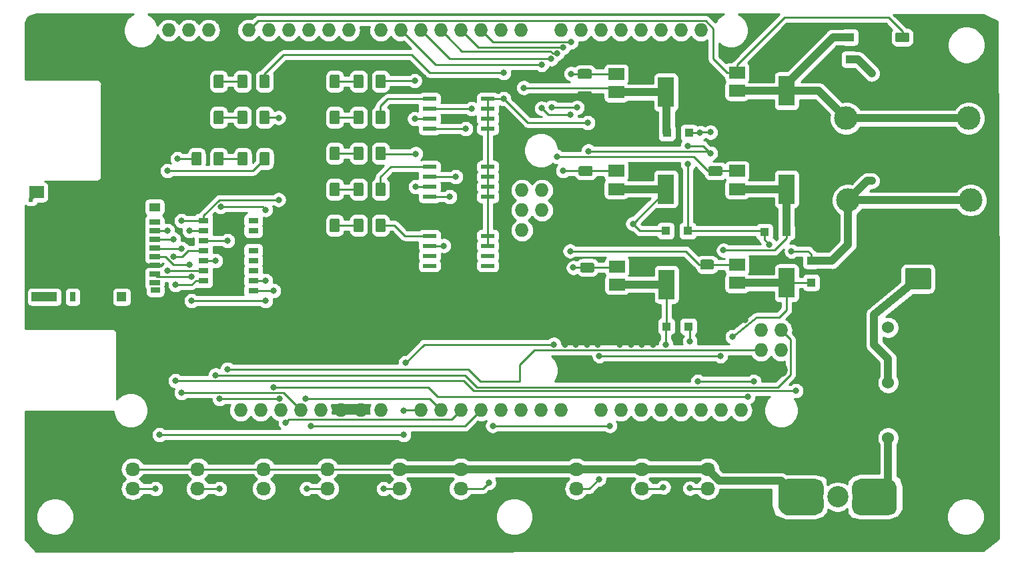
<source format=gbr>
G04 #@! TF.GenerationSoftware,KiCad,Pcbnew,(5.1.2)-2*
G04 #@! TF.CreationDate,2020-01-30T23:07:06-06:00*
G04 #@! TF.ProjectId,Igniter,49676e69-7465-4722-9e6b-696361645f70,rev?*
G04 #@! TF.SameCoordinates,Original*
G04 #@! TF.FileFunction,Copper,L1,Top*
G04 #@! TF.FilePolarity,Positive*
%FSLAX46Y46*%
G04 Gerber Fmt 4.6, Leading zero omitted, Abs format (unit mm)*
G04 Created by KiCad (PCBNEW (5.1.2)-2) date 2020-01-30 23:07:06*
%MOMM*%
%LPD*%
G04 APERTURE LIST*
%ADD10C,2.700000*%
%ADD11C,1.750000*%
%ADD12C,3.000000*%
%ADD13O,1.727200X1.727200*%
%ADD14R,1.100000X1.100000*%
%ADD15R,1.300000X0.800000*%
%ADD16R,2.000000X3.800000*%
%ADD17R,2.000000X1.500000*%
%ADD18O,1.850000X1.700000*%
%ADD19C,0.100000*%
%ADD20C,1.700000*%
%ADD21C,1.250000*%
%ADD22R,1.400000X0.700000*%
%ADD23R,1.900000X1.500000*%
%ADD24R,1.400000X1.000000*%
%ADD25R,1.200000X1.200000*%
%ADD26R,3.200000X1.200000*%
%ADD27R,1.200000X0.700000*%
%ADD28R,0.500000X0.500000*%
%ADD29R,0.800000X1.200000*%
%ADD30C,0.200000*%
%ADD31R,1.750000X0.550000*%
%ADD32O,3.300000X2.700000*%
%ADD33C,1.524000*%
%ADD34C,0.800000*%
%ADD35C,1.000000*%
%ADD36C,0.250000*%
%ADD37C,0.254000*%
G04 APERTURE END LIST*
D10*
X188926000Y-148082000D03*
D11*
X182526000Y-146832000D03*
X186026000Y-146832000D03*
X191826000Y-146832000D03*
X195326000Y-146832000D03*
X182526000Y-149332000D03*
X186026000Y-149332000D03*
X191826000Y-149332000D03*
X195326000Y-149332000D03*
D12*
X190012500Y-100012500D03*
X205562500Y-100012500D03*
X205812500Y-110413800D03*
X190262500Y-110413800D03*
D13*
X148861780Y-109148880D03*
X181754780Y-132008880D03*
X179214780Y-132008880D03*
X181754780Y-129468880D03*
X179214780Y-129468880D03*
X181754780Y-126928880D03*
X179214780Y-126928880D03*
X176674780Y-137088880D03*
X174134780Y-137088880D03*
X171594780Y-137088880D03*
X169054780Y-137088880D03*
X166514780Y-137088880D03*
X163974780Y-137088880D03*
X161434780Y-137088880D03*
X158894780Y-137088880D03*
X153814780Y-137088880D03*
X151274780Y-137088880D03*
X148734780Y-137088880D03*
X146194780Y-137088880D03*
X143654780Y-137088880D03*
X141114780Y-137088880D03*
X138574780Y-137088880D03*
X113174780Y-137088880D03*
X119270780Y-88828880D03*
X116730780Y-88828880D03*
X114190780Y-88828880D03*
X109110780Y-88828880D03*
X106570780Y-88828880D03*
X104030780Y-88828880D03*
X121810780Y-88828880D03*
X124350780Y-88828880D03*
X126890780Y-88828880D03*
X111650780Y-88828880D03*
X130954780Y-88828880D03*
X133494780Y-88828880D03*
X136034780Y-88828880D03*
X138574780Y-88828880D03*
X141114780Y-88828880D03*
X143654780Y-88828880D03*
X146194780Y-88828880D03*
X148734780Y-88828880D03*
X153814780Y-88828880D03*
X156354780Y-88828880D03*
X158894780Y-88828880D03*
X161434780Y-88828880D03*
X163974780Y-88828880D03*
X166514780Y-88828880D03*
X169054780Y-88828880D03*
X171594780Y-88828880D03*
X115714780Y-137088880D03*
X118254780Y-137088880D03*
X120794780Y-137088880D03*
X123334780Y-137088880D03*
X125874780Y-137088880D03*
X128414780Y-137088880D03*
X130954780Y-137088880D03*
X136034780Y-137088880D03*
X151401780Y-109148880D03*
X148861780Y-111688880D03*
X151401780Y-111688880D03*
X151401780Y-114228880D03*
X148861780Y-114228880D03*
D14*
X170056000Y-101854000D03*
X167256000Y-101854000D03*
D15*
X108458000Y-113020000D03*
X108458000Y-114300000D03*
X108458000Y-115560000D03*
X108458000Y-116830000D03*
X108458000Y-118110000D03*
X108458000Y-119380000D03*
X108458000Y-120640000D03*
X108458000Y-121920000D03*
X114758000Y-121920000D03*
X114758000Y-120640000D03*
X114758000Y-119380000D03*
X114758000Y-118110000D03*
X114758000Y-116830000D03*
X114758000Y-115560000D03*
X114758000Y-114300000D03*
X114758000Y-113020000D03*
D16*
X167132400Y-96710500D03*
D17*
X160832400Y-96710500D03*
X160832400Y-99010500D03*
X160832400Y-94410500D03*
D18*
X172435520Y-144562820D03*
X172435520Y-147062820D03*
D19*
G36*
X173135024Y-148714024D02*
G01*
X173159293Y-148717624D01*
X173183091Y-148723585D01*
X173206191Y-148731850D01*
X173228369Y-148742340D01*
X173249413Y-148754953D01*
X173269118Y-148769567D01*
X173287297Y-148786043D01*
X173303773Y-148804222D01*
X173318387Y-148823927D01*
X173331000Y-148844971D01*
X173341490Y-148867149D01*
X173349755Y-148890249D01*
X173355716Y-148914047D01*
X173359316Y-148938316D01*
X173360520Y-148962820D01*
X173360520Y-150162820D01*
X173359316Y-150187324D01*
X173355716Y-150211593D01*
X173349755Y-150235391D01*
X173341490Y-150258491D01*
X173331000Y-150280669D01*
X173318387Y-150301713D01*
X173303773Y-150321418D01*
X173287297Y-150339597D01*
X173269118Y-150356073D01*
X173249413Y-150370687D01*
X173228369Y-150383300D01*
X173206191Y-150393790D01*
X173183091Y-150402055D01*
X173159293Y-150408016D01*
X173135024Y-150411616D01*
X173110520Y-150412820D01*
X171760520Y-150412820D01*
X171736016Y-150411616D01*
X171711747Y-150408016D01*
X171687949Y-150402055D01*
X171664849Y-150393790D01*
X171642671Y-150383300D01*
X171621627Y-150370687D01*
X171601922Y-150356073D01*
X171583743Y-150339597D01*
X171567267Y-150321418D01*
X171552653Y-150301713D01*
X171540040Y-150280669D01*
X171529550Y-150258491D01*
X171521285Y-150235391D01*
X171515324Y-150211593D01*
X171511724Y-150187324D01*
X171510520Y-150162820D01*
X171510520Y-148962820D01*
X171511724Y-148938316D01*
X171515324Y-148914047D01*
X171521285Y-148890249D01*
X171529550Y-148867149D01*
X171540040Y-148844971D01*
X171552653Y-148823927D01*
X171567267Y-148804222D01*
X171583743Y-148786043D01*
X171601922Y-148769567D01*
X171621627Y-148754953D01*
X171642671Y-148742340D01*
X171664849Y-148731850D01*
X171687949Y-148723585D01*
X171711747Y-148717624D01*
X171736016Y-148714024D01*
X171760520Y-148712820D01*
X173110520Y-148712820D01*
X173135024Y-148714024D01*
X173135024Y-148714024D01*
G37*
D20*
X172435520Y-149562820D03*
D18*
X164094160Y-144562820D03*
X164094160Y-147062820D03*
D19*
G36*
X164793664Y-148714024D02*
G01*
X164817933Y-148717624D01*
X164841731Y-148723585D01*
X164864831Y-148731850D01*
X164887009Y-148742340D01*
X164908053Y-148754953D01*
X164927758Y-148769567D01*
X164945937Y-148786043D01*
X164962413Y-148804222D01*
X164977027Y-148823927D01*
X164989640Y-148844971D01*
X165000130Y-148867149D01*
X165008395Y-148890249D01*
X165014356Y-148914047D01*
X165017956Y-148938316D01*
X165019160Y-148962820D01*
X165019160Y-150162820D01*
X165017956Y-150187324D01*
X165014356Y-150211593D01*
X165008395Y-150235391D01*
X165000130Y-150258491D01*
X164989640Y-150280669D01*
X164977027Y-150301713D01*
X164962413Y-150321418D01*
X164945937Y-150339597D01*
X164927758Y-150356073D01*
X164908053Y-150370687D01*
X164887009Y-150383300D01*
X164864831Y-150393790D01*
X164841731Y-150402055D01*
X164817933Y-150408016D01*
X164793664Y-150411616D01*
X164769160Y-150412820D01*
X163419160Y-150412820D01*
X163394656Y-150411616D01*
X163370387Y-150408016D01*
X163346589Y-150402055D01*
X163323489Y-150393790D01*
X163301311Y-150383300D01*
X163280267Y-150370687D01*
X163260562Y-150356073D01*
X163242383Y-150339597D01*
X163225907Y-150321418D01*
X163211293Y-150301713D01*
X163198680Y-150280669D01*
X163188190Y-150258491D01*
X163179925Y-150235391D01*
X163173964Y-150211593D01*
X163170364Y-150187324D01*
X163169160Y-150162820D01*
X163169160Y-148962820D01*
X163170364Y-148938316D01*
X163173964Y-148914047D01*
X163179925Y-148890249D01*
X163188190Y-148867149D01*
X163198680Y-148844971D01*
X163211293Y-148823927D01*
X163225907Y-148804222D01*
X163242383Y-148786043D01*
X163260562Y-148769567D01*
X163280267Y-148754953D01*
X163301311Y-148742340D01*
X163323489Y-148731850D01*
X163346589Y-148723585D01*
X163370387Y-148717624D01*
X163394656Y-148714024D01*
X163419160Y-148712820D01*
X164769160Y-148712820D01*
X164793664Y-148714024D01*
X164793664Y-148714024D01*
G37*
D20*
X164094160Y-149562820D03*
D18*
X155752800Y-144562820D03*
X155752800Y-147062820D03*
D19*
G36*
X156452304Y-148714024D02*
G01*
X156476573Y-148717624D01*
X156500371Y-148723585D01*
X156523471Y-148731850D01*
X156545649Y-148742340D01*
X156566693Y-148754953D01*
X156586398Y-148769567D01*
X156604577Y-148786043D01*
X156621053Y-148804222D01*
X156635667Y-148823927D01*
X156648280Y-148844971D01*
X156658770Y-148867149D01*
X156667035Y-148890249D01*
X156672996Y-148914047D01*
X156676596Y-148938316D01*
X156677800Y-148962820D01*
X156677800Y-150162820D01*
X156676596Y-150187324D01*
X156672996Y-150211593D01*
X156667035Y-150235391D01*
X156658770Y-150258491D01*
X156648280Y-150280669D01*
X156635667Y-150301713D01*
X156621053Y-150321418D01*
X156604577Y-150339597D01*
X156586398Y-150356073D01*
X156566693Y-150370687D01*
X156545649Y-150383300D01*
X156523471Y-150393790D01*
X156500371Y-150402055D01*
X156476573Y-150408016D01*
X156452304Y-150411616D01*
X156427800Y-150412820D01*
X155077800Y-150412820D01*
X155053296Y-150411616D01*
X155029027Y-150408016D01*
X155005229Y-150402055D01*
X154982129Y-150393790D01*
X154959951Y-150383300D01*
X154938907Y-150370687D01*
X154919202Y-150356073D01*
X154901023Y-150339597D01*
X154884547Y-150321418D01*
X154869933Y-150301713D01*
X154857320Y-150280669D01*
X154846830Y-150258491D01*
X154838565Y-150235391D01*
X154832604Y-150211593D01*
X154829004Y-150187324D01*
X154827800Y-150162820D01*
X154827800Y-148962820D01*
X154829004Y-148938316D01*
X154832604Y-148914047D01*
X154838565Y-148890249D01*
X154846830Y-148867149D01*
X154857320Y-148844971D01*
X154869933Y-148823927D01*
X154884547Y-148804222D01*
X154901023Y-148786043D01*
X154919202Y-148769567D01*
X154938907Y-148754953D01*
X154959951Y-148742340D01*
X154982129Y-148731850D01*
X155005229Y-148723585D01*
X155029027Y-148717624D01*
X155053296Y-148714024D01*
X155077800Y-148712820D01*
X156427800Y-148712820D01*
X156452304Y-148714024D01*
X156452304Y-148714024D01*
G37*
D20*
X155752800Y-149562820D03*
D18*
X141091920Y-144562820D03*
X141091920Y-147062820D03*
D19*
G36*
X141791424Y-148714024D02*
G01*
X141815693Y-148717624D01*
X141839491Y-148723585D01*
X141862591Y-148731850D01*
X141884769Y-148742340D01*
X141905813Y-148754953D01*
X141925518Y-148769567D01*
X141943697Y-148786043D01*
X141960173Y-148804222D01*
X141974787Y-148823927D01*
X141987400Y-148844971D01*
X141997890Y-148867149D01*
X142006155Y-148890249D01*
X142012116Y-148914047D01*
X142015716Y-148938316D01*
X142016920Y-148962820D01*
X142016920Y-150162820D01*
X142015716Y-150187324D01*
X142012116Y-150211593D01*
X142006155Y-150235391D01*
X141997890Y-150258491D01*
X141987400Y-150280669D01*
X141974787Y-150301713D01*
X141960173Y-150321418D01*
X141943697Y-150339597D01*
X141925518Y-150356073D01*
X141905813Y-150370687D01*
X141884769Y-150383300D01*
X141862591Y-150393790D01*
X141839491Y-150402055D01*
X141815693Y-150408016D01*
X141791424Y-150411616D01*
X141766920Y-150412820D01*
X140416920Y-150412820D01*
X140392416Y-150411616D01*
X140368147Y-150408016D01*
X140344349Y-150402055D01*
X140321249Y-150393790D01*
X140299071Y-150383300D01*
X140278027Y-150370687D01*
X140258322Y-150356073D01*
X140240143Y-150339597D01*
X140223667Y-150321418D01*
X140209053Y-150301713D01*
X140196440Y-150280669D01*
X140185950Y-150258491D01*
X140177685Y-150235391D01*
X140171724Y-150211593D01*
X140168124Y-150187324D01*
X140166920Y-150162820D01*
X140166920Y-148962820D01*
X140168124Y-148938316D01*
X140171724Y-148914047D01*
X140177685Y-148890249D01*
X140185950Y-148867149D01*
X140196440Y-148844971D01*
X140209053Y-148823927D01*
X140223667Y-148804222D01*
X140240143Y-148786043D01*
X140258322Y-148769567D01*
X140278027Y-148754953D01*
X140299071Y-148742340D01*
X140321249Y-148731850D01*
X140344349Y-148723585D01*
X140368147Y-148717624D01*
X140392416Y-148714024D01*
X140416920Y-148712820D01*
X141766920Y-148712820D01*
X141791424Y-148714024D01*
X141791424Y-148714024D01*
G37*
D20*
X141091920Y-149562820D03*
D18*
X133357620Y-144562820D03*
X133357620Y-147062820D03*
D19*
G36*
X134057124Y-148714024D02*
G01*
X134081393Y-148717624D01*
X134105191Y-148723585D01*
X134128291Y-148731850D01*
X134150469Y-148742340D01*
X134171513Y-148754953D01*
X134191218Y-148769567D01*
X134209397Y-148786043D01*
X134225873Y-148804222D01*
X134240487Y-148823927D01*
X134253100Y-148844971D01*
X134263590Y-148867149D01*
X134271855Y-148890249D01*
X134277816Y-148914047D01*
X134281416Y-148938316D01*
X134282620Y-148962820D01*
X134282620Y-150162820D01*
X134281416Y-150187324D01*
X134277816Y-150211593D01*
X134271855Y-150235391D01*
X134263590Y-150258491D01*
X134253100Y-150280669D01*
X134240487Y-150301713D01*
X134225873Y-150321418D01*
X134209397Y-150339597D01*
X134191218Y-150356073D01*
X134171513Y-150370687D01*
X134150469Y-150383300D01*
X134128291Y-150393790D01*
X134105191Y-150402055D01*
X134081393Y-150408016D01*
X134057124Y-150411616D01*
X134032620Y-150412820D01*
X132682620Y-150412820D01*
X132658116Y-150411616D01*
X132633847Y-150408016D01*
X132610049Y-150402055D01*
X132586949Y-150393790D01*
X132564771Y-150383300D01*
X132543727Y-150370687D01*
X132524022Y-150356073D01*
X132505843Y-150339597D01*
X132489367Y-150321418D01*
X132474753Y-150301713D01*
X132462140Y-150280669D01*
X132451650Y-150258491D01*
X132443385Y-150235391D01*
X132437424Y-150211593D01*
X132433824Y-150187324D01*
X132432620Y-150162820D01*
X132432620Y-148962820D01*
X132433824Y-148938316D01*
X132437424Y-148914047D01*
X132443385Y-148890249D01*
X132451650Y-148867149D01*
X132462140Y-148844971D01*
X132474753Y-148823927D01*
X132489367Y-148804222D01*
X132505843Y-148786043D01*
X132524022Y-148769567D01*
X132543727Y-148754953D01*
X132564771Y-148742340D01*
X132586949Y-148731850D01*
X132610049Y-148723585D01*
X132633847Y-148717624D01*
X132658116Y-148714024D01*
X132682620Y-148712820D01*
X134032620Y-148712820D01*
X134057124Y-148714024D01*
X134057124Y-148714024D01*
G37*
D20*
X133357620Y-149562820D03*
D19*
G36*
X107965504Y-99039009D02*
G01*
X107989773Y-99042609D01*
X108013571Y-99048570D01*
X108036671Y-99056835D01*
X108058849Y-99067325D01*
X108079893Y-99079938D01*
X108099598Y-99094552D01*
X108117777Y-99111028D01*
X108134253Y-99129207D01*
X108148867Y-99148912D01*
X108161480Y-99169956D01*
X108171970Y-99192134D01*
X108180235Y-99215234D01*
X108186196Y-99239032D01*
X108189796Y-99263301D01*
X108191000Y-99287805D01*
X108191000Y-100537805D01*
X108189796Y-100562309D01*
X108186196Y-100586578D01*
X108180235Y-100610376D01*
X108171970Y-100633476D01*
X108161480Y-100655654D01*
X108148867Y-100676698D01*
X108134253Y-100696403D01*
X108117777Y-100714582D01*
X108099598Y-100731058D01*
X108079893Y-100745672D01*
X108058849Y-100758285D01*
X108036671Y-100768775D01*
X108013571Y-100777040D01*
X107989773Y-100783001D01*
X107965504Y-100786601D01*
X107941000Y-100787805D01*
X107191000Y-100787805D01*
X107166496Y-100786601D01*
X107142227Y-100783001D01*
X107118429Y-100777040D01*
X107095329Y-100768775D01*
X107073151Y-100758285D01*
X107052107Y-100745672D01*
X107032402Y-100731058D01*
X107014223Y-100714582D01*
X106997747Y-100696403D01*
X106983133Y-100676698D01*
X106970520Y-100655654D01*
X106960030Y-100633476D01*
X106951765Y-100610376D01*
X106945804Y-100586578D01*
X106942204Y-100562309D01*
X106941000Y-100537805D01*
X106941000Y-99287805D01*
X106942204Y-99263301D01*
X106945804Y-99239032D01*
X106951765Y-99215234D01*
X106960030Y-99192134D01*
X106970520Y-99169956D01*
X106983133Y-99148912D01*
X106997747Y-99129207D01*
X107014223Y-99111028D01*
X107032402Y-99094552D01*
X107052107Y-99079938D01*
X107073151Y-99067325D01*
X107095329Y-99056835D01*
X107118429Y-99048570D01*
X107142227Y-99042609D01*
X107166496Y-99039009D01*
X107191000Y-99037805D01*
X107941000Y-99037805D01*
X107965504Y-99039009D01*
X107965504Y-99039009D01*
G37*
D21*
X107566000Y-99912805D03*
D19*
G36*
X110765504Y-99039009D02*
G01*
X110789773Y-99042609D01*
X110813571Y-99048570D01*
X110836671Y-99056835D01*
X110858849Y-99067325D01*
X110879893Y-99079938D01*
X110899598Y-99094552D01*
X110917777Y-99111028D01*
X110934253Y-99129207D01*
X110948867Y-99148912D01*
X110961480Y-99169956D01*
X110971970Y-99192134D01*
X110980235Y-99215234D01*
X110986196Y-99239032D01*
X110989796Y-99263301D01*
X110991000Y-99287805D01*
X110991000Y-100537805D01*
X110989796Y-100562309D01*
X110986196Y-100586578D01*
X110980235Y-100610376D01*
X110971970Y-100633476D01*
X110961480Y-100655654D01*
X110948867Y-100676698D01*
X110934253Y-100696403D01*
X110917777Y-100714582D01*
X110899598Y-100731058D01*
X110879893Y-100745672D01*
X110858849Y-100758285D01*
X110836671Y-100768775D01*
X110813571Y-100777040D01*
X110789773Y-100783001D01*
X110765504Y-100786601D01*
X110741000Y-100787805D01*
X109991000Y-100787805D01*
X109966496Y-100786601D01*
X109942227Y-100783001D01*
X109918429Y-100777040D01*
X109895329Y-100768775D01*
X109873151Y-100758285D01*
X109852107Y-100745672D01*
X109832402Y-100731058D01*
X109814223Y-100714582D01*
X109797747Y-100696403D01*
X109783133Y-100676698D01*
X109770520Y-100655654D01*
X109760030Y-100633476D01*
X109751765Y-100610376D01*
X109745804Y-100586578D01*
X109742204Y-100562309D01*
X109741000Y-100537805D01*
X109741000Y-99287805D01*
X109742204Y-99263301D01*
X109745804Y-99239032D01*
X109751765Y-99215234D01*
X109760030Y-99192134D01*
X109770520Y-99169956D01*
X109783133Y-99148912D01*
X109797747Y-99129207D01*
X109814223Y-99111028D01*
X109832402Y-99094552D01*
X109852107Y-99079938D01*
X109873151Y-99067325D01*
X109895329Y-99056835D01*
X109918429Y-99048570D01*
X109942227Y-99042609D01*
X109966496Y-99039009D01*
X109991000Y-99037805D01*
X110741000Y-99037805D01*
X110765504Y-99039009D01*
X110765504Y-99039009D01*
G37*
D21*
X110366000Y-99912805D03*
D22*
X102240000Y-113200000D03*
D23*
X87240000Y-109400000D03*
D24*
X102240000Y-111300000D03*
D25*
X98040000Y-122700000D03*
D26*
X88240000Y-122700000D03*
D27*
X102340000Y-121850000D03*
D22*
X102240000Y-114300000D03*
X102240000Y-115400000D03*
X102240000Y-116500000D03*
X102240000Y-117600000D03*
X102240000Y-118700000D03*
X102240000Y-119800000D03*
X102240000Y-120900000D03*
D28*
X86540000Y-110400000D03*
D29*
X91840000Y-122700000D03*
D30*
X86790000Y-110150000D03*
D19*
G36*
X86648579Y-110150000D02*
G01*
X86790000Y-110008579D01*
X86931421Y-110150000D01*
X86790000Y-110291421D01*
X86648579Y-110150000D01*
X86648579Y-110150000D01*
G37*
G36*
X107965504Y-94467644D02*
G01*
X107989773Y-94471244D01*
X108013571Y-94477205D01*
X108036671Y-94485470D01*
X108058849Y-94495960D01*
X108079893Y-94508573D01*
X108099598Y-94523187D01*
X108117777Y-94539663D01*
X108134253Y-94557842D01*
X108148867Y-94577547D01*
X108161480Y-94598591D01*
X108171970Y-94620769D01*
X108180235Y-94643869D01*
X108186196Y-94667667D01*
X108189796Y-94691936D01*
X108191000Y-94716440D01*
X108191000Y-95966440D01*
X108189796Y-95990944D01*
X108186196Y-96015213D01*
X108180235Y-96039011D01*
X108171970Y-96062111D01*
X108161480Y-96084289D01*
X108148867Y-96105333D01*
X108134253Y-96125038D01*
X108117777Y-96143217D01*
X108099598Y-96159693D01*
X108079893Y-96174307D01*
X108058849Y-96186920D01*
X108036671Y-96197410D01*
X108013571Y-96205675D01*
X107989773Y-96211636D01*
X107965504Y-96215236D01*
X107941000Y-96216440D01*
X107191000Y-96216440D01*
X107166496Y-96215236D01*
X107142227Y-96211636D01*
X107118429Y-96205675D01*
X107095329Y-96197410D01*
X107073151Y-96186920D01*
X107052107Y-96174307D01*
X107032402Y-96159693D01*
X107014223Y-96143217D01*
X106997747Y-96125038D01*
X106983133Y-96105333D01*
X106970520Y-96084289D01*
X106960030Y-96062111D01*
X106951765Y-96039011D01*
X106945804Y-96015213D01*
X106942204Y-95990944D01*
X106941000Y-95966440D01*
X106941000Y-94716440D01*
X106942204Y-94691936D01*
X106945804Y-94667667D01*
X106951765Y-94643869D01*
X106960030Y-94620769D01*
X106970520Y-94598591D01*
X106983133Y-94577547D01*
X106997747Y-94557842D01*
X107014223Y-94539663D01*
X107032402Y-94523187D01*
X107052107Y-94508573D01*
X107073151Y-94495960D01*
X107095329Y-94485470D01*
X107118429Y-94477205D01*
X107142227Y-94471244D01*
X107166496Y-94467644D01*
X107191000Y-94466440D01*
X107941000Y-94466440D01*
X107965504Y-94467644D01*
X107965504Y-94467644D01*
G37*
D21*
X107566000Y-95341440D03*
D19*
G36*
X110765504Y-94467644D02*
G01*
X110789773Y-94471244D01*
X110813571Y-94477205D01*
X110836671Y-94485470D01*
X110858849Y-94495960D01*
X110879893Y-94508573D01*
X110899598Y-94523187D01*
X110917777Y-94539663D01*
X110934253Y-94557842D01*
X110948867Y-94577547D01*
X110961480Y-94598591D01*
X110971970Y-94620769D01*
X110980235Y-94643869D01*
X110986196Y-94667667D01*
X110989796Y-94691936D01*
X110991000Y-94716440D01*
X110991000Y-95966440D01*
X110989796Y-95990944D01*
X110986196Y-96015213D01*
X110980235Y-96039011D01*
X110971970Y-96062111D01*
X110961480Y-96084289D01*
X110948867Y-96105333D01*
X110934253Y-96125038D01*
X110917777Y-96143217D01*
X110899598Y-96159693D01*
X110879893Y-96174307D01*
X110858849Y-96186920D01*
X110836671Y-96197410D01*
X110813571Y-96205675D01*
X110789773Y-96211636D01*
X110765504Y-96215236D01*
X110741000Y-96216440D01*
X109991000Y-96216440D01*
X109966496Y-96215236D01*
X109942227Y-96211636D01*
X109918429Y-96205675D01*
X109895329Y-96197410D01*
X109873151Y-96186920D01*
X109852107Y-96174307D01*
X109832402Y-96159693D01*
X109814223Y-96143217D01*
X109797747Y-96125038D01*
X109783133Y-96105333D01*
X109770520Y-96084289D01*
X109760030Y-96062111D01*
X109751765Y-96039011D01*
X109745804Y-96015213D01*
X109742204Y-95990944D01*
X109741000Y-95966440D01*
X109741000Y-94716440D01*
X109742204Y-94691936D01*
X109745804Y-94667667D01*
X109751765Y-94643869D01*
X109760030Y-94620769D01*
X109770520Y-94598591D01*
X109783133Y-94577547D01*
X109797747Y-94557842D01*
X109814223Y-94539663D01*
X109832402Y-94523187D01*
X109852107Y-94508573D01*
X109873151Y-94495960D01*
X109895329Y-94485470D01*
X109918429Y-94477205D01*
X109942227Y-94471244D01*
X109966496Y-94467644D01*
X109991000Y-94466440D01*
X110741000Y-94466440D01*
X110765504Y-94467644D01*
X110765504Y-94467644D01*
G37*
D21*
X110366000Y-95341440D03*
D31*
X137126000Y-97536000D03*
X137126000Y-98806000D03*
X137126000Y-100076000D03*
X137126000Y-101346000D03*
X144526000Y-101346000D03*
X144526000Y-100076000D03*
X144526000Y-98806000D03*
X144526000Y-97536000D03*
X144526000Y-106172000D03*
X144526000Y-107442000D03*
X144526000Y-108712000D03*
X144526000Y-109982000D03*
X137126000Y-109982000D03*
X137126000Y-108712000D03*
X137126000Y-107442000D03*
X137126000Y-106172000D03*
X137126000Y-114935000D03*
X137126000Y-116205000D03*
X137126000Y-117475000D03*
X137126000Y-118745000D03*
X144526000Y-118745000D03*
X144526000Y-117475000D03*
X144526000Y-116205000D03*
X144526000Y-114935000D03*
D19*
G36*
X116584184Y-99039009D02*
G01*
X116608453Y-99042609D01*
X116632251Y-99048570D01*
X116655351Y-99056835D01*
X116677529Y-99067325D01*
X116698573Y-99079938D01*
X116718278Y-99094552D01*
X116736457Y-99111028D01*
X116752933Y-99129207D01*
X116767547Y-99148912D01*
X116780160Y-99169956D01*
X116790650Y-99192134D01*
X116798915Y-99215234D01*
X116804876Y-99239032D01*
X116808476Y-99263301D01*
X116809680Y-99287805D01*
X116809680Y-100537805D01*
X116808476Y-100562309D01*
X116804876Y-100586578D01*
X116798915Y-100610376D01*
X116790650Y-100633476D01*
X116780160Y-100655654D01*
X116767547Y-100676698D01*
X116752933Y-100696403D01*
X116736457Y-100714582D01*
X116718278Y-100731058D01*
X116698573Y-100745672D01*
X116677529Y-100758285D01*
X116655351Y-100768775D01*
X116632251Y-100777040D01*
X116608453Y-100783001D01*
X116584184Y-100786601D01*
X116559680Y-100787805D01*
X115809680Y-100787805D01*
X115785176Y-100786601D01*
X115760907Y-100783001D01*
X115737109Y-100777040D01*
X115714009Y-100768775D01*
X115691831Y-100758285D01*
X115670787Y-100745672D01*
X115651082Y-100731058D01*
X115632903Y-100714582D01*
X115616427Y-100696403D01*
X115601813Y-100676698D01*
X115589200Y-100655654D01*
X115578710Y-100633476D01*
X115570445Y-100610376D01*
X115564484Y-100586578D01*
X115560884Y-100562309D01*
X115559680Y-100537805D01*
X115559680Y-99287805D01*
X115560884Y-99263301D01*
X115564484Y-99239032D01*
X115570445Y-99215234D01*
X115578710Y-99192134D01*
X115589200Y-99169956D01*
X115601813Y-99148912D01*
X115616427Y-99129207D01*
X115632903Y-99111028D01*
X115651082Y-99094552D01*
X115670787Y-99079938D01*
X115691831Y-99067325D01*
X115714009Y-99056835D01*
X115737109Y-99048570D01*
X115760907Y-99042609D01*
X115785176Y-99039009D01*
X115809680Y-99037805D01*
X116559680Y-99037805D01*
X116584184Y-99039009D01*
X116584184Y-99039009D01*
G37*
D21*
X116184680Y-99912805D03*
D19*
G36*
X113784184Y-99039009D02*
G01*
X113808453Y-99042609D01*
X113832251Y-99048570D01*
X113855351Y-99056835D01*
X113877529Y-99067325D01*
X113898573Y-99079938D01*
X113918278Y-99094552D01*
X113936457Y-99111028D01*
X113952933Y-99129207D01*
X113967547Y-99148912D01*
X113980160Y-99169956D01*
X113990650Y-99192134D01*
X113998915Y-99215234D01*
X114004876Y-99239032D01*
X114008476Y-99263301D01*
X114009680Y-99287805D01*
X114009680Y-100537805D01*
X114008476Y-100562309D01*
X114004876Y-100586578D01*
X113998915Y-100610376D01*
X113990650Y-100633476D01*
X113980160Y-100655654D01*
X113967547Y-100676698D01*
X113952933Y-100696403D01*
X113936457Y-100714582D01*
X113918278Y-100731058D01*
X113898573Y-100745672D01*
X113877529Y-100758285D01*
X113855351Y-100768775D01*
X113832251Y-100777040D01*
X113808453Y-100783001D01*
X113784184Y-100786601D01*
X113759680Y-100787805D01*
X113009680Y-100787805D01*
X112985176Y-100786601D01*
X112960907Y-100783001D01*
X112937109Y-100777040D01*
X112914009Y-100768775D01*
X112891831Y-100758285D01*
X112870787Y-100745672D01*
X112851082Y-100731058D01*
X112832903Y-100714582D01*
X112816427Y-100696403D01*
X112801813Y-100676698D01*
X112789200Y-100655654D01*
X112778710Y-100633476D01*
X112770445Y-100610376D01*
X112764484Y-100586578D01*
X112760884Y-100562309D01*
X112759680Y-100537805D01*
X112759680Y-99287805D01*
X112760884Y-99263301D01*
X112764484Y-99239032D01*
X112770445Y-99215234D01*
X112778710Y-99192134D01*
X112789200Y-99169956D01*
X112801813Y-99148912D01*
X112816427Y-99129207D01*
X112832903Y-99111028D01*
X112851082Y-99094552D01*
X112870787Y-99079938D01*
X112891831Y-99067325D01*
X112914009Y-99056835D01*
X112937109Y-99048570D01*
X112960907Y-99042609D01*
X112985176Y-99039009D01*
X113009680Y-99037805D01*
X113759680Y-99037805D01*
X113784184Y-99039009D01*
X113784184Y-99039009D01*
G37*
D21*
X113384680Y-99912805D03*
D19*
G36*
X113784184Y-94467644D02*
G01*
X113808453Y-94471244D01*
X113832251Y-94477205D01*
X113855351Y-94485470D01*
X113877529Y-94495960D01*
X113898573Y-94508573D01*
X113918278Y-94523187D01*
X113936457Y-94539663D01*
X113952933Y-94557842D01*
X113967547Y-94577547D01*
X113980160Y-94598591D01*
X113990650Y-94620769D01*
X113998915Y-94643869D01*
X114004876Y-94667667D01*
X114008476Y-94691936D01*
X114009680Y-94716440D01*
X114009680Y-95966440D01*
X114008476Y-95990944D01*
X114004876Y-96015213D01*
X113998915Y-96039011D01*
X113990650Y-96062111D01*
X113980160Y-96084289D01*
X113967547Y-96105333D01*
X113952933Y-96125038D01*
X113936457Y-96143217D01*
X113918278Y-96159693D01*
X113898573Y-96174307D01*
X113877529Y-96186920D01*
X113855351Y-96197410D01*
X113832251Y-96205675D01*
X113808453Y-96211636D01*
X113784184Y-96215236D01*
X113759680Y-96216440D01*
X113009680Y-96216440D01*
X112985176Y-96215236D01*
X112960907Y-96211636D01*
X112937109Y-96205675D01*
X112914009Y-96197410D01*
X112891831Y-96186920D01*
X112870787Y-96174307D01*
X112851082Y-96159693D01*
X112832903Y-96143217D01*
X112816427Y-96125038D01*
X112801813Y-96105333D01*
X112789200Y-96084289D01*
X112778710Y-96062111D01*
X112770445Y-96039011D01*
X112764484Y-96015213D01*
X112760884Y-95990944D01*
X112759680Y-95966440D01*
X112759680Y-94716440D01*
X112760884Y-94691936D01*
X112764484Y-94667667D01*
X112770445Y-94643869D01*
X112778710Y-94620769D01*
X112789200Y-94598591D01*
X112801813Y-94577547D01*
X112816427Y-94557842D01*
X112832903Y-94539663D01*
X112851082Y-94523187D01*
X112870787Y-94508573D01*
X112891831Y-94495960D01*
X112914009Y-94485470D01*
X112937109Y-94477205D01*
X112960907Y-94471244D01*
X112985176Y-94467644D01*
X113009680Y-94466440D01*
X113759680Y-94466440D01*
X113784184Y-94467644D01*
X113784184Y-94467644D01*
G37*
D21*
X113384680Y-95341440D03*
D19*
G36*
X116584184Y-94467644D02*
G01*
X116608453Y-94471244D01*
X116632251Y-94477205D01*
X116655351Y-94485470D01*
X116677529Y-94495960D01*
X116698573Y-94508573D01*
X116718278Y-94523187D01*
X116736457Y-94539663D01*
X116752933Y-94557842D01*
X116767547Y-94577547D01*
X116780160Y-94598591D01*
X116790650Y-94620769D01*
X116798915Y-94643869D01*
X116804876Y-94667667D01*
X116808476Y-94691936D01*
X116809680Y-94716440D01*
X116809680Y-95966440D01*
X116808476Y-95990944D01*
X116804876Y-96015213D01*
X116798915Y-96039011D01*
X116790650Y-96062111D01*
X116780160Y-96084289D01*
X116767547Y-96105333D01*
X116752933Y-96125038D01*
X116736457Y-96143217D01*
X116718278Y-96159693D01*
X116698573Y-96174307D01*
X116677529Y-96186920D01*
X116655351Y-96197410D01*
X116632251Y-96205675D01*
X116608453Y-96211636D01*
X116584184Y-96215236D01*
X116559680Y-96216440D01*
X115809680Y-96216440D01*
X115785176Y-96215236D01*
X115760907Y-96211636D01*
X115737109Y-96205675D01*
X115714009Y-96197410D01*
X115691831Y-96186920D01*
X115670787Y-96174307D01*
X115651082Y-96159693D01*
X115632903Y-96143217D01*
X115616427Y-96125038D01*
X115601813Y-96105333D01*
X115589200Y-96084289D01*
X115578710Y-96062111D01*
X115570445Y-96039011D01*
X115564484Y-96015213D01*
X115560884Y-95990944D01*
X115559680Y-95966440D01*
X115559680Y-94716440D01*
X115560884Y-94691936D01*
X115564484Y-94667667D01*
X115570445Y-94643869D01*
X115578710Y-94620769D01*
X115589200Y-94598591D01*
X115601813Y-94577547D01*
X115616427Y-94557842D01*
X115632903Y-94539663D01*
X115651082Y-94523187D01*
X115670787Y-94508573D01*
X115691831Y-94495960D01*
X115714009Y-94485470D01*
X115737109Y-94477205D01*
X115760907Y-94471244D01*
X115785176Y-94467644D01*
X115809680Y-94466440D01*
X116559680Y-94466440D01*
X116584184Y-94467644D01*
X116584184Y-94467644D01*
G37*
D21*
X116184680Y-95341440D03*
D19*
G36*
X131316184Y-94467644D02*
G01*
X131340453Y-94471244D01*
X131364251Y-94477205D01*
X131387351Y-94485470D01*
X131409529Y-94495960D01*
X131430573Y-94508573D01*
X131450278Y-94523187D01*
X131468457Y-94539663D01*
X131484933Y-94557842D01*
X131499547Y-94577547D01*
X131512160Y-94598591D01*
X131522650Y-94620769D01*
X131530915Y-94643869D01*
X131536876Y-94667667D01*
X131540476Y-94691936D01*
X131541680Y-94716440D01*
X131541680Y-95966440D01*
X131540476Y-95990944D01*
X131536876Y-96015213D01*
X131530915Y-96039011D01*
X131522650Y-96062111D01*
X131512160Y-96084289D01*
X131499547Y-96105333D01*
X131484933Y-96125038D01*
X131468457Y-96143217D01*
X131450278Y-96159693D01*
X131430573Y-96174307D01*
X131409529Y-96186920D01*
X131387351Y-96197410D01*
X131364251Y-96205675D01*
X131340453Y-96211636D01*
X131316184Y-96215236D01*
X131291680Y-96216440D01*
X130541680Y-96216440D01*
X130517176Y-96215236D01*
X130492907Y-96211636D01*
X130469109Y-96205675D01*
X130446009Y-96197410D01*
X130423831Y-96186920D01*
X130402787Y-96174307D01*
X130383082Y-96159693D01*
X130364903Y-96143217D01*
X130348427Y-96125038D01*
X130333813Y-96105333D01*
X130321200Y-96084289D01*
X130310710Y-96062111D01*
X130302445Y-96039011D01*
X130296484Y-96015213D01*
X130292884Y-95990944D01*
X130291680Y-95966440D01*
X130291680Y-94716440D01*
X130292884Y-94691936D01*
X130296484Y-94667667D01*
X130302445Y-94643869D01*
X130310710Y-94620769D01*
X130321200Y-94598591D01*
X130333813Y-94577547D01*
X130348427Y-94557842D01*
X130364903Y-94539663D01*
X130383082Y-94523187D01*
X130402787Y-94508573D01*
X130423831Y-94495960D01*
X130446009Y-94485470D01*
X130469109Y-94477205D01*
X130492907Y-94471244D01*
X130517176Y-94467644D01*
X130541680Y-94466440D01*
X131291680Y-94466440D01*
X131316184Y-94467644D01*
X131316184Y-94467644D01*
G37*
D21*
X130916680Y-95341440D03*
D19*
G36*
X128516184Y-94467644D02*
G01*
X128540453Y-94471244D01*
X128564251Y-94477205D01*
X128587351Y-94485470D01*
X128609529Y-94495960D01*
X128630573Y-94508573D01*
X128650278Y-94523187D01*
X128668457Y-94539663D01*
X128684933Y-94557842D01*
X128699547Y-94577547D01*
X128712160Y-94598591D01*
X128722650Y-94620769D01*
X128730915Y-94643869D01*
X128736876Y-94667667D01*
X128740476Y-94691936D01*
X128741680Y-94716440D01*
X128741680Y-95966440D01*
X128740476Y-95990944D01*
X128736876Y-96015213D01*
X128730915Y-96039011D01*
X128722650Y-96062111D01*
X128712160Y-96084289D01*
X128699547Y-96105333D01*
X128684933Y-96125038D01*
X128668457Y-96143217D01*
X128650278Y-96159693D01*
X128630573Y-96174307D01*
X128609529Y-96186920D01*
X128587351Y-96197410D01*
X128564251Y-96205675D01*
X128540453Y-96211636D01*
X128516184Y-96215236D01*
X128491680Y-96216440D01*
X127741680Y-96216440D01*
X127717176Y-96215236D01*
X127692907Y-96211636D01*
X127669109Y-96205675D01*
X127646009Y-96197410D01*
X127623831Y-96186920D01*
X127602787Y-96174307D01*
X127583082Y-96159693D01*
X127564903Y-96143217D01*
X127548427Y-96125038D01*
X127533813Y-96105333D01*
X127521200Y-96084289D01*
X127510710Y-96062111D01*
X127502445Y-96039011D01*
X127496484Y-96015213D01*
X127492884Y-95990944D01*
X127491680Y-95966440D01*
X127491680Y-94716440D01*
X127492884Y-94691936D01*
X127496484Y-94667667D01*
X127502445Y-94643869D01*
X127510710Y-94620769D01*
X127521200Y-94598591D01*
X127533813Y-94577547D01*
X127548427Y-94557842D01*
X127564903Y-94539663D01*
X127583082Y-94523187D01*
X127602787Y-94508573D01*
X127623831Y-94495960D01*
X127646009Y-94485470D01*
X127669109Y-94477205D01*
X127692907Y-94471244D01*
X127717176Y-94467644D01*
X127741680Y-94466440D01*
X128491680Y-94466440D01*
X128516184Y-94467644D01*
X128516184Y-94467644D01*
G37*
D21*
X128116680Y-95341440D03*
D19*
G36*
X197778904Y-89111404D02*
G01*
X197803173Y-89115004D01*
X197826971Y-89120965D01*
X197850071Y-89129230D01*
X197872249Y-89139720D01*
X197893293Y-89152333D01*
X197912998Y-89166947D01*
X197931177Y-89183423D01*
X197947653Y-89201602D01*
X197962267Y-89221307D01*
X197974880Y-89242351D01*
X197985370Y-89264529D01*
X197993635Y-89287629D01*
X197999596Y-89311427D01*
X198003196Y-89335696D01*
X198004400Y-89360200D01*
X198004400Y-90110200D01*
X198003196Y-90134704D01*
X197999596Y-90158973D01*
X197993635Y-90182771D01*
X197985370Y-90205871D01*
X197974880Y-90228049D01*
X197962267Y-90249093D01*
X197947653Y-90268798D01*
X197931177Y-90286977D01*
X197912998Y-90303453D01*
X197893293Y-90318067D01*
X197872249Y-90330680D01*
X197850071Y-90341170D01*
X197826971Y-90349435D01*
X197803173Y-90355396D01*
X197778904Y-90358996D01*
X197754400Y-90360200D01*
X196504400Y-90360200D01*
X196479896Y-90358996D01*
X196455627Y-90355396D01*
X196431829Y-90349435D01*
X196408729Y-90341170D01*
X196386551Y-90330680D01*
X196365507Y-90318067D01*
X196345802Y-90303453D01*
X196327623Y-90286977D01*
X196311147Y-90268798D01*
X196296533Y-90249093D01*
X196283920Y-90228049D01*
X196273430Y-90205871D01*
X196265165Y-90182771D01*
X196259204Y-90158973D01*
X196255604Y-90134704D01*
X196254400Y-90110200D01*
X196254400Y-89360200D01*
X196255604Y-89335696D01*
X196259204Y-89311427D01*
X196265165Y-89287629D01*
X196273430Y-89264529D01*
X196283920Y-89242351D01*
X196296533Y-89221307D01*
X196311147Y-89201602D01*
X196327623Y-89183423D01*
X196345802Y-89166947D01*
X196365507Y-89152333D01*
X196386551Y-89139720D01*
X196408729Y-89129230D01*
X196431829Y-89120965D01*
X196455627Y-89115004D01*
X196479896Y-89111404D01*
X196504400Y-89110200D01*
X197754400Y-89110200D01*
X197778904Y-89111404D01*
X197778904Y-89111404D01*
G37*
D21*
X197129400Y-89735200D03*
D19*
G36*
X197778904Y-91911404D02*
G01*
X197803173Y-91915004D01*
X197826971Y-91920965D01*
X197850071Y-91929230D01*
X197872249Y-91939720D01*
X197893293Y-91952333D01*
X197912998Y-91966947D01*
X197931177Y-91983423D01*
X197947653Y-92001602D01*
X197962267Y-92021307D01*
X197974880Y-92042351D01*
X197985370Y-92064529D01*
X197993635Y-92087629D01*
X197999596Y-92111427D01*
X198003196Y-92135696D01*
X198004400Y-92160200D01*
X198004400Y-92910200D01*
X198003196Y-92934704D01*
X197999596Y-92958973D01*
X197993635Y-92982771D01*
X197985370Y-93005871D01*
X197974880Y-93028049D01*
X197962267Y-93049093D01*
X197947653Y-93068798D01*
X197931177Y-93086977D01*
X197912998Y-93103453D01*
X197893293Y-93118067D01*
X197872249Y-93130680D01*
X197850071Y-93141170D01*
X197826971Y-93149435D01*
X197803173Y-93155396D01*
X197778904Y-93158996D01*
X197754400Y-93160200D01*
X196504400Y-93160200D01*
X196479896Y-93158996D01*
X196455627Y-93155396D01*
X196431829Y-93149435D01*
X196408729Y-93141170D01*
X196386551Y-93130680D01*
X196365507Y-93118067D01*
X196345802Y-93103453D01*
X196327623Y-93086977D01*
X196311147Y-93068798D01*
X196296533Y-93049093D01*
X196283920Y-93028049D01*
X196273430Y-93005871D01*
X196265165Y-92982771D01*
X196259204Y-92958973D01*
X196255604Y-92934704D01*
X196254400Y-92910200D01*
X196254400Y-92160200D01*
X196255604Y-92135696D01*
X196259204Y-92111427D01*
X196265165Y-92087629D01*
X196273430Y-92064529D01*
X196283920Y-92042351D01*
X196296533Y-92021307D01*
X196311147Y-92001602D01*
X196327623Y-91983423D01*
X196345802Y-91966947D01*
X196365507Y-91952333D01*
X196386551Y-91939720D01*
X196408729Y-91929230D01*
X196431829Y-91920965D01*
X196455627Y-91915004D01*
X196479896Y-91911404D01*
X196504400Y-91910200D01*
X197754400Y-91910200D01*
X197778904Y-91911404D01*
X197778904Y-91911404D01*
G37*
D21*
X197129400Y-92535200D03*
D19*
G36*
X131316184Y-103610374D02*
G01*
X131340453Y-103613974D01*
X131364251Y-103619935D01*
X131387351Y-103628200D01*
X131409529Y-103638690D01*
X131430573Y-103651303D01*
X131450278Y-103665917D01*
X131468457Y-103682393D01*
X131484933Y-103700572D01*
X131499547Y-103720277D01*
X131512160Y-103741321D01*
X131522650Y-103763499D01*
X131530915Y-103786599D01*
X131536876Y-103810397D01*
X131540476Y-103834666D01*
X131541680Y-103859170D01*
X131541680Y-105109170D01*
X131540476Y-105133674D01*
X131536876Y-105157943D01*
X131530915Y-105181741D01*
X131522650Y-105204841D01*
X131512160Y-105227019D01*
X131499547Y-105248063D01*
X131484933Y-105267768D01*
X131468457Y-105285947D01*
X131450278Y-105302423D01*
X131430573Y-105317037D01*
X131409529Y-105329650D01*
X131387351Y-105340140D01*
X131364251Y-105348405D01*
X131340453Y-105354366D01*
X131316184Y-105357966D01*
X131291680Y-105359170D01*
X130541680Y-105359170D01*
X130517176Y-105357966D01*
X130492907Y-105354366D01*
X130469109Y-105348405D01*
X130446009Y-105340140D01*
X130423831Y-105329650D01*
X130402787Y-105317037D01*
X130383082Y-105302423D01*
X130364903Y-105285947D01*
X130348427Y-105267768D01*
X130333813Y-105248063D01*
X130321200Y-105227019D01*
X130310710Y-105204841D01*
X130302445Y-105181741D01*
X130296484Y-105157943D01*
X130292884Y-105133674D01*
X130291680Y-105109170D01*
X130291680Y-103859170D01*
X130292884Y-103834666D01*
X130296484Y-103810397D01*
X130302445Y-103786599D01*
X130310710Y-103763499D01*
X130321200Y-103741321D01*
X130333813Y-103720277D01*
X130348427Y-103700572D01*
X130364903Y-103682393D01*
X130383082Y-103665917D01*
X130402787Y-103651303D01*
X130423831Y-103638690D01*
X130446009Y-103628200D01*
X130469109Y-103619935D01*
X130492907Y-103613974D01*
X130517176Y-103610374D01*
X130541680Y-103609170D01*
X131291680Y-103609170D01*
X131316184Y-103610374D01*
X131316184Y-103610374D01*
G37*
D21*
X130916680Y-104484170D03*
D19*
G36*
X128516184Y-103610374D02*
G01*
X128540453Y-103613974D01*
X128564251Y-103619935D01*
X128587351Y-103628200D01*
X128609529Y-103638690D01*
X128630573Y-103651303D01*
X128650278Y-103665917D01*
X128668457Y-103682393D01*
X128684933Y-103700572D01*
X128699547Y-103720277D01*
X128712160Y-103741321D01*
X128722650Y-103763499D01*
X128730915Y-103786599D01*
X128736876Y-103810397D01*
X128740476Y-103834666D01*
X128741680Y-103859170D01*
X128741680Y-105109170D01*
X128740476Y-105133674D01*
X128736876Y-105157943D01*
X128730915Y-105181741D01*
X128722650Y-105204841D01*
X128712160Y-105227019D01*
X128699547Y-105248063D01*
X128684933Y-105267768D01*
X128668457Y-105285947D01*
X128650278Y-105302423D01*
X128630573Y-105317037D01*
X128609529Y-105329650D01*
X128587351Y-105340140D01*
X128564251Y-105348405D01*
X128540453Y-105354366D01*
X128516184Y-105357966D01*
X128491680Y-105359170D01*
X127741680Y-105359170D01*
X127717176Y-105357966D01*
X127692907Y-105354366D01*
X127669109Y-105348405D01*
X127646009Y-105340140D01*
X127623831Y-105329650D01*
X127602787Y-105317037D01*
X127583082Y-105302423D01*
X127564903Y-105285947D01*
X127548427Y-105267768D01*
X127533813Y-105248063D01*
X127521200Y-105227019D01*
X127510710Y-105204841D01*
X127502445Y-105181741D01*
X127496484Y-105157943D01*
X127492884Y-105133674D01*
X127491680Y-105109170D01*
X127491680Y-103859170D01*
X127492884Y-103834666D01*
X127496484Y-103810397D01*
X127502445Y-103786599D01*
X127510710Y-103763499D01*
X127521200Y-103741321D01*
X127533813Y-103720277D01*
X127548427Y-103700572D01*
X127564903Y-103682393D01*
X127583082Y-103665917D01*
X127602787Y-103651303D01*
X127623831Y-103638690D01*
X127646009Y-103628200D01*
X127669109Y-103619935D01*
X127692907Y-103613974D01*
X127717176Y-103610374D01*
X127741680Y-103609170D01*
X128491680Y-103609170D01*
X128516184Y-103610374D01*
X128516184Y-103610374D01*
G37*
D21*
X128116680Y-104484170D03*
D19*
G36*
X128516184Y-99039009D02*
G01*
X128540453Y-99042609D01*
X128564251Y-99048570D01*
X128587351Y-99056835D01*
X128609529Y-99067325D01*
X128630573Y-99079938D01*
X128650278Y-99094552D01*
X128668457Y-99111028D01*
X128684933Y-99129207D01*
X128699547Y-99148912D01*
X128712160Y-99169956D01*
X128722650Y-99192134D01*
X128730915Y-99215234D01*
X128736876Y-99239032D01*
X128740476Y-99263301D01*
X128741680Y-99287805D01*
X128741680Y-100537805D01*
X128740476Y-100562309D01*
X128736876Y-100586578D01*
X128730915Y-100610376D01*
X128722650Y-100633476D01*
X128712160Y-100655654D01*
X128699547Y-100676698D01*
X128684933Y-100696403D01*
X128668457Y-100714582D01*
X128650278Y-100731058D01*
X128630573Y-100745672D01*
X128609529Y-100758285D01*
X128587351Y-100768775D01*
X128564251Y-100777040D01*
X128540453Y-100783001D01*
X128516184Y-100786601D01*
X128491680Y-100787805D01*
X127741680Y-100787805D01*
X127717176Y-100786601D01*
X127692907Y-100783001D01*
X127669109Y-100777040D01*
X127646009Y-100768775D01*
X127623831Y-100758285D01*
X127602787Y-100745672D01*
X127583082Y-100731058D01*
X127564903Y-100714582D01*
X127548427Y-100696403D01*
X127533813Y-100676698D01*
X127521200Y-100655654D01*
X127510710Y-100633476D01*
X127502445Y-100610376D01*
X127496484Y-100586578D01*
X127492884Y-100562309D01*
X127491680Y-100537805D01*
X127491680Y-99287805D01*
X127492884Y-99263301D01*
X127496484Y-99239032D01*
X127502445Y-99215234D01*
X127510710Y-99192134D01*
X127521200Y-99169956D01*
X127533813Y-99148912D01*
X127548427Y-99129207D01*
X127564903Y-99111028D01*
X127583082Y-99094552D01*
X127602787Y-99079938D01*
X127623831Y-99067325D01*
X127646009Y-99056835D01*
X127669109Y-99048570D01*
X127692907Y-99042609D01*
X127717176Y-99039009D01*
X127741680Y-99037805D01*
X128491680Y-99037805D01*
X128516184Y-99039009D01*
X128516184Y-99039009D01*
G37*
D21*
X128116680Y-99912805D03*
D19*
G36*
X131316184Y-99039009D02*
G01*
X131340453Y-99042609D01*
X131364251Y-99048570D01*
X131387351Y-99056835D01*
X131409529Y-99067325D01*
X131430573Y-99079938D01*
X131450278Y-99094552D01*
X131468457Y-99111028D01*
X131484933Y-99129207D01*
X131499547Y-99148912D01*
X131512160Y-99169956D01*
X131522650Y-99192134D01*
X131530915Y-99215234D01*
X131536876Y-99239032D01*
X131540476Y-99263301D01*
X131541680Y-99287805D01*
X131541680Y-100537805D01*
X131540476Y-100562309D01*
X131536876Y-100586578D01*
X131530915Y-100610376D01*
X131522650Y-100633476D01*
X131512160Y-100655654D01*
X131499547Y-100676698D01*
X131484933Y-100696403D01*
X131468457Y-100714582D01*
X131450278Y-100731058D01*
X131430573Y-100745672D01*
X131409529Y-100758285D01*
X131387351Y-100768775D01*
X131364251Y-100777040D01*
X131340453Y-100783001D01*
X131316184Y-100786601D01*
X131291680Y-100787805D01*
X130541680Y-100787805D01*
X130517176Y-100786601D01*
X130492907Y-100783001D01*
X130469109Y-100777040D01*
X130446009Y-100768775D01*
X130423831Y-100758285D01*
X130402787Y-100745672D01*
X130383082Y-100731058D01*
X130364903Y-100714582D01*
X130348427Y-100696403D01*
X130333813Y-100676698D01*
X130321200Y-100655654D01*
X130310710Y-100633476D01*
X130302445Y-100610376D01*
X130296484Y-100586578D01*
X130292884Y-100562309D01*
X130291680Y-100537805D01*
X130291680Y-99287805D01*
X130292884Y-99263301D01*
X130296484Y-99239032D01*
X130302445Y-99215234D01*
X130310710Y-99192134D01*
X130321200Y-99169956D01*
X130333813Y-99148912D01*
X130348427Y-99129207D01*
X130364903Y-99111028D01*
X130383082Y-99094552D01*
X130402787Y-99079938D01*
X130423831Y-99067325D01*
X130446009Y-99056835D01*
X130469109Y-99048570D01*
X130492907Y-99042609D01*
X130517176Y-99039009D01*
X130541680Y-99037805D01*
X131291680Y-99037805D01*
X131316184Y-99039009D01*
X131316184Y-99039009D01*
G37*
D21*
X130916680Y-99912805D03*
D19*
G36*
X131316184Y-108181739D02*
G01*
X131340453Y-108185339D01*
X131364251Y-108191300D01*
X131387351Y-108199565D01*
X131409529Y-108210055D01*
X131430573Y-108222668D01*
X131450278Y-108237282D01*
X131468457Y-108253758D01*
X131484933Y-108271937D01*
X131499547Y-108291642D01*
X131512160Y-108312686D01*
X131522650Y-108334864D01*
X131530915Y-108357964D01*
X131536876Y-108381762D01*
X131540476Y-108406031D01*
X131541680Y-108430535D01*
X131541680Y-109680535D01*
X131540476Y-109705039D01*
X131536876Y-109729308D01*
X131530915Y-109753106D01*
X131522650Y-109776206D01*
X131512160Y-109798384D01*
X131499547Y-109819428D01*
X131484933Y-109839133D01*
X131468457Y-109857312D01*
X131450278Y-109873788D01*
X131430573Y-109888402D01*
X131409529Y-109901015D01*
X131387351Y-109911505D01*
X131364251Y-109919770D01*
X131340453Y-109925731D01*
X131316184Y-109929331D01*
X131291680Y-109930535D01*
X130541680Y-109930535D01*
X130517176Y-109929331D01*
X130492907Y-109925731D01*
X130469109Y-109919770D01*
X130446009Y-109911505D01*
X130423831Y-109901015D01*
X130402787Y-109888402D01*
X130383082Y-109873788D01*
X130364903Y-109857312D01*
X130348427Y-109839133D01*
X130333813Y-109819428D01*
X130321200Y-109798384D01*
X130310710Y-109776206D01*
X130302445Y-109753106D01*
X130296484Y-109729308D01*
X130292884Y-109705039D01*
X130291680Y-109680535D01*
X130291680Y-108430535D01*
X130292884Y-108406031D01*
X130296484Y-108381762D01*
X130302445Y-108357964D01*
X130310710Y-108334864D01*
X130321200Y-108312686D01*
X130333813Y-108291642D01*
X130348427Y-108271937D01*
X130364903Y-108253758D01*
X130383082Y-108237282D01*
X130402787Y-108222668D01*
X130423831Y-108210055D01*
X130446009Y-108199565D01*
X130469109Y-108191300D01*
X130492907Y-108185339D01*
X130517176Y-108181739D01*
X130541680Y-108180535D01*
X131291680Y-108180535D01*
X131316184Y-108181739D01*
X131316184Y-108181739D01*
G37*
D21*
X130916680Y-109055535D03*
D19*
G36*
X128516184Y-108181739D02*
G01*
X128540453Y-108185339D01*
X128564251Y-108191300D01*
X128587351Y-108199565D01*
X128609529Y-108210055D01*
X128630573Y-108222668D01*
X128650278Y-108237282D01*
X128668457Y-108253758D01*
X128684933Y-108271937D01*
X128699547Y-108291642D01*
X128712160Y-108312686D01*
X128722650Y-108334864D01*
X128730915Y-108357964D01*
X128736876Y-108381762D01*
X128740476Y-108406031D01*
X128741680Y-108430535D01*
X128741680Y-109680535D01*
X128740476Y-109705039D01*
X128736876Y-109729308D01*
X128730915Y-109753106D01*
X128722650Y-109776206D01*
X128712160Y-109798384D01*
X128699547Y-109819428D01*
X128684933Y-109839133D01*
X128668457Y-109857312D01*
X128650278Y-109873788D01*
X128630573Y-109888402D01*
X128609529Y-109901015D01*
X128587351Y-109911505D01*
X128564251Y-109919770D01*
X128540453Y-109925731D01*
X128516184Y-109929331D01*
X128491680Y-109930535D01*
X127741680Y-109930535D01*
X127717176Y-109929331D01*
X127692907Y-109925731D01*
X127669109Y-109919770D01*
X127646009Y-109911505D01*
X127623831Y-109901015D01*
X127602787Y-109888402D01*
X127583082Y-109873788D01*
X127564903Y-109857312D01*
X127548427Y-109839133D01*
X127533813Y-109819428D01*
X127521200Y-109798384D01*
X127510710Y-109776206D01*
X127502445Y-109753106D01*
X127496484Y-109729308D01*
X127492884Y-109705039D01*
X127491680Y-109680535D01*
X127491680Y-108430535D01*
X127492884Y-108406031D01*
X127496484Y-108381762D01*
X127502445Y-108357964D01*
X127510710Y-108334864D01*
X127521200Y-108312686D01*
X127533813Y-108291642D01*
X127548427Y-108271937D01*
X127564903Y-108253758D01*
X127583082Y-108237282D01*
X127602787Y-108222668D01*
X127623831Y-108210055D01*
X127646009Y-108199565D01*
X127669109Y-108191300D01*
X127692907Y-108185339D01*
X127717176Y-108181739D01*
X127741680Y-108180535D01*
X128491680Y-108180535D01*
X128516184Y-108181739D01*
X128516184Y-108181739D01*
G37*
D21*
X128116680Y-109055535D03*
D19*
G36*
X128516184Y-112753104D02*
G01*
X128540453Y-112756704D01*
X128564251Y-112762665D01*
X128587351Y-112770930D01*
X128609529Y-112781420D01*
X128630573Y-112794033D01*
X128650278Y-112808647D01*
X128668457Y-112825123D01*
X128684933Y-112843302D01*
X128699547Y-112863007D01*
X128712160Y-112884051D01*
X128722650Y-112906229D01*
X128730915Y-112929329D01*
X128736876Y-112953127D01*
X128740476Y-112977396D01*
X128741680Y-113001900D01*
X128741680Y-114251900D01*
X128740476Y-114276404D01*
X128736876Y-114300673D01*
X128730915Y-114324471D01*
X128722650Y-114347571D01*
X128712160Y-114369749D01*
X128699547Y-114390793D01*
X128684933Y-114410498D01*
X128668457Y-114428677D01*
X128650278Y-114445153D01*
X128630573Y-114459767D01*
X128609529Y-114472380D01*
X128587351Y-114482870D01*
X128564251Y-114491135D01*
X128540453Y-114497096D01*
X128516184Y-114500696D01*
X128491680Y-114501900D01*
X127741680Y-114501900D01*
X127717176Y-114500696D01*
X127692907Y-114497096D01*
X127669109Y-114491135D01*
X127646009Y-114482870D01*
X127623831Y-114472380D01*
X127602787Y-114459767D01*
X127583082Y-114445153D01*
X127564903Y-114428677D01*
X127548427Y-114410498D01*
X127533813Y-114390793D01*
X127521200Y-114369749D01*
X127510710Y-114347571D01*
X127502445Y-114324471D01*
X127496484Y-114300673D01*
X127492884Y-114276404D01*
X127491680Y-114251900D01*
X127491680Y-113001900D01*
X127492884Y-112977396D01*
X127496484Y-112953127D01*
X127502445Y-112929329D01*
X127510710Y-112906229D01*
X127521200Y-112884051D01*
X127533813Y-112863007D01*
X127548427Y-112843302D01*
X127564903Y-112825123D01*
X127583082Y-112808647D01*
X127602787Y-112794033D01*
X127623831Y-112781420D01*
X127646009Y-112770930D01*
X127669109Y-112762665D01*
X127692907Y-112756704D01*
X127717176Y-112753104D01*
X127741680Y-112751900D01*
X128491680Y-112751900D01*
X128516184Y-112753104D01*
X128516184Y-112753104D01*
G37*
D21*
X128116680Y-113626900D03*
D19*
G36*
X131316184Y-112753104D02*
G01*
X131340453Y-112756704D01*
X131364251Y-112762665D01*
X131387351Y-112770930D01*
X131409529Y-112781420D01*
X131430573Y-112794033D01*
X131450278Y-112808647D01*
X131468457Y-112825123D01*
X131484933Y-112843302D01*
X131499547Y-112863007D01*
X131512160Y-112884051D01*
X131522650Y-112906229D01*
X131530915Y-112929329D01*
X131536876Y-112953127D01*
X131540476Y-112977396D01*
X131541680Y-113001900D01*
X131541680Y-114251900D01*
X131540476Y-114276404D01*
X131536876Y-114300673D01*
X131530915Y-114324471D01*
X131522650Y-114347571D01*
X131512160Y-114369749D01*
X131499547Y-114390793D01*
X131484933Y-114410498D01*
X131468457Y-114428677D01*
X131450278Y-114445153D01*
X131430573Y-114459767D01*
X131409529Y-114472380D01*
X131387351Y-114482870D01*
X131364251Y-114491135D01*
X131340453Y-114497096D01*
X131316184Y-114500696D01*
X131291680Y-114501900D01*
X130541680Y-114501900D01*
X130517176Y-114500696D01*
X130492907Y-114497096D01*
X130469109Y-114491135D01*
X130446009Y-114482870D01*
X130423831Y-114472380D01*
X130402787Y-114459767D01*
X130383082Y-114445153D01*
X130364903Y-114428677D01*
X130348427Y-114410498D01*
X130333813Y-114390793D01*
X130321200Y-114369749D01*
X130310710Y-114347571D01*
X130302445Y-114324471D01*
X130296484Y-114300673D01*
X130292884Y-114276404D01*
X130291680Y-114251900D01*
X130291680Y-113001900D01*
X130292884Y-112977396D01*
X130296484Y-112953127D01*
X130302445Y-112929329D01*
X130310710Y-112906229D01*
X130321200Y-112884051D01*
X130333813Y-112863007D01*
X130348427Y-112843302D01*
X130364903Y-112825123D01*
X130383082Y-112808647D01*
X130402787Y-112794033D01*
X130423831Y-112781420D01*
X130446009Y-112770930D01*
X130469109Y-112762665D01*
X130492907Y-112756704D01*
X130517176Y-112753104D01*
X130541680Y-112751900D01*
X131291680Y-112751900D01*
X131316184Y-112753104D01*
X131316184Y-112753104D01*
G37*
D21*
X130916680Y-113626900D03*
D19*
G36*
X157469104Y-93759604D02*
G01*
X157493373Y-93763204D01*
X157517171Y-93769165D01*
X157540271Y-93777430D01*
X157562449Y-93787920D01*
X157583493Y-93800533D01*
X157603198Y-93815147D01*
X157621377Y-93831623D01*
X157637853Y-93849802D01*
X157652467Y-93869507D01*
X157665080Y-93890551D01*
X157675570Y-93912729D01*
X157683835Y-93935829D01*
X157689796Y-93959627D01*
X157693396Y-93983896D01*
X157694600Y-94008400D01*
X157694600Y-94758400D01*
X157693396Y-94782904D01*
X157689796Y-94807173D01*
X157683835Y-94830971D01*
X157675570Y-94854071D01*
X157665080Y-94876249D01*
X157652467Y-94897293D01*
X157637853Y-94916998D01*
X157621377Y-94935177D01*
X157603198Y-94951653D01*
X157583493Y-94966267D01*
X157562449Y-94978880D01*
X157540271Y-94989370D01*
X157517171Y-94997635D01*
X157493373Y-95003596D01*
X157469104Y-95007196D01*
X157444600Y-95008400D01*
X156194600Y-95008400D01*
X156170096Y-95007196D01*
X156145827Y-95003596D01*
X156122029Y-94997635D01*
X156098929Y-94989370D01*
X156076751Y-94978880D01*
X156055707Y-94966267D01*
X156036002Y-94951653D01*
X156017823Y-94935177D01*
X156001347Y-94916998D01*
X155986733Y-94897293D01*
X155974120Y-94876249D01*
X155963630Y-94854071D01*
X155955365Y-94830971D01*
X155949404Y-94807173D01*
X155945804Y-94782904D01*
X155944600Y-94758400D01*
X155944600Y-94008400D01*
X155945804Y-93983896D01*
X155949404Y-93959627D01*
X155955365Y-93935829D01*
X155963630Y-93912729D01*
X155974120Y-93890551D01*
X155986733Y-93869507D01*
X156001347Y-93849802D01*
X156017823Y-93831623D01*
X156036002Y-93815147D01*
X156055707Y-93800533D01*
X156076751Y-93787920D01*
X156098929Y-93777430D01*
X156122029Y-93769165D01*
X156145827Y-93763204D01*
X156170096Y-93759604D01*
X156194600Y-93758400D01*
X157444600Y-93758400D01*
X157469104Y-93759604D01*
X157469104Y-93759604D01*
G37*
D21*
X156819600Y-94383400D03*
D19*
G36*
X157469104Y-96559604D02*
G01*
X157493373Y-96563204D01*
X157517171Y-96569165D01*
X157540271Y-96577430D01*
X157562449Y-96587920D01*
X157583493Y-96600533D01*
X157603198Y-96615147D01*
X157621377Y-96631623D01*
X157637853Y-96649802D01*
X157652467Y-96669507D01*
X157665080Y-96690551D01*
X157675570Y-96712729D01*
X157683835Y-96735829D01*
X157689796Y-96759627D01*
X157693396Y-96783896D01*
X157694600Y-96808400D01*
X157694600Y-97558400D01*
X157693396Y-97582904D01*
X157689796Y-97607173D01*
X157683835Y-97630971D01*
X157675570Y-97654071D01*
X157665080Y-97676249D01*
X157652467Y-97697293D01*
X157637853Y-97716998D01*
X157621377Y-97735177D01*
X157603198Y-97751653D01*
X157583493Y-97766267D01*
X157562449Y-97778880D01*
X157540271Y-97789370D01*
X157517171Y-97797635D01*
X157493373Y-97803596D01*
X157469104Y-97807196D01*
X157444600Y-97808400D01*
X156194600Y-97808400D01*
X156170096Y-97807196D01*
X156145827Y-97803596D01*
X156122029Y-97797635D01*
X156098929Y-97789370D01*
X156076751Y-97778880D01*
X156055707Y-97766267D01*
X156036002Y-97751653D01*
X156017823Y-97735177D01*
X156001347Y-97716998D01*
X155986733Y-97697293D01*
X155974120Y-97676249D01*
X155963630Y-97654071D01*
X155955365Y-97630971D01*
X155949404Y-97607173D01*
X155945804Y-97582904D01*
X155944600Y-97558400D01*
X155944600Y-96808400D01*
X155945804Y-96783896D01*
X155949404Y-96759627D01*
X155955365Y-96735829D01*
X155963630Y-96712729D01*
X155974120Y-96690551D01*
X155986733Y-96669507D01*
X156001347Y-96649802D01*
X156017823Y-96631623D01*
X156036002Y-96615147D01*
X156055707Y-96600533D01*
X156076751Y-96587920D01*
X156098929Y-96577430D01*
X156122029Y-96569165D01*
X156145827Y-96563204D01*
X156170096Y-96559604D01*
X156194600Y-96558400D01*
X157444600Y-96558400D01*
X157469104Y-96559604D01*
X157469104Y-96559604D01*
G37*
D21*
X156819600Y-97183400D03*
D14*
X190461900Y-89735200D03*
X190461900Y-92535200D03*
D19*
G36*
X125497504Y-94467644D02*
G01*
X125521773Y-94471244D01*
X125545571Y-94477205D01*
X125568671Y-94485470D01*
X125590849Y-94495960D01*
X125611893Y-94508573D01*
X125631598Y-94523187D01*
X125649777Y-94539663D01*
X125666253Y-94557842D01*
X125680867Y-94577547D01*
X125693480Y-94598591D01*
X125703970Y-94620769D01*
X125712235Y-94643869D01*
X125718196Y-94667667D01*
X125721796Y-94691936D01*
X125723000Y-94716440D01*
X125723000Y-95966440D01*
X125721796Y-95990944D01*
X125718196Y-96015213D01*
X125712235Y-96039011D01*
X125703970Y-96062111D01*
X125693480Y-96084289D01*
X125680867Y-96105333D01*
X125666253Y-96125038D01*
X125649777Y-96143217D01*
X125631598Y-96159693D01*
X125611893Y-96174307D01*
X125590849Y-96186920D01*
X125568671Y-96197410D01*
X125545571Y-96205675D01*
X125521773Y-96211636D01*
X125497504Y-96215236D01*
X125473000Y-96216440D01*
X124723000Y-96216440D01*
X124698496Y-96215236D01*
X124674227Y-96211636D01*
X124650429Y-96205675D01*
X124627329Y-96197410D01*
X124605151Y-96186920D01*
X124584107Y-96174307D01*
X124564402Y-96159693D01*
X124546223Y-96143217D01*
X124529747Y-96125038D01*
X124515133Y-96105333D01*
X124502520Y-96084289D01*
X124492030Y-96062111D01*
X124483765Y-96039011D01*
X124477804Y-96015213D01*
X124474204Y-95990944D01*
X124473000Y-95966440D01*
X124473000Y-94716440D01*
X124474204Y-94691936D01*
X124477804Y-94667667D01*
X124483765Y-94643869D01*
X124492030Y-94620769D01*
X124502520Y-94598591D01*
X124515133Y-94577547D01*
X124529747Y-94557842D01*
X124546223Y-94539663D01*
X124564402Y-94523187D01*
X124584107Y-94508573D01*
X124605151Y-94495960D01*
X124627329Y-94485470D01*
X124650429Y-94477205D01*
X124674227Y-94471244D01*
X124698496Y-94467644D01*
X124723000Y-94466440D01*
X125473000Y-94466440D01*
X125497504Y-94467644D01*
X125497504Y-94467644D01*
G37*
D21*
X125098000Y-95341440D03*
D19*
G36*
X122697504Y-94467644D02*
G01*
X122721773Y-94471244D01*
X122745571Y-94477205D01*
X122768671Y-94485470D01*
X122790849Y-94495960D01*
X122811893Y-94508573D01*
X122831598Y-94523187D01*
X122849777Y-94539663D01*
X122866253Y-94557842D01*
X122880867Y-94577547D01*
X122893480Y-94598591D01*
X122903970Y-94620769D01*
X122912235Y-94643869D01*
X122918196Y-94667667D01*
X122921796Y-94691936D01*
X122923000Y-94716440D01*
X122923000Y-95966440D01*
X122921796Y-95990944D01*
X122918196Y-96015213D01*
X122912235Y-96039011D01*
X122903970Y-96062111D01*
X122893480Y-96084289D01*
X122880867Y-96105333D01*
X122866253Y-96125038D01*
X122849777Y-96143217D01*
X122831598Y-96159693D01*
X122811893Y-96174307D01*
X122790849Y-96186920D01*
X122768671Y-96197410D01*
X122745571Y-96205675D01*
X122721773Y-96211636D01*
X122697504Y-96215236D01*
X122673000Y-96216440D01*
X121923000Y-96216440D01*
X121898496Y-96215236D01*
X121874227Y-96211636D01*
X121850429Y-96205675D01*
X121827329Y-96197410D01*
X121805151Y-96186920D01*
X121784107Y-96174307D01*
X121764402Y-96159693D01*
X121746223Y-96143217D01*
X121729747Y-96125038D01*
X121715133Y-96105333D01*
X121702520Y-96084289D01*
X121692030Y-96062111D01*
X121683765Y-96039011D01*
X121677804Y-96015213D01*
X121674204Y-95990944D01*
X121673000Y-95966440D01*
X121673000Y-94716440D01*
X121674204Y-94691936D01*
X121677804Y-94667667D01*
X121683765Y-94643869D01*
X121692030Y-94620769D01*
X121702520Y-94598591D01*
X121715133Y-94577547D01*
X121729747Y-94557842D01*
X121746223Y-94539663D01*
X121764402Y-94523187D01*
X121784107Y-94508573D01*
X121805151Y-94495960D01*
X121827329Y-94485470D01*
X121850429Y-94477205D01*
X121874227Y-94471244D01*
X121898496Y-94467644D01*
X121923000Y-94466440D01*
X122673000Y-94466440D01*
X122697504Y-94467644D01*
X122697504Y-94467644D01*
G37*
D21*
X122298000Y-95341440D03*
D19*
G36*
X122697504Y-103610374D02*
G01*
X122721773Y-103613974D01*
X122745571Y-103619935D01*
X122768671Y-103628200D01*
X122790849Y-103638690D01*
X122811893Y-103651303D01*
X122831598Y-103665917D01*
X122849777Y-103682393D01*
X122866253Y-103700572D01*
X122880867Y-103720277D01*
X122893480Y-103741321D01*
X122903970Y-103763499D01*
X122912235Y-103786599D01*
X122918196Y-103810397D01*
X122921796Y-103834666D01*
X122923000Y-103859170D01*
X122923000Y-105109170D01*
X122921796Y-105133674D01*
X122918196Y-105157943D01*
X122912235Y-105181741D01*
X122903970Y-105204841D01*
X122893480Y-105227019D01*
X122880867Y-105248063D01*
X122866253Y-105267768D01*
X122849777Y-105285947D01*
X122831598Y-105302423D01*
X122811893Y-105317037D01*
X122790849Y-105329650D01*
X122768671Y-105340140D01*
X122745571Y-105348405D01*
X122721773Y-105354366D01*
X122697504Y-105357966D01*
X122673000Y-105359170D01*
X121923000Y-105359170D01*
X121898496Y-105357966D01*
X121874227Y-105354366D01*
X121850429Y-105348405D01*
X121827329Y-105340140D01*
X121805151Y-105329650D01*
X121784107Y-105317037D01*
X121764402Y-105302423D01*
X121746223Y-105285947D01*
X121729747Y-105267768D01*
X121715133Y-105248063D01*
X121702520Y-105227019D01*
X121692030Y-105204841D01*
X121683765Y-105181741D01*
X121677804Y-105157943D01*
X121674204Y-105133674D01*
X121673000Y-105109170D01*
X121673000Y-103859170D01*
X121674204Y-103834666D01*
X121677804Y-103810397D01*
X121683765Y-103786599D01*
X121692030Y-103763499D01*
X121702520Y-103741321D01*
X121715133Y-103720277D01*
X121729747Y-103700572D01*
X121746223Y-103682393D01*
X121764402Y-103665917D01*
X121784107Y-103651303D01*
X121805151Y-103638690D01*
X121827329Y-103628200D01*
X121850429Y-103619935D01*
X121874227Y-103613974D01*
X121898496Y-103610374D01*
X121923000Y-103609170D01*
X122673000Y-103609170D01*
X122697504Y-103610374D01*
X122697504Y-103610374D01*
G37*
D21*
X122298000Y-104484170D03*
D19*
G36*
X125497504Y-103610374D02*
G01*
X125521773Y-103613974D01*
X125545571Y-103619935D01*
X125568671Y-103628200D01*
X125590849Y-103638690D01*
X125611893Y-103651303D01*
X125631598Y-103665917D01*
X125649777Y-103682393D01*
X125666253Y-103700572D01*
X125680867Y-103720277D01*
X125693480Y-103741321D01*
X125703970Y-103763499D01*
X125712235Y-103786599D01*
X125718196Y-103810397D01*
X125721796Y-103834666D01*
X125723000Y-103859170D01*
X125723000Y-105109170D01*
X125721796Y-105133674D01*
X125718196Y-105157943D01*
X125712235Y-105181741D01*
X125703970Y-105204841D01*
X125693480Y-105227019D01*
X125680867Y-105248063D01*
X125666253Y-105267768D01*
X125649777Y-105285947D01*
X125631598Y-105302423D01*
X125611893Y-105317037D01*
X125590849Y-105329650D01*
X125568671Y-105340140D01*
X125545571Y-105348405D01*
X125521773Y-105354366D01*
X125497504Y-105357966D01*
X125473000Y-105359170D01*
X124723000Y-105359170D01*
X124698496Y-105357966D01*
X124674227Y-105354366D01*
X124650429Y-105348405D01*
X124627329Y-105340140D01*
X124605151Y-105329650D01*
X124584107Y-105317037D01*
X124564402Y-105302423D01*
X124546223Y-105285947D01*
X124529747Y-105267768D01*
X124515133Y-105248063D01*
X124502520Y-105227019D01*
X124492030Y-105204841D01*
X124483765Y-105181741D01*
X124477804Y-105157943D01*
X124474204Y-105133674D01*
X124473000Y-105109170D01*
X124473000Y-103859170D01*
X124474204Y-103834666D01*
X124477804Y-103810397D01*
X124483765Y-103786599D01*
X124492030Y-103763499D01*
X124502520Y-103741321D01*
X124515133Y-103720277D01*
X124529747Y-103700572D01*
X124546223Y-103682393D01*
X124564402Y-103665917D01*
X124584107Y-103651303D01*
X124605151Y-103638690D01*
X124627329Y-103628200D01*
X124650429Y-103619935D01*
X124674227Y-103613974D01*
X124698496Y-103610374D01*
X124723000Y-103609170D01*
X125473000Y-103609170D01*
X125497504Y-103610374D01*
X125497504Y-103610374D01*
G37*
D21*
X125098000Y-104484170D03*
D19*
G36*
X122697504Y-108181739D02*
G01*
X122721773Y-108185339D01*
X122745571Y-108191300D01*
X122768671Y-108199565D01*
X122790849Y-108210055D01*
X122811893Y-108222668D01*
X122831598Y-108237282D01*
X122849777Y-108253758D01*
X122866253Y-108271937D01*
X122880867Y-108291642D01*
X122893480Y-108312686D01*
X122903970Y-108334864D01*
X122912235Y-108357964D01*
X122918196Y-108381762D01*
X122921796Y-108406031D01*
X122923000Y-108430535D01*
X122923000Y-109680535D01*
X122921796Y-109705039D01*
X122918196Y-109729308D01*
X122912235Y-109753106D01*
X122903970Y-109776206D01*
X122893480Y-109798384D01*
X122880867Y-109819428D01*
X122866253Y-109839133D01*
X122849777Y-109857312D01*
X122831598Y-109873788D01*
X122811893Y-109888402D01*
X122790849Y-109901015D01*
X122768671Y-109911505D01*
X122745571Y-109919770D01*
X122721773Y-109925731D01*
X122697504Y-109929331D01*
X122673000Y-109930535D01*
X121923000Y-109930535D01*
X121898496Y-109929331D01*
X121874227Y-109925731D01*
X121850429Y-109919770D01*
X121827329Y-109911505D01*
X121805151Y-109901015D01*
X121784107Y-109888402D01*
X121764402Y-109873788D01*
X121746223Y-109857312D01*
X121729747Y-109839133D01*
X121715133Y-109819428D01*
X121702520Y-109798384D01*
X121692030Y-109776206D01*
X121683765Y-109753106D01*
X121677804Y-109729308D01*
X121674204Y-109705039D01*
X121673000Y-109680535D01*
X121673000Y-108430535D01*
X121674204Y-108406031D01*
X121677804Y-108381762D01*
X121683765Y-108357964D01*
X121692030Y-108334864D01*
X121702520Y-108312686D01*
X121715133Y-108291642D01*
X121729747Y-108271937D01*
X121746223Y-108253758D01*
X121764402Y-108237282D01*
X121784107Y-108222668D01*
X121805151Y-108210055D01*
X121827329Y-108199565D01*
X121850429Y-108191300D01*
X121874227Y-108185339D01*
X121898496Y-108181739D01*
X121923000Y-108180535D01*
X122673000Y-108180535D01*
X122697504Y-108181739D01*
X122697504Y-108181739D01*
G37*
D21*
X122298000Y-109055535D03*
D19*
G36*
X125497504Y-108181739D02*
G01*
X125521773Y-108185339D01*
X125545571Y-108191300D01*
X125568671Y-108199565D01*
X125590849Y-108210055D01*
X125611893Y-108222668D01*
X125631598Y-108237282D01*
X125649777Y-108253758D01*
X125666253Y-108271937D01*
X125680867Y-108291642D01*
X125693480Y-108312686D01*
X125703970Y-108334864D01*
X125712235Y-108357964D01*
X125718196Y-108381762D01*
X125721796Y-108406031D01*
X125723000Y-108430535D01*
X125723000Y-109680535D01*
X125721796Y-109705039D01*
X125718196Y-109729308D01*
X125712235Y-109753106D01*
X125703970Y-109776206D01*
X125693480Y-109798384D01*
X125680867Y-109819428D01*
X125666253Y-109839133D01*
X125649777Y-109857312D01*
X125631598Y-109873788D01*
X125611893Y-109888402D01*
X125590849Y-109901015D01*
X125568671Y-109911505D01*
X125545571Y-109919770D01*
X125521773Y-109925731D01*
X125497504Y-109929331D01*
X125473000Y-109930535D01*
X124723000Y-109930535D01*
X124698496Y-109929331D01*
X124674227Y-109925731D01*
X124650429Y-109919770D01*
X124627329Y-109911505D01*
X124605151Y-109901015D01*
X124584107Y-109888402D01*
X124564402Y-109873788D01*
X124546223Y-109857312D01*
X124529747Y-109839133D01*
X124515133Y-109819428D01*
X124502520Y-109798384D01*
X124492030Y-109776206D01*
X124483765Y-109753106D01*
X124477804Y-109729308D01*
X124474204Y-109705039D01*
X124473000Y-109680535D01*
X124473000Y-108430535D01*
X124474204Y-108406031D01*
X124477804Y-108381762D01*
X124483765Y-108357964D01*
X124492030Y-108334864D01*
X124502520Y-108312686D01*
X124515133Y-108291642D01*
X124529747Y-108271937D01*
X124546223Y-108253758D01*
X124564402Y-108237282D01*
X124584107Y-108222668D01*
X124605151Y-108210055D01*
X124627329Y-108199565D01*
X124650429Y-108191300D01*
X124674227Y-108185339D01*
X124698496Y-108181739D01*
X124723000Y-108180535D01*
X125473000Y-108180535D01*
X125497504Y-108181739D01*
X125497504Y-108181739D01*
G37*
D21*
X125098000Y-109055535D03*
D19*
G36*
X125497504Y-112753104D02*
G01*
X125521773Y-112756704D01*
X125545571Y-112762665D01*
X125568671Y-112770930D01*
X125590849Y-112781420D01*
X125611893Y-112794033D01*
X125631598Y-112808647D01*
X125649777Y-112825123D01*
X125666253Y-112843302D01*
X125680867Y-112863007D01*
X125693480Y-112884051D01*
X125703970Y-112906229D01*
X125712235Y-112929329D01*
X125718196Y-112953127D01*
X125721796Y-112977396D01*
X125723000Y-113001900D01*
X125723000Y-114251900D01*
X125721796Y-114276404D01*
X125718196Y-114300673D01*
X125712235Y-114324471D01*
X125703970Y-114347571D01*
X125693480Y-114369749D01*
X125680867Y-114390793D01*
X125666253Y-114410498D01*
X125649777Y-114428677D01*
X125631598Y-114445153D01*
X125611893Y-114459767D01*
X125590849Y-114472380D01*
X125568671Y-114482870D01*
X125545571Y-114491135D01*
X125521773Y-114497096D01*
X125497504Y-114500696D01*
X125473000Y-114501900D01*
X124723000Y-114501900D01*
X124698496Y-114500696D01*
X124674227Y-114497096D01*
X124650429Y-114491135D01*
X124627329Y-114482870D01*
X124605151Y-114472380D01*
X124584107Y-114459767D01*
X124564402Y-114445153D01*
X124546223Y-114428677D01*
X124529747Y-114410498D01*
X124515133Y-114390793D01*
X124502520Y-114369749D01*
X124492030Y-114347571D01*
X124483765Y-114324471D01*
X124477804Y-114300673D01*
X124474204Y-114276404D01*
X124473000Y-114251900D01*
X124473000Y-113001900D01*
X124474204Y-112977396D01*
X124477804Y-112953127D01*
X124483765Y-112929329D01*
X124492030Y-112906229D01*
X124502520Y-112884051D01*
X124515133Y-112863007D01*
X124529747Y-112843302D01*
X124546223Y-112825123D01*
X124564402Y-112808647D01*
X124584107Y-112794033D01*
X124605151Y-112781420D01*
X124627329Y-112770930D01*
X124650429Y-112762665D01*
X124674227Y-112756704D01*
X124698496Y-112753104D01*
X124723000Y-112751900D01*
X125473000Y-112751900D01*
X125497504Y-112753104D01*
X125497504Y-112753104D01*
G37*
D21*
X125098000Y-113626900D03*
D19*
G36*
X122697504Y-112753104D02*
G01*
X122721773Y-112756704D01*
X122745571Y-112762665D01*
X122768671Y-112770930D01*
X122790849Y-112781420D01*
X122811893Y-112794033D01*
X122831598Y-112808647D01*
X122849777Y-112825123D01*
X122866253Y-112843302D01*
X122880867Y-112863007D01*
X122893480Y-112884051D01*
X122903970Y-112906229D01*
X122912235Y-112929329D01*
X122918196Y-112953127D01*
X122921796Y-112977396D01*
X122923000Y-113001900D01*
X122923000Y-114251900D01*
X122921796Y-114276404D01*
X122918196Y-114300673D01*
X122912235Y-114324471D01*
X122903970Y-114347571D01*
X122893480Y-114369749D01*
X122880867Y-114390793D01*
X122866253Y-114410498D01*
X122849777Y-114428677D01*
X122831598Y-114445153D01*
X122811893Y-114459767D01*
X122790849Y-114472380D01*
X122768671Y-114482870D01*
X122745571Y-114491135D01*
X122721773Y-114497096D01*
X122697504Y-114500696D01*
X122673000Y-114501900D01*
X121923000Y-114501900D01*
X121898496Y-114500696D01*
X121874227Y-114497096D01*
X121850429Y-114491135D01*
X121827329Y-114482870D01*
X121805151Y-114472380D01*
X121784107Y-114459767D01*
X121764402Y-114445153D01*
X121746223Y-114428677D01*
X121729747Y-114410498D01*
X121715133Y-114390793D01*
X121702520Y-114369749D01*
X121692030Y-114347571D01*
X121683765Y-114324471D01*
X121677804Y-114300673D01*
X121674204Y-114276404D01*
X121673000Y-114251900D01*
X121673000Y-113001900D01*
X121674204Y-112977396D01*
X121677804Y-112953127D01*
X121683765Y-112929329D01*
X121692030Y-112906229D01*
X121702520Y-112884051D01*
X121715133Y-112863007D01*
X121729747Y-112843302D01*
X121746223Y-112825123D01*
X121764402Y-112808647D01*
X121784107Y-112794033D01*
X121805151Y-112781420D01*
X121827329Y-112770930D01*
X121850429Y-112762665D01*
X121874227Y-112756704D01*
X121898496Y-112753104D01*
X121923000Y-112751900D01*
X122673000Y-112751900D01*
X122697504Y-112753104D01*
X122697504Y-112753104D01*
G37*
D21*
X122298000Y-113626900D03*
D19*
G36*
X122697504Y-99039009D02*
G01*
X122721773Y-99042609D01*
X122745571Y-99048570D01*
X122768671Y-99056835D01*
X122790849Y-99067325D01*
X122811893Y-99079938D01*
X122831598Y-99094552D01*
X122849777Y-99111028D01*
X122866253Y-99129207D01*
X122880867Y-99148912D01*
X122893480Y-99169956D01*
X122903970Y-99192134D01*
X122912235Y-99215234D01*
X122918196Y-99239032D01*
X122921796Y-99263301D01*
X122923000Y-99287805D01*
X122923000Y-100537805D01*
X122921796Y-100562309D01*
X122918196Y-100586578D01*
X122912235Y-100610376D01*
X122903970Y-100633476D01*
X122893480Y-100655654D01*
X122880867Y-100676698D01*
X122866253Y-100696403D01*
X122849777Y-100714582D01*
X122831598Y-100731058D01*
X122811893Y-100745672D01*
X122790849Y-100758285D01*
X122768671Y-100768775D01*
X122745571Y-100777040D01*
X122721773Y-100783001D01*
X122697504Y-100786601D01*
X122673000Y-100787805D01*
X121923000Y-100787805D01*
X121898496Y-100786601D01*
X121874227Y-100783001D01*
X121850429Y-100777040D01*
X121827329Y-100768775D01*
X121805151Y-100758285D01*
X121784107Y-100745672D01*
X121764402Y-100731058D01*
X121746223Y-100714582D01*
X121729747Y-100696403D01*
X121715133Y-100676698D01*
X121702520Y-100655654D01*
X121692030Y-100633476D01*
X121683765Y-100610376D01*
X121677804Y-100586578D01*
X121674204Y-100562309D01*
X121673000Y-100537805D01*
X121673000Y-99287805D01*
X121674204Y-99263301D01*
X121677804Y-99239032D01*
X121683765Y-99215234D01*
X121692030Y-99192134D01*
X121702520Y-99169956D01*
X121715133Y-99148912D01*
X121729747Y-99129207D01*
X121746223Y-99111028D01*
X121764402Y-99094552D01*
X121784107Y-99079938D01*
X121805151Y-99067325D01*
X121827329Y-99056835D01*
X121850429Y-99048570D01*
X121874227Y-99042609D01*
X121898496Y-99039009D01*
X121923000Y-99037805D01*
X122673000Y-99037805D01*
X122697504Y-99039009D01*
X122697504Y-99039009D01*
G37*
D21*
X122298000Y-99912805D03*
D19*
G36*
X125497504Y-99039009D02*
G01*
X125521773Y-99042609D01*
X125545571Y-99048570D01*
X125568671Y-99056835D01*
X125590849Y-99067325D01*
X125611893Y-99079938D01*
X125631598Y-99094552D01*
X125649777Y-99111028D01*
X125666253Y-99129207D01*
X125680867Y-99148912D01*
X125693480Y-99169956D01*
X125703970Y-99192134D01*
X125712235Y-99215234D01*
X125718196Y-99239032D01*
X125721796Y-99263301D01*
X125723000Y-99287805D01*
X125723000Y-100537805D01*
X125721796Y-100562309D01*
X125718196Y-100586578D01*
X125712235Y-100610376D01*
X125703970Y-100633476D01*
X125693480Y-100655654D01*
X125680867Y-100676698D01*
X125666253Y-100696403D01*
X125649777Y-100714582D01*
X125631598Y-100731058D01*
X125611893Y-100745672D01*
X125590849Y-100758285D01*
X125568671Y-100768775D01*
X125545571Y-100777040D01*
X125521773Y-100783001D01*
X125497504Y-100786601D01*
X125473000Y-100787805D01*
X124723000Y-100787805D01*
X124698496Y-100786601D01*
X124674227Y-100783001D01*
X124650429Y-100777040D01*
X124627329Y-100768775D01*
X124605151Y-100758285D01*
X124584107Y-100745672D01*
X124564402Y-100731058D01*
X124546223Y-100714582D01*
X124529747Y-100696403D01*
X124515133Y-100676698D01*
X124502520Y-100655654D01*
X124492030Y-100633476D01*
X124483765Y-100610376D01*
X124477804Y-100586578D01*
X124474204Y-100562309D01*
X124473000Y-100537805D01*
X124473000Y-99287805D01*
X124474204Y-99263301D01*
X124477804Y-99239032D01*
X124483765Y-99215234D01*
X124492030Y-99192134D01*
X124502520Y-99169956D01*
X124515133Y-99148912D01*
X124529747Y-99129207D01*
X124546223Y-99111028D01*
X124564402Y-99094552D01*
X124584107Y-99079938D01*
X124605151Y-99067325D01*
X124627329Y-99056835D01*
X124650429Y-99048570D01*
X124674227Y-99042609D01*
X124698496Y-99039009D01*
X124723000Y-99037805D01*
X125473000Y-99037805D01*
X125497504Y-99039009D01*
X125497504Y-99039009D01*
G37*
D21*
X125098000Y-99912805D03*
D14*
X169903600Y-114312700D03*
X167103600Y-114312700D03*
X182425800Y-114427000D03*
X179625800Y-114427000D03*
X169979800Y-126453900D03*
X167179800Y-126453900D03*
X185572400Y-120894300D03*
X185572400Y-118094300D03*
D19*
G36*
X157583404Y-106091304D02*
G01*
X157607673Y-106094904D01*
X157631471Y-106100865D01*
X157654571Y-106109130D01*
X157676749Y-106119620D01*
X157697793Y-106132233D01*
X157717498Y-106146847D01*
X157735677Y-106163323D01*
X157752153Y-106181502D01*
X157766767Y-106201207D01*
X157779380Y-106222251D01*
X157789870Y-106244429D01*
X157798135Y-106267529D01*
X157804096Y-106291327D01*
X157807696Y-106315596D01*
X157808900Y-106340100D01*
X157808900Y-107090100D01*
X157807696Y-107114604D01*
X157804096Y-107138873D01*
X157798135Y-107162671D01*
X157789870Y-107185771D01*
X157779380Y-107207949D01*
X157766767Y-107228993D01*
X157752153Y-107248698D01*
X157735677Y-107266877D01*
X157717498Y-107283353D01*
X157697793Y-107297967D01*
X157676749Y-107310580D01*
X157654571Y-107321070D01*
X157631471Y-107329335D01*
X157607673Y-107335296D01*
X157583404Y-107338896D01*
X157558900Y-107340100D01*
X156308900Y-107340100D01*
X156284396Y-107338896D01*
X156260127Y-107335296D01*
X156236329Y-107329335D01*
X156213229Y-107321070D01*
X156191051Y-107310580D01*
X156170007Y-107297967D01*
X156150302Y-107283353D01*
X156132123Y-107266877D01*
X156115647Y-107248698D01*
X156101033Y-107228993D01*
X156088420Y-107207949D01*
X156077930Y-107185771D01*
X156069665Y-107162671D01*
X156063704Y-107138873D01*
X156060104Y-107114604D01*
X156058900Y-107090100D01*
X156058900Y-106340100D01*
X156060104Y-106315596D01*
X156063704Y-106291327D01*
X156069665Y-106267529D01*
X156077930Y-106244429D01*
X156088420Y-106222251D01*
X156101033Y-106201207D01*
X156115647Y-106181502D01*
X156132123Y-106163323D01*
X156150302Y-106146847D01*
X156170007Y-106132233D01*
X156191051Y-106119620D01*
X156213229Y-106109130D01*
X156236329Y-106100865D01*
X156260127Y-106094904D01*
X156284396Y-106091304D01*
X156308900Y-106090100D01*
X157558900Y-106090100D01*
X157583404Y-106091304D01*
X157583404Y-106091304D01*
G37*
D21*
X156933900Y-106715100D03*
D19*
G36*
X157583404Y-108891304D02*
G01*
X157607673Y-108894904D01*
X157631471Y-108900865D01*
X157654571Y-108909130D01*
X157676749Y-108919620D01*
X157697793Y-108932233D01*
X157717498Y-108946847D01*
X157735677Y-108963323D01*
X157752153Y-108981502D01*
X157766767Y-109001207D01*
X157779380Y-109022251D01*
X157789870Y-109044429D01*
X157798135Y-109067529D01*
X157804096Y-109091327D01*
X157807696Y-109115596D01*
X157808900Y-109140100D01*
X157808900Y-109890100D01*
X157807696Y-109914604D01*
X157804096Y-109938873D01*
X157798135Y-109962671D01*
X157789870Y-109985771D01*
X157779380Y-110007949D01*
X157766767Y-110028993D01*
X157752153Y-110048698D01*
X157735677Y-110066877D01*
X157717498Y-110083353D01*
X157697793Y-110097967D01*
X157676749Y-110110580D01*
X157654571Y-110121070D01*
X157631471Y-110129335D01*
X157607673Y-110135296D01*
X157583404Y-110138896D01*
X157558900Y-110140100D01*
X156308900Y-110140100D01*
X156284396Y-110138896D01*
X156260127Y-110135296D01*
X156236329Y-110129335D01*
X156213229Y-110121070D01*
X156191051Y-110110580D01*
X156170007Y-110097967D01*
X156150302Y-110083353D01*
X156132123Y-110066877D01*
X156115647Y-110048698D01*
X156101033Y-110028993D01*
X156088420Y-110007949D01*
X156077930Y-109985771D01*
X156069665Y-109962671D01*
X156063704Y-109938873D01*
X156060104Y-109914604D01*
X156058900Y-109890100D01*
X156058900Y-109140100D01*
X156060104Y-109115596D01*
X156063704Y-109091327D01*
X156069665Y-109067529D01*
X156077930Y-109044429D01*
X156088420Y-109022251D01*
X156101033Y-109001207D01*
X156115647Y-108981502D01*
X156132123Y-108963323D01*
X156150302Y-108946847D01*
X156170007Y-108932233D01*
X156191051Y-108919620D01*
X156213229Y-108909130D01*
X156236329Y-108900865D01*
X156260127Y-108894904D01*
X156284396Y-108891304D01*
X156308900Y-108890100D01*
X157558900Y-108890100D01*
X157583404Y-108891304D01*
X157583404Y-108891304D01*
G37*
D21*
X156933900Y-109515100D03*
D19*
G36*
X174055304Y-108891304D02*
G01*
X174079573Y-108894904D01*
X174103371Y-108900865D01*
X174126471Y-108909130D01*
X174148649Y-108919620D01*
X174169693Y-108932233D01*
X174189398Y-108946847D01*
X174207577Y-108963323D01*
X174224053Y-108981502D01*
X174238667Y-109001207D01*
X174251280Y-109022251D01*
X174261770Y-109044429D01*
X174270035Y-109067529D01*
X174275996Y-109091327D01*
X174279596Y-109115596D01*
X174280800Y-109140100D01*
X174280800Y-109890100D01*
X174279596Y-109914604D01*
X174275996Y-109938873D01*
X174270035Y-109962671D01*
X174261770Y-109985771D01*
X174251280Y-110007949D01*
X174238667Y-110028993D01*
X174224053Y-110048698D01*
X174207577Y-110066877D01*
X174189398Y-110083353D01*
X174169693Y-110097967D01*
X174148649Y-110110580D01*
X174126471Y-110121070D01*
X174103371Y-110129335D01*
X174079573Y-110135296D01*
X174055304Y-110138896D01*
X174030800Y-110140100D01*
X172780800Y-110140100D01*
X172756296Y-110138896D01*
X172732027Y-110135296D01*
X172708229Y-110129335D01*
X172685129Y-110121070D01*
X172662951Y-110110580D01*
X172641907Y-110097967D01*
X172622202Y-110083353D01*
X172604023Y-110066877D01*
X172587547Y-110048698D01*
X172572933Y-110028993D01*
X172560320Y-110007949D01*
X172549830Y-109985771D01*
X172541565Y-109962671D01*
X172535604Y-109938873D01*
X172532004Y-109914604D01*
X172530800Y-109890100D01*
X172530800Y-109140100D01*
X172532004Y-109115596D01*
X172535604Y-109091327D01*
X172541565Y-109067529D01*
X172549830Y-109044429D01*
X172560320Y-109022251D01*
X172572933Y-109001207D01*
X172587547Y-108981502D01*
X172604023Y-108963323D01*
X172622202Y-108946847D01*
X172641907Y-108932233D01*
X172662951Y-108919620D01*
X172685129Y-108909130D01*
X172708229Y-108900865D01*
X172732027Y-108894904D01*
X172756296Y-108891304D01*
X172780800Y-108890100D01*
X174030800Y-108890100D01*
X174055304Y-108891304D01*
X174055304Y-108891304D01*
G37*
D21*
X173405800Y-109515100D03*
D19*
G36*
X174055304Y-106091304D02*
G01*
X174079573Y-106094904D01*
X174103371Y-106100865D01*
X174126471Y-106109130D01*
X174148649Y-106119620D01*
X174169693Y-106132233D01*
X174189398Y-106146847D01*
X174207577Y-106163323D01*
X174224053Y-106181502D01*
X174238667Y-106201207D01*
X174251280Y-106222251D01*
X174261770Y-106244429D01*
X174270035Y-106267529D01*
X174275996Y-106291327D01*
X174279596Y-106315596D01*
X174280800Y-106340100D01*
X174280800Y-107090100D01*
X174279596Y-107114604D01*
X174275996Y-107138873D01*
X174270035Y-107162671D01*
X174261770Y-107185771D01*
X174251280Y-107207949D01*
X174238667Y-107228993D01*
X174224053Y-107248698D01*
X174207577Y-107266877D01*
X174189398Y-107283353D01*
X174169693Y-107297967D01*
X174148649Y-107310580D01*
X174126471Y-107321070D01*
X174103371Y-107329335D01*
X174079573Y-107335296D01*
X174055304Y-107338896D01*
X174030800Y-107340100D01*
X172780800Y-107340100D01*
X172756296Y-107338896D01*
X172732027Y-107335296D01*
X172708229Y-107329335D01*
X172685129Y-107321070D01*
X172662951Y-107310580D01*
X172641907Y-107297967D01*
X172622202Y-107283353D01*
X172604023Y-107266877D01*
X172587547Y-107248698D01*
X172572933Y-107228993D01*
X172560320Y-107207949D01*
X172549830Y-107185771D01*
X172541565Y-107162671D01*
X172535604Y-107138873D01*
X172532004Y-107114604D01*
X172530800Y-107090100D01*
X172530800Y-106340100D01*
X172532004Y-106315596D01*
X172535604Y-106291327D01*
X172541565Y-106267529D01*
X172549830Y-106244429D01*
X172560320Y-106222251D01*
X172572933Y-106201207D01*
X172587547Y-106181502D01*
X172604023Y-106163323D01*
X172622202Y-106146847D01*
X172641907Y-106132233D01*
X172662951Y-106119620D01*
X172685129Y-106109130D01*
X172708229Y-106100865D01*
X172732027Y-106094904D01*
X172756296Y-106091304D01*
X172780800Y-106090100D01*
X174030800Y-106090100D01*
X174055304Y-106091304D01*
X174055304Y-106091304D01*
G37*
D21*
X173405800Y-106715100D03*
D19*
G36*
X157799304Y-118346804D02*
G01*
X157823573Y-118350404D01*
X157847371Y-118356365D01*
X157870471Y-118364630D01*
X157892649Y-118375120D01*
X157913693Y-118387733D01*
X157933398Y-118402347D01*
X157951577Y-118418823D01*
X157968053Y-118437002D01*
X157982667Y-118456707D01*
X157995280Y-118477751D01*
X158005770Y-118499929D01*
X158014035Y-118523029D01*
X158019996Y-118546827D01*
X158023596Y-118571096D01*
X158024800Y-118595600D01*
X158024800Y-119345600D01*
X158023596Y-119370104D01*
X158019996Y-119394373D01*
X158014035Y-119418171D01*
X158005770Y-119441271D01*
X157995280Y-119463449D01*
X157982667Y-119484493D01*
X157968053Y-119504198D01*
X157951577Y-119522377D01*
X157933398Y-119538853D01*
X157913693Y-119553467D01*
X157892649Y-119566080D01*
X157870471Y-119576570D01*
X157847371Y-119584835D01*
X157823573Y-119590796D01*
X157799304Y-119594396D01*
X157774800Y-119595600D01*
X156524800Y-119595600D01*
X156500296Y-119594396D01*
X156476027Y-119590796D01*
X156452229Y-119584835D01*
X156429129Y-119576570D01*
X156406951Y-119566080D01*
X156385907Y-119553467D01*
X156366202Y-119538853D01*
X156348023Y-119522377D01*
X156331547Y-119504198D01*
X156316933Y-119484493D01*
X156304320Y-119463449D01*
X156293830Y-119441271D01*
X156285565Y-119418171D01*
X156279604Y-119394373D01*
X156276004Y-119370104D01*
X156274800Y-119345600D01*
X156274800Y-118595600D01*
X156276004Y-118571096D01*
X156279604Y-118546827D01*
X156285565Y-118523029D01*
X156293830Y-118499929D01*
X156304320Y-118477751D01*
X156316933Y-118456707D01*
X156331547Y-118437002D01*
X156348023Y-118418823D01*
X156366202Y-118402347D01*
X156385907Y-118387733D01*
X156406951Y-118375120D01*
X156429129Y-118364630D01*
X156452229Y-118356365D01*
X156476027Y-118350404D01*
X156500296Y-118346804D01*
X156524800Y-118345600D01*
X157774800Y-118345600D01*
X157799304Y-118346804D01*
X157799304Y-118346804D01*
G37*
D21*
X157149800Y-118970600D03*
D19*
G36*
X157799304Y-121146804D02*
G01*
X157823573Y-121150404D01*
X157847371Y-121156365D01*
X157870471Y-121164630D01*
X157892649Y-121175120D01*
X157913693Y-121187733D01*
X157933398Y-121202347D01*
X157951577Y-121218823D01*
X157968053Y-121237002D01*
X157982667Y-121256707D01*
X157995280Y-121277751D01*
X158005770Y-121299929D01*
X158014035Y-121323029D01*
X158019996Y-121346827D01*
X158023596Y-121371096D01*
X158024800Y-121395600D01*
X158024800Y-122145600D01*
X158023596Y-122170104D01*
X158019996Y-122194373D01*
X158014035Y-122218171D01*
X158005770Y-122241271D01*
X157995280Y-122263449D01*
X157982667Y-122284493D01*
X157968053Y-122304198D01*
X157951577Y-122322377D01*
X157933398Y-122338853D01*
X157913693Y-122353467D01*
X157892649Y-122366080D01*
X157870471Y-122376570D01*
X157847371Y-122384835D01*
X157823573Y-122390796D01*
X157799304Y-122394396D01*
X157774800Y-122395600D01*
X156524800Y-122395600D01*
X156500296Y-122394396D01*
X156476027Y-122390796D01*
X156452229Y-122384835D01*
X156429129Y-122376570D01*
X156406951Y-122366080D01*
X156385907Y-122353467D01*
X156366202Y-122338853D01*
X156348023Y-122322377D01*
X156331547Y-122304198D01*
X156316933Y-122284493D01*
X156304320Y-122263449D01*
X156293830Y-122241271D01*
X156285565Y-122218171D01*
X156279604Y-122194373D01*
X156276004Y-122170104D01*
X156274800Y-122145600D01*
X156274800Y-121395600D01*
X156276004Y-121371096D01*
X156279604Y-121346827D01*
X156285565Y-121323029D01*
X156293830Y-121299929D01*
X156304320Y-121277751D01*
X156316933Y-121256707D01*
X156331547Y-121237002D01*
X156348023Y-121218823D01*
X156366202Y-121202347D01*
X156385907Y-121187733D01*
X156406951Y-121175120D01*
X156429129Y-121164630D01*
X156452229Y-121156365D01*
X156476027Y-121150404D01*
X156500296Y-121146804D01*
X156524800Y-121145600D01*
X157774800Y-121145600D01*
X157799304Y-121146804D01*
X157799304Y-121146804D01*
G37*
D21*
X157149800Y-121770600D03*
D19*
G36*
X173001204Y-120778504D02*
G01*
X173025473Y-120782104D01*
X173049271Y-120788065D01*
X173072371Y-120796330D01*
X173094549Y-120806820D01*
X173115593Y-120819433D01*
X173135298Y-120834047D01*
X173153477Y-120850523D01*
X173169953Y-120868702D01*
X173184567Y-120888407D01*
X173197180Y-120909451D01*
X173207670Y-120931629D01*
X173215935Y-120954729D01*
X173221896Y-120978527D01*
X173225496Y-121002796D01*
X173226700Y-121027300D01*
X173226700Y-121777300D01*
X173225496Y-121801804D01*
X173221896Y-121826073D01*
X173215935Y-121849871D01*
X173207670Y-121872971D01*
X173197180Y-121895149D01*
X173184567Y-121916193D01*
X173169953Y-121935898D01*
X173153477Y-121954077D01*
X173135298Y-121970553D01*
X173115593Y-121985167D01*
X173094549Y-121997780D01*
X173072371Y-122008270D01*
X173049271Y-122016535D01*
X173025473Y-122022496D01*
X173001204Y-122026096D01*
X172976700Y-122027300D01*
X171726700Y-122027300D01*
X171702196Y-122026096D01*
X171677927Y-122022496D01*
X171654129Y-122016535D01*
X171631029Y-122008270D01*
X171608851Y-121997780D01*
X171587807Y-121985167D01*
X171568102Y-121970553D01*
X171549923Y-121954077D01*
X171533447Y-121935898D01*
X171518833Y-121916193D01*
X171506220Y-121895149D01*
X171495730Y-121872971D01*
X171487465Y-121849871D01*
X171481504Y-121826073D01*
X171477904Y-121801804D01*
X171476700Y-121777300D01*
X171476700Y-121027300D01*
X171477904Y-121002796D01*
X171481504Y-120978527D01*
X171487465Y-120954729D01*
X171495730Y-120931629D01*
X171506220Y-120909451D01*
X171518833Y-120888407D01*
X171533447Y-120868702D01*
X171549923Y-120850523D01*
X171568102Y-120834047D01*
X171587807Y-120819433D01*
X171608851Y-120806820D01*
X171631029Y-120796330D01*
X171654129Y-120788065D01*
X171677927Y-120782104D01*
X171702196Y-120778504D01*
X171726700Y-120777300D01*
X172976700Y-120777300D01*
X173001204Y-120778504D01*
X173001204Y-120778504D01*
G37*
D21*
X172351700Y-121402300D03*
D19*
G36*
X173001204Y-117978504D02*
G01*
X173025473Y-117982104D01*
X173049271Y-117988065D01*
X173072371Y-117996330D01*
X173094549Y-118006820D01*
X173115593Y-118019433D01*
X173135298Y-118034047D01*
X173153477Y-118050523D01*
X173169953Y-118068702D01*
X173184567Y-118088407D01*
X173197180Y-118109451D01*
X173207670Y-118131629D01*
X173215935Y-118154729D01*
X173221896Y-118178527D01*
X173225496Y-118202796D01*
X173226700Y-118227300D01*
X173226700Y-118977300D01*
X173225496Y-119001804D01*
X173221896Y-119026073D01*
X173215935Y-119049871D01*
X173207670Y-119072971D01*
X173197180Y-119095149D01*
X173184567Y-119116193D01*
X173169953Y-119135898D01*
X173153477Y-119154077D01*
X173135298Y-119170553D01*
X173115593Y-119185167D01*
X173094549Y-119197780D01*
X173072371Y-119208270D01*
X173049271Y-119216535D01*
X173025473Y-119222496D01*
X173001204Y-119226096D01*
X172976700Y-119227300D01*
X171726700Y-119227300D01*
X171702196Y-119226096D01*
X171677927Y-119222496D01*
X171654129Y-119216535D01*
X171631029Y-119208270D01*
X171608851Y-119197780D01*
X171587807Y-119185167D01*
X171568102Y-119170553D01*
X171549923Y-119154077D01*
X171533447Y-119135898D01*
X171518833Y-119116193D01*
X171506220Y-119095149D01*
X171495730Y-119072971D01*
X171487465Y-119049871D01*
X171481504Y-119026073D01*
X171477904Y-119001804D01*
X171476700Y-118977300D01*
X171476700Y-118227300D01*
X171477904Y-118202796D01*
X171481504Y-118178527D01*
X171487465Y-118154729D01*
X171495730Y-118131629D01*
X171506220Y-118109451D01*
X171518833Y-118088407D01*
X171533447Y-118068702D01*
X171549923Y-118050523D01*
X171568102Y-118034047D01*
X171587807Y-118019433D01*
X171608851Y-118006820D01*
X171631029Y-117996330D01*
X171654129Y-117988065D01*
X171677927Y-117982104D01*
X171702196Y-117978504D01*
X171726700Y-117977300D01*
X172976700Y-117977300D01*
X173001204Y-117978504D01*
X173001204Y-117978504D01*
G37*
D21*
X172351700Y-118602300D03*
D19*
G36*
X100163364Y-148714024D02*
G01*
X100187633Y-148717624D01*
X100211431Y-148723585D01*
X100234531Y-148731850D01*
X100256709Y-148742340D01*
X100277753Y-148754953D01*
X100297458Y-148769567D01*
X100315637Y-148786043D01*
X100332113Y-148804222D01*
X100346727Y-148823927D01*
X100359340Y-148844971D01*
X100369830Y-148867149D01*
X100378095Y-148890249D01*
X100384056Y-148914047D01*
X100387656Y-148938316D01*
X100388860Y-148962820D01*
X100388860Y-150162820D01*
X100387656Y-150187324D01*
X100384056Y-150211593D01*
X100378095Y-150235391D01*
X100369830Y-150258491D01*
X100359340Y-150280669D01*
X100346727Y-150301713D01*
X100332113Y-150321418D01*
X100315637Y-150339597D01*
X100297458Y-150356073D01*
X100277753Y-150370687D01*
X100256709Y-150383300D01*
X100234531Y-150393790D01*
X100211431Y-150402055D01*
X100187633Y-150408016D01*
X100163364Y-150411616D01*
X100138860Y-150412820D01*
X98788860Y-150412820D01*
X98764356Y-150411616D01*
X98740087Y-150408016D01*
X98716289Y-150402055D01*
X98693189Y-150393790D01*
X98671011Y-150383300D01*
X98649967Y-150370687D01*
X98630262Y-150356073D01*
X98612083Y-150339597D01*
X98595607Y-150321418D01*
X98580993Y-150301713D01*
X98568380Y-150280669D01*
X98557890Y-150258491D01*
X98549625Y-150235391D01*
X98543664Y-150211593D01*
X98540064Y-150187324D01*
X98538860Y-150162820D01*
X98538860Y-148962820D01*
X98540064Y-148938316D01*
X98543664Y-148914047D01*
X98549625Y-148890249D01*
X98557890Y-148867149D01*
X98568380Y-148844971D01*
X98580993Y-148823927D01*
X98595607Y-148804222D01*
X98612083Y-148786043D01*
X98630262Y-148769567D01*
X98649967Y-148754953D01*
X98671011Y-148742340D01*
X98693189Y-148731850D01*
X98716289Y-148723585D01*
X98740087Y-148717624D01*
X98764356Y-148714024D01*
X98788860Y-148712820D01*
X100138860Y-148712820D01*
X100163364Y-148714024D01*
X100163364Y-148714024D01*
G37*
D20*
X99463860Y-149562820D03*
D18*
X99463860Y-147062820D03*
X99463860Y-144562820D03*
D19*
G36*
X108397197Y-148714024D02*
G01*
X108421466Y-148717624D01*
X108445264Y-148723585D01*
X108468364Y-148731850D01*
X108490542Y-148742340D01*
X108511586Y-148754953D01*
X108531291Y-148769567D01*
X108549470Y-148786043D01*
X108565946Y-148804222D01*
X108580560Y-148823927D01*
X108593173Y-148844971D01*
X108603663Y-148867149D01*
X108611928Y-148890249D01*
X108617889Y-148914047D01*
X108621489Y-148938316D01*
X108622693Y-148962820D01*
X108622693Y-150162820D01*
X108621489Y-150187324D01*
X108617889Y-150211593D01*
X108611928Y-150235391D01*
X108603663Y-150258491D01*
X108593173Y-150280669D01*
X108580560Y-150301713D01*
X108565946Y-150321418D01*
X108549470Y-150339597D01*
X108531291Y-150356073D01*
X108511586Y-150370687D01*
X108490542Y-150383300D01*
X108468364Y-150393790D01*
X108445264Y-150402055D01*
X108421466Y-150408016D01*
X108397197Y-150411616D01*
X108372693Y-150412820D01*
X107022693Y-150412820D01*
X106998189Y-150411616D01*
X106973920Y-150408016D01*
X106950122Y-150402055D01*
X106927022Y-150393790D01*
X106904844Y-150383300D01*
X106883800Y-150370687D01*
X106864095Y-150356073D01*
X106845916Y-150339597D01*
X106829440Y-150321418D01*
X106814826Y-150301713D01*
X106802213Y-150280669D01*
X106791723Y-150258491D01*
X106783458Y-150235391D01*
X106777497Y-150211593D01*
X106773897Y-150187324D01*
X106772693Y-150162820D01*
X106772693Y-148962820D01*
X106773897Y-148938316D01*
X106777497Y-148914047D01*
X106783458Y-148890249D01*
X106791723Y-148867149D01*
X106802213Y-148844971D01*
X106814826Y-148823927D01*
X106829440Y-148804222D01*
X106845916Y-148786043D01*
X106864095Y-148769567D01*
X106883800Y-148754953D01*
X106904844Y-148742340D01*
X106927022Y-148731850D01*
X106950122Y-148723585D01*
X106973920Y-148717624D01*
X106998189Y-148714024D01*
X107022693Y-148712820D01*
X108372693Y-148712820D01*
X108397197Y-148714024D01*
X108397197Y-148714024D01*
G37*
D20*
X107697693Y-149562820D03*
D18*
X107697693Y-147062820D03*
X107697693Y-144562820D03*
X116093000Y-144562820D03*
X116093000Y-147062820D03*
D19*
G36*
X116792504Y-148714024D02*
G01*
X116816773Y-148717624D01*
X116840571Y-148723585D01*
X116863671Y-148731850D01*
X116885849Y-148742340D01*
X116906893Y-148754953D01*
X116926598Y-148769567D01*
X116944777Y-148786043D01*
X116961253Y-148804222D01*
X116975867Y-148823927D01*
X116988480Y-148844971D01*
X116998970Y-148867149D01*
X117007235Y-148890249D01*
X117013196Y-148914047D01*
X117016796Y-148938316D01*
X117018000Y-148962820D01*
X117018000Y-150162820D01*
X117016796Y-150187324D01*
X117013196Y-150211593D01*
X117007235Y-150235391D01*
X116998970Y-150258491D01*
X116988480Y-150280669D01*
X116975867Y-150301713D01*
X116961253Y-150321418D01*
X116944777Y-150339597D01*
X116926598Y-150356073D01*
X116906893Y-150370687D01*
X116885849Y-150383300D01*
X116863671Y-150393790D01*
X116840571Y-150402055D01*
X116816773Y-150408016D01*
X116792504Y-150411616D01*
X116768000Y-150412820D01*
X115418000Y-150412820D01*
X115393496Y-150411616D01*
X115369227Y-150408016D01*
X115345429Y-150402055D01*
X115322329Y-150393790D01*
X115300151Y-150383300D01*
X115279107Y-150370687D01*
X115259402Y-150356073D01*
X115241223Y-150339597D01*
X115224747Y-150321418D01*
X115210133Y-150301713D01*
X115197520Y-150280669D01*
X115187030Y-150258491D01*
X115178765Y-150235391D01*
X115172804Y-150211593D01*
X115169204Y-150187324D01*
X115168000Y-150162820D01*
X115168000Y-148962820D01*
X115169204Y-148938316D01*
X115172804Y-148914047D01*
X115178765Y-148890249D01*
X115187030Y-148867149D01*
X115197520Y-148844971D01*
X115210133Y-148823927D01*
X115224747Y-148804222D01*
X115241223Y-148786043D01*
X115259402Y-148769567D01*
X115279107Y-148754953D01*
X115300151Y-148742340D01*
X115322329Y-148731850D01*
X115345429Y-148723585D01*
X115369227Y-148717624D01*
X115393496Y-148714024D01*
X115418000Y-148712820D01*
X116768000Y-148712820D01*
X116792504Y-148714024D01*
X116792504Y-148714024D01*
G37*
D20*
X116093000Y-149562820D03*
D18*
X124165360Y-144562820D03*
X124165360Y-147062820D03*
D19*
G36*
X124864864Y-148714024D02*
G01*
X124889133Y-148717624D01*
X124912931Y-148723585D01*
X124936031Y-148731850D01*
X124958209Y-148742340D01*
X124979253Y-148754953D01*
X124998958Y-148769567D01*
X125017137Y-148786043D01*
X125033613Y-148804222D01*
X125048227Y-148823927D01*
X125060840Y-148844971D01*
X125071330Y-148867149D01*
X125079595Y-148890249D01*
X125085556Y-148914047D01*
X125089156Y-148938316D01*
X125090360Y-148962820D01*
X125090360Y-150162820D01*
X125089156Y-150187324D01*
X125085556Y-150211593D01*
X125079595Y-150235391D01*
X125071330Y-150258491D01*
X125060840Y-150280669D01*
X125048227Y-150301713D01*
X125033613Y-150321418D01*
X125017137Y-150339597D01*
X124998958Y-150356073D01*
X124979253Y-150370687D01*
X124958209Y-150383300D01*
X124936031Y-150393790D01*
X124912931Y-150402055D01*
X124889133Y-150408016D01*
X124864864Y-150411616D01*
X124840360Y-150412820D01*
X123490360Y-150412820D01*
X123465856Y-150411616D01*
X123441587Y-150408016D01*
X123417789Y-150402055D01*
X123394689Y-150393790D01*
X123372511Y-150383300D01*
X123351467Y-150370687D01*
X123331762Y-150356073D01*
X123313583Y-150339597D01*
X123297107Y-150321418D01*
X123282493Y-150301713D01*
X123269880Y-150280669D01*
X123259390Y-150258491D01*
X123251125Y-150235391D01*
X123245164Y-150211593D01*
X123241564Y-150187324D01*
X123240360Y-150162820D01*
X123240360Y-148962820D01*
X123241564Y-148938316D01*
X123245164Y-148914047D01*
X123251125Y-148890249D01*
X123259390Y-148867149D01*
X123269880Y-148844971D01*
X123282493Y-148823927D01*
X123297107Y-148804222D01*
X123313583Y-148786043D01*
X123331762Y-148769567D01*
X123351467Y-148754953D01*
X123372511Y-148742340D01*
X123394689Y-148731850D01*
X123417789Y-148723585D01*
X123441587Y-148717624D01*
X123465856Y-148714024D01*
X123490360Y-148712820D01*
X124840360Y-148712820D01*
X124864864Y-148714024D01*
X124864864Y-148714024D01*
G37*
D20*
X124165360Y-149562820D03*
D19*
G36*
X200560503Y-119047204D02*
G01*
X200584772Y-119050804D01*
X200608570Y-119056765D01*
X200631670Y-119065030D01*
X200653849Y-119075520D01*
X200674892Y-119088133D01*
X200694598Y-119102748D01*
X200712776Y-119119224D01*
X200729252Y-119137402D01*
X200743867Y-119157108D01*
X200756480Y-119178151D01*
X200766970Y-119200330D01*
X200775235Y-119223430D01*
X200781196Y-119247228D01*
X200784796Y-119271497D01*
X200786000Y-119296001D01*
X200786000Y-121495999D01*
X200784796Y-121520503D01*
X200781196Y-121544772D01*
X200775235Y-121568570D01*
X200766970Y-121591670D01*
X200756480Y-121613849D01*
X200743867Y-121634892D01*
X200729252Y-121654598D01*
X200712776Y-121672776D01*
X200694598Y-121689252D01*
X200674892Y-121703867D01*
X200653849Y-121716480D01*
X200631670Y-121726970D01*
X200608570Y-121735235D01*
X200584772Y-121741196D01*
X200560503Y-121744796D01*
X200535999Y-121746000D01*
X197736001Y-121746000D01*
X197711497Y-121744796D01*
X197687228Y-121741196D01*
X197663430Y-121735235D01*
X197640330Y-121726970D01*
X197618151Y-121716480D01*
X197597108Y-121703867D01*
X197577402Y-121689252D01*
X197559224Y-121672776D01*
X197542748Y-121654598D01*
X197528133Y-121634892D01*
X197515520Y-121613849D01*
X197505030Y-121591670D01*
X197496765Y-121568570D01*
X197490804Y-121544772D01*
X197487204Y-121520503D01*
X197486000Y-121495999D01*
X197486000Y-119296001D01*
X197487204Y-119271497D01*
X197490804Y-119247228D01*
X197496765Y-119223430D01*
X197505030Y-119200330D01*
X197515520Y-119178151D01*
X197528133Y-119157108D01*
X197542748Y-119137402D01*
X197559224Y-119119224D01*
X197577402Y-119102748D01*
X197597108Y-119088133D01*
X197618151Y-119075520D01*
X197640330Y-119065030D01*
X197663430Y-119056765D01*
X197687228Y-119050804D01*
X197711497Y-119047204D01*
X197736001Y-119046000D01*
X200535999Y-119046000D01*
X200560503Y-119047204D01*
X200560503Y-119047204D01*
G37*
D10*
X199136000Y-120396000D03*
D32*
X204636000Y-120396000D03*
D17*
X160832400Y-106704100D03*
X160832400Y-111304100D03*
X160832400Y-109004100D03*
D16*
X167132400Y-109004100D03*
X182461300Y-109004100D03*
D17*
X176161300Y-109004100D03*
X176161300Y-111304100D03*
X176161300Y-106704100D03*
X160921300Y-118832600D03*
X160921300Y-123432600D03*
X160921300Y-121132600D03*
D16*
X167221300Y-121132600D03*
X182461300Y-120929400D03*
D17*
X176161300Y-120929400D03*
X176161300Y-123229400D03*
X176161300Y-118629400D03*
D16*
X182461300Y-96532700D03*
D17*
X176161300Y-96532700D03*
X176161300Y-98832700D03*
X176161300Y-94232700D03*
D33*
X195326000Y-140614000D03*
X195326000Y-133604000D03*
X195326000Y-126594000D03*
D19*
G36*
X110765504Y-104282204D02*
G01*
X110789773Y-104285804D01*
X110813571Y-104291765D01*
X110836671Y-104300030D01*
X110858849Y-104310520D01*
X110879893Y-104323133D01*
X110899598Y-104337747D01*
X110917777Y-104354223D01*
X110934253Y-104372402D01*
X110948867Y-104392107D01*
X110961480Y-104413151D01*
X110971970Y-104435329D01*
X110980235Y-104458429D01*
X110986196Y-104482227D01*
X110989796Y-104506496D01*
X110991000Y-104531000D01*
X110991000Y-105781000D01*
X110989796Y-105805504D01*
X110986196Y-105829773D01*
X110980235Y-105853571D01*
X110971970Y-105876671D01*
X110961480Y-105898849D01*
X110948867Y-105919893D01*
X110934253Y-105939598D01*
X110917777Y-105957777D01*
X110899598Y-105974253D01*
X110879893Y-105988867D01*
X110858849Y-106001480D01*
X110836671Y-106011970D01*
X110813571Y-106020235D01*
X110789773Y-106026196D01*
X110765504Y-106029796D01*
X110741000Y-106031000D01*
X109991000Y-106031000D01*
X109966496Y-106029796D01*
X109942227Y-106026196D01*
X109918429Y-106020235D01*
X109895329Y-106011970D01*
X109873151Y-106001480D01*
X109852107Y-105988867D01*
X109832402Y-105974253D01*
X109814223Y-105957777D01*
X109797747Y-105939598D01*
X109783133Y-105919893D01*
X109770520Y-105898849D01*
X109760030Y-105876671D01*
X109751765Y-105853571D01*
X109745804Y-105829773D01*
X109742204Y-105805504D01*
X109741000Y-105781000D01*
X109741000Y-104531000D01*
X109742204Y-104506496D01*
X109745804Y-104482227D01*
X109751765Y-104458429D01*
X109760030Y-104435329D01*
X109770520Y-104413151D01*
X109783133Y-104392107D01*
X109797747Y-104372402D01*
X109814223Y-104354223D01*
X109832402Y-104337747D01*
X109852107Y-104323133D01*
X109873151Y-104310520D01*
X109895329Y-104300030D01*
X109918429Y-104291765D01*
X109942227Y-104285804D01*
X109966496Y-104282204D01*
X109991000Y-104281000D01*
X110741000Y-104281000D01*
X110765504Y-104282204D01*
X110765504Y-104282204D01*
G37*
D21*
X110366000Y-105156000D03*
D19*
G36*
X107965504Y-104282204D02*
G01*
X107989773Y-104285804D01*
X108013571Y-104291765D01*
X108036671Y-104300030D01*
X108058849Y-104310520D01*
X108079893Y-104323133D01*
X108099598Y-104337747D01*
X108117777Y-104354223D01*
X108134253Y-104372402D01*
X108148867Y-104392107D01*
X108161480Y-104413151D01*
X108171970Y-104435329D01*
X108180235Y-104458429D01*
X108186196Y-104482227D01*
X108189796Y-104506496D01*
X108191000Y-104531000D01*
X108191000Y-105781000D01*
X108189796Y-105805504D01*
X108186196Y-105829773D01*
X108180235Y-105853571D01*
X108171970Y-105876671D01*
X108161480Y-105898849D01*
X108148867Y-105919893D01*
X108134253Y-105939598D01*
X108117777Y-105957777D01*
X108099598Y-105974253D01*
X108079893Y-105988867D01*
X108058849Y-106001480D01*
X108036671Y-106011970D01*
X108013571Y-106020235D01*
X107989773Y-106026196D01*
X107965504Y-106029796D01*
X107941000Y-106031000D01*
X107191000Y-106031000D01*
X107166496Y-106029796D01*
X107142227Y-106026196D01*
X107118429Y-106020235D01*
X107095329Y-106011970D01*
X107073151Y-106001480D01*
X107052107Y-105988867D01*
X107032402Y-105974253D01*
X107014223Y-105957777D01*
X106997747Y-105939598D01*
X106983133Y-105919893D01*
X106970520Y-105898849D01*
X106960030Y-105876671D01*
X106951765Y-105853571D01*
X106945804Y-105829773D01*
X106942204Y-105805504D01*
X106941000Y-105781000D01*
X106941000Y-104531000D01*
X106942204Y-104506496D01*
X106945804Y-104482227D01*
X106951765Y-104458429D01*
X106960030Y-104435329D01*
X106970520Y-104413151D01*
X106983133Y-104392107D01*
X106997747Y-104372402D01*
X107014223Y-104354223D01*
X107032402Y-104337747D01*
X107052107Y-104323133D01*
X107073151Y-104310520D01*
X107095329Y-104300030D01*
X107118429Y-104291765D01*
X107142227Y-104285804D01*
X107166496Y-104282204D01*
X107191000Y-104281000D01*
X107941000Y-104281000D01*
X107965504Y-104282204D01*
X107965504Y-104282204D01*
G37*
D21*
X107566000Y-105156000D03*
D19*
G36*
X116607504Y-104282204D02*
G01*
X116631773Y-104285804D01*
X116655571Y-104291765D01*
X116678671Y-104300030D01*
X116700849Y-104310520D01*
X116721893Y-104323133D01*
X116741598Y-104337747D01*
X116759777Y-104354223D01*
X116776253Y-104372402D01*
X116790867Y-104392107D01*
X116803480Y-104413151D01*
X116813970Y-104435329D01*
X116822235Y-104458429D01*
X116828196Y-104482227D01*
X116831796Y-104506496D01*
X116833000Y-104531000D01*
X116833000Y-105781000D01*
X116831796Y-105805504D01*
X116828196Y-105829773D01*
X116822235Y-105853571D01*
X116813970Y-105876671D01*
X116803480Y-105898849D01*
X116790867Y-105919893D01*
X116776253Y-105939598D01*
X116759777Y-105957777D01*
X116741598Y-105974253D01*
X116721893Y-105988867D01*
X116700849Y-106001480D01*
X116678671Y-106011970D01*
X116655571Y-106020235D01*
X116631773Y-106026196D01*
X116607504Y-106029796D01*
X116583000Y-106031000D01*
X115833000Y-106031000D01*
X115808496Y-106029796D01*
X115784227Y-106026196D01*
X115760429Y-106020235D01*
X115737329Y-106011970D01*
X115715151Y-106001480D01*
X115694107Y-105988867D01*
X115674402Y-105974253D01*
X115656223Y-105957777D01*
X115639747Y-105939598D01*
X115625133Y-105919893D01*
X115612520Y-105898849D01*
X115602030Y-105876671D01*
X115593765Y-105853571D01*
X115587804Y-105829773D01*
X115584204Y-105805504D01*
X115583000Y-105781000D01*
X115583000Y-104531000D01*
X115584204Y-104506496D01*
X115587804Y-104482227D01*
X115593765Y-104458429D01*
X115602030Y-104435329D01*
X115612520Y-104413151D01*
X115625133Y-104392107D01*
X115639747Y-104372402D01*
X115656223Y-104354223D01*
X115674402Y-104337747D01*
X115694107Y-104323133D01*
X115715151Y-104310520D01*
X115737329Y-104300030D01*
X115760429Y-104291765D01*
X115784227Y-104285804D01*
X115808496Y-104282204D01*
X115833000Y-104281000D01*
X116583000Y-104281000D01*
X116607504Y-104282204D01*
X116607504Y-104282204D01*
G37*
D21*
X116208000Y-105156000D03*
D19*
G36*
X113807504Y-104282204D02*
G01*
X113831773Y-104285804D01*
X113855571Y-104291765D01*
X113878671Y-104300030D01*
X113900849Y-104310520D01*
X113921893Y-104323133D01*
X113941598Y-104337747D01*
X113959777Y-104354223D01*
X113976253Y-104372402D01*
X113990867Y-104392107D01*
X114003480Y-104413151D01*
X114013970Y-104435329D01*
X114022235Y-104458429D01*
X114028196Y-104482227D01*
X114031796Y-104506496D01*
X114033000Y-104531000D01*
X114033000Y-105781000D01*
X114031796Y-105805504D01*
X114028196Y-105829773D01*
X114022235Y-105853571D01*
X114013970Y-105876671D01*
X114003480Y-105898849D01*
X113990867Y-105919893D01*
X113976253Y-105939598D01*
X113959777Y-105957777D01*
X113941598Y-105974253D01*
X113921893Y-105988867D01*
X113900849Y-106001480D01*
X113878671Y-106011970D01*
X113855571Y-106020235D01*
X113831773Y-106026196D01*
X113807504Y-106029796D01*
X113783000Y-106031000D01*
X113033000Y-106031000D01*
X113008496Y-106029796D01*
X112984227Y-106026196D01*
X112960429Y-106020235D01*
X112937329Y-106011970D01*
X112915151Y-106001480D01*
X112894107Y-105988867D01*
X112874402Y-105974253D01*
X112856223Y-105957777D01*
X112839747Y-105939598D01*
X112825133Y-105919893D01*
X112812520Y-105898849D01*
X112802030Y-105876671D01*
X112793765Y-105853571D01*
X112787804Y-105829773D01*
X112784204Y-105805504D01*
X112783000Y-105781000D01*
X112783000Y-104531000D01*
X112784204Y-104506496D01*
X112787804Y-104482227D01*
X112793765Y-104458429D01*
X112802030Y-104435329D01*
X112812520Y-104413151D01*
X112825133Y-104392107D01*
X112839747Y-104372402D01*
X112856223Y-104354223D01*
X112874402Y-104337747D01*
X112894107Y-104323133D01*
X112915151Y-104310520D01*
X112937329Y-104300030D01*
X112960429Y-104291765D01*
X112984227Y-104285804D01*
X113008496Y-104282204D01*
X113033000Y-104281000D01*
X113783000Y-104281000D01*
X113807504Y-104282204D01*
X113807504Y-104282204D01*
G37*
D21*
X113408000Y-105156000D03*
D34*
X174498000Y-101854000D03*
X175768000Y-101854000D03*
X177038000Y-101854000D03*
X178308000Y-101854000D03*
X179578000Y-101854000D03*
X180848000Y-101854000D03*
X159004000Y-101600000D03*
X160274000Y-101600000D03*
X161544000Y-101600000D03*
X162814000Y-101600000D03*
X164084000Y-101600000D03*
X165354000Y-101600000D03*
X174879000Y-125603000D03*
X176022000Y-125603000D03*
X177165000Y-125603000D03*
X172466000Y-113284000D03*
X173863000Y-113284000D03*
X175260000Y-113284000D03*
X176657000Y-113284000D03*
X154305000Y-128778000D03*
X155705000Y-128778000D03*
X157105000Y-128778000D03*
X158505000Y-128778000D03*
X161305000Y-128778000D03*
X162705000Y-128778000D03*
X164105000Y-128778000D03*
X165505000Y-128778000D03*
X161290000Y-132080000D03*
X175450500Y-91948000D03*
X179133500Y-88265000D03*
X178054000Y-115570000D03*
X176784000Y-115570000D03*
X175514000Y-115570000D03*
X162687000Y-132080000D03*
X164084000Y-132080000D03*
X165481000Y-132080000D03*
X193255900Y-94322900D03*
X193255900Y-107962700D03*
X171450000Y-101854000D03*
X171196000Y-133444990D03*
X178308000Y-133444990D03*
X178562000Y-146050000D03*
X146558000Y-94234000D03*
X146558000Y-97536000D03*
X157226000Y-100584000D03*
X157289500Y-104189700D03*
X172783500Y-104457500D03*
X172783500Y-101790500D03*
X180276500Y-116051500D03*
X183070500Y-116903500D03*
X170180000Y-128333500D03*
X169926000Y-105854500D03*
X169926000Y-103505000D03*
X105664000Y-113030000D03*
X105664000Y-116586000D03*
X105664000Y-134874000D03*
X117983000Y-99949000D03*
X117983000Y-110363000D03*
X106680000Y-118618000D03*
X106680000Y-114300000D03*
X104648000Y-115400000D03*
X104648000Y-117602000D03*
X103886000Y-114300000D03*
X103886000Y-119380000D03*
X103886000Y-106680000D03*
X154978100Y-116890800D03*
X154978100Y-99593400D03*
X151345900Y-98742500D03*
X151345900Y-93199417D03*
X138938000Y-116205000D03*
X155092400Y-94361000D03*
X155105100Y-90322400D03*
X142494000Y-98806000D03*
X154063700Y-106680000D03*
X154063700Y-91047400D03*
X141732000Y-101346000D03*
X153338700Y-104914700D03*
X153338700Y-91772400D03*
X140462000Y-107442000D03*
X155384500Y-118986300D03*
X155854400Y-98653600D03*
X152613700Y-98628200D03*
X152591915Y-92474417D03*
X139700000Y-109982000D03*
X135255000Y-100076000D03*
X135255000Y-95250000D03*
X135382000Y-108712000D03*
X135382000Y-104521000D03*
X104902000Y-121158000D03*
X104902000Y-133350000D03*
X183642000Y-134620000D03*
X131318000Y-147066000D03*
X134112000Y-131064000D03*
X152908000Y-128743880D03*
X149098000Y-96139000D03*
X144653000Y-146304000D03*
X145161000Y-139065000D03*
X160020000Y-139065000D03*
X162941000Y-113411000D03*
X158623000Y-145859500D03*
X158686500Y-130193880D03*
X174053500Y-130193880D03*
X174434500Y-116776500D03*
X166814500Y-146875500D03*
X167132000Y-128743880D03*
X170180000Y-147002500D03*
X175577500Y-127762000D03*
X133858000Y-137160000D03*
X133858000Y-140208000D03*
X102870000Y-140208000D03*
X102362000Y-147066000D03*
X110490000Y-147066000D03*
X110490000Y-135636000D03*
X118109651Y-135632491D03*
X121408491Y-135632491D03*
X118872000Y-138684000D03*
X121533920Y-147043140D03*
X122047000Y-139123420D03*
X111506000Y-115570000D03*
X111506000Y-131900000D03*
X109982000Y-118110000D03*
X109982000Y-132625000D03*
X117348000Y-121920000D03*
X117348000Y-134149000D03*
X177546000Y-135382000D03*
X116332000Y-120650000D03*
X116332000Y-123190000D03*
X106934000Y-123190000D03*
X106934000Y-120105000D03*
X105156000Y-105156000D03*
X110617000Y-111252000D03*
X116332000Y-111633000D03*
D35*
X176161300Y-96532700D02*
X182461300Y-96532700D01*
X188911900Y-89735200D02*
X190461900Y-89735200D01*
X188358800Y-89735200D02*
X188911900Y-89735200D01*
X182461300Y-95632700D02*
X188358800Y-89735200D01*
X182461300Y-96532700D02*
X182461300Y-95632700D01*
X186532700Y-96532700D02*
X190012500Y-100012500D01*
X182461300Y-96532700D02*
X186532700Y-96532700D01*
X192133820Y-100012500D02*
X205562500Y-100012500D01*
X190012500Y-100012500D02*
X192133820Y-100012500D01*
D36*
X125823000Y-104484170D02*
X128116680Y-104484170D01*
X125098000Y-104484170D02*
X125823000Y-104484170D01*
X125823000Y-95341440D02*
X128116680Y-95341440D01*
X125098000Y-95341440D02*
X125823000Y-95341440D01*
X125823000Y-99912805D02*
X128116680Y-99912805D01*
X125098000Y-99912805D02*
X125823000Y-99912805D01*
D35*
X172454900Y-144582200D02*
X172435520Y-144562820D01*
X172435520Y-144562820D02*
X164094160Y-144562820D01*
X155752800Y-144562820D02*
X164094160Y-144562820D01*
X133357620Y-144562820D02*
X141091920Y-144562820D01*
X143016920Y-144562820D02*
X155752800Y-144562820D01*
X141091920Y-144562820D02*
X143016920Y-144562820D01*
D36*
X99463860Y-144562820D02*
X107697693Y-144562820D01*
X108872693Y-144562820D02*
X115931526Y-144562820D01*
X107697693Y-144562820D02*
X108872693Y-144562820D01*
X117106526Y-144562820D02*
X124165360Y-144562820D01*
X115931526Y-144562820D02*
X117106526Y-144562820D01*
D35*
X190137500Y-110413800D02*
X205687500Y-110413800D01*
X190461900Y-92535200D02*
X191468200Y-92535200D01*
X191468200Y-92535200D02*
X193255900Y-94322900D01*
X192713600Y-107962700D02*
X190262500Y-110413800D01*
X193255900Y-107962700D02*
X192713600Y-107962700D01*
D36*
X125340360Y-144562820D02*
X133357620Y-144562820D01*
X124165360Y-144562820D02*
X125340360Y-144562820D01*
X170056000Y-101854000D02*
X171450000Y-101854000D01*
X171196000Y-133444990D02*
X178308000Y-133444990D01*
X116184680Y-94366440D02*
X118603120Y-91948000D01*
X116184680Y-95341440D02*
X116184680Y-94366440D01*
X118603120Y-91948000D02*
X134874000Y-91948000D01*
X134874000Y-91948000D02*
X137160000Y-94234000D01*
X137160000Y-94234000D02*
X146558000Y-94234000D01*
X146558000Y-97536000D02*
X144670000Y-97536000D01*
X144526000Y-101346000D02*
X144526000Y-116205000D01*
X144526000Y-97536000D02*
X144526000Y-101346000D01*
D35*
X173922700Y-146050000D02*
X172435520Y-144562820D01*
X178562000Y-146050000D02*
X173922700Y-146050000D01*
X185572400Y-118094300D02*
X188198300Y-118094300D01*
X188198300Y-118094300D02*
X188214000Y-118110000D01*
D36*
X146558000Y-97536000D02*
X149606000Y-100584000D01*
X149606000Y-100584000D02*
X157226000Y-100584000D01*
X157289500Y-104189700D02*
X172515700Y-104189700D01*
X172515700Y-104189700D02*
X172783500Y-104457500D01*
X171513500Y-101790500D02*
X171450000Y-101854000D01*
X172783500Y-101790500D02*
X171513500Y-101790500D01*
X179511500Y-114312700D02*
X179625800Y-114427000D01*
X169903600Y-114312700D02*
X179511500Y-114312700D01*
X179625800Y-114427000D02*
X179625800Y-115400800D01*
X179625800Y-115400800D02*
X180276500Y-116051500D01*
X185572400Y-117294300D02*
X185572400Y-118094300D01*
X185181600Y-116903500D02*
X185572400Y-117294300D01*
X183070500Y-116903500D02*
X185181600Y-116903500D01*
D35*
X190262500Y-116061500D02*
X188214000Y-118110000D01*
X190262500Y-110413800D02*
X190262500Y-116061500D01*
D36*
X170180000Y-126654100D02*
X169979800Y-126453900D01*
X170180000Y-128333500D02*
X170180000Y-126654100D01*
D35*
X181744000Y-146050000D02*
X182526000Y-146832000D01*
X178562000Y-146050000D02*
X181744000Y-146050000D01*
D36*
X169903600Y-114312700D02*
X169903600Y-105876900D01*
X169903600Y-105876900D02*
X169926000Y-105854500D01*
X171831000Y-103505000D02*
X172783500Y-104457500D01*
X169926000Y-103505000D02*
X171831000Y-103505000D01*
X117106526Y-144562820D02*
X116093000Y-144562820D01*
X108462600Y-113131600D02*
X108470300Y-113139300D01*
X102256000Y-116586000D02*
X102240000Y-116570000D01*
X108458000Y-113020000D02*
X105674000Y-113020000D01*
X105674000Y-113020000D02*
X105664000Y-113030000D01*
X102326000Y-116586000D02*
X102240000Y-116500000D01*
X105664000Y-116586000D02*
X102326000Y-116586000D01*
X118579900Y-134874000D02*
X120794780Y-137088880D01*
X105664000Y-134874000D02*
X118579900Y-134874000D01*
X116184680Y-99912805D02*
X117946805Y-99912805D01*
X117946805Y-99912805D02*
X117983000Y-99949000D01*
X108458000Y-112370000D02*
X108458000Y-113020000D01*
X110465000Y-110363000D02*
X108458000Y-112370000D01*
X117983000Y-110363000D02*
X110465000Y-110363000D01*
X104590998Y-118618000D02*
X106680000Y-118618000D01*
X102240000Y-117600000D02*
X103572998Y-117600000D01*
X103572998Y-117600000D02*
X104590998Y-118618000D01*
X106680000Y-114300000D02*
X108458000Y-114300000D01*
X108462600Y-116941600D02*
X108470300Y-116949300D01*
X102240000Y-115400000D02*
X104648000Y-115400000D01*
X107558000Y-116830000D02*
X108458000Y-116830000D01*
X106493002Y-116830000D02*
X107558000Y-116830000D01*
X105721002Y-117602000D02*
X106493002Y-116830000D01*
X104648000Y-117602000D02*
X105721002Y-117602000D01*
X102240000Y-114300000D02*
X103886000Y-114300000D01*
X103886000Y-119380000D02*
X108458000Y-119380000D01*
X116208000Y-105156000D02*
X114684000Y-106680000D01*
X114684000Y-106680000D02*
X103886000Y-106680000D01*
X125823000Y-109055535D02*
X128116680Y-109055535D01*
X125098000Y-109055535D02*
X125823000Y-109055535D01*
X127391680Y-113626900D02*
X125098000Y-113626900D01*
X128116680Y-113626900D02*
X127391680Y-113626900D01*
X112659680Y-99912805D02*
X110366000Y-99912805D01*
X113384680Y-99912805D02*
X112659680Y-99912805D01*
X112659680Y-95341440D02*
X110366000Y-95341440D01*
X113384680Y-95341440D02*
X112659680Y-95341440D01*
X176134200Y-118602300D02*
X176161300Y-118629400D01*
X172351700Y-118602300D02*
X176134200Y-118602300D01*
X171376700Y-118602300D02*
X169665200Y-116890800D01*
X172351700Y-118602300D02*
X171376700Y-118602300D01*
X169665200Y-116890800D02*
X154978100Y-116890800D01*
X154978100Y-99593400D02*
X152196800Y-99593400D01*
X152196800Y-99593400D02*
X151345900Y-98742500D01*
X137865317Y-93199417D02*
X133494780Y-88828880D01*
X151345900Y-93199417D02*
X137865317Y-93199417D01*
X137126000Y-116205000D02*
X138938000Y-116205000D01*
X156797200Y-94361000D02*
X156819600Y-94383400D01*
X155092400Y-94361000D02*
X156797200Y-94361000D01*
X145148300Y-90322400D02*
X143654780Y-88828880D01*
X155105100Y-90322400D02*
X145148300Y-90322400D01*
X156846700Y-94410500D02*
X156819600Y-94383400D01*
X160832400Y-94410500D02*
X156846700Y-94410500D01*
X137126000Y-98806000D02*
X142494000Y-98806000D01*
X160821400Y-106715100D02*
X160832400Y-106704100D01*
X156933900Y-106715100D02*
X160821400Y-106715100D01*
X156933900Y-106715100D02*
X154098800Y-106715100D01*
X154098800Y-106715100D02*
X154063700Y-106680000D01*
X143333300Y-91047400D02*
X141114780Y-88828880D01*
X154063700Y-91047400D02*
X143333300Y-91047400D01*
X137126000Y-101346000D02*
X141732000Y-101346000D01*
X176150300Y-106715100D02*
X176161300Y-106704100D01*
X173405800Y-106715100D02*
X176150300Y-106715100D01*
X172430800Y-106715100D02*
X170630400Y-104914700D01*
X173405800Y-106715100D02*
X172430800Y-106715100D01*
X153441400Y-104914700D02*
X153338700Y-104914700D01*
X170630400Y-104914700D02*
X153338700Y-104914700D01*
X139438379Y-89692479D02*
X138574780Y-88828880D01*
X141243310Y-91497410D02*
X139438379Y-89692479D01*
X152498025Y-91497410D02*
X141243310Y-91497410D01*
X152773015Y-91772400D02*
X152498025Y-91497410D01*
X153338700Y-91772400D02*
X152773015Y-91772400D01*
X137126000Y-107442000D02*
X140462000Y-107442000D01*
X160783300Y-118970600D02*
X160921300Y-118832600D01*
X157149800Y-118970600D02*
X160783300Y-118970600D01*
X157149800Y-118970600D02*
X155400200Y-118970600D01*
X155400200Y-118970600D02*
X155384500Y-118986300D01*
X155854400Y-98653600D02*
X152639100Y-98653600D01*
X152639100Y-98653600D02*
X152613700Y-98628200D01*
X139680317Y-92474417D02*
X136034780Y-88828880D01*
X152591915Y-92474417D02*
X139680317Y-92474417D01*
X137126000Y-109982000D02*
X139700000Y-109982000D01*
X137126000Y-100076000D02*
X135255000Y-100076000D01*
X131008120Y-95250000D02*
X130916680Y-95341440D01*
X135255000Y-95250000D02*
X131008120Y-95250000D01*
X130916680Y-98445320D02*
X130916680Y-99912805D01*
X137126000Y-97536000D02*
X131826000Y-97536000D01*
X131826000Y-97536000D02*
X130916680Y-98445320D01*
X130916680Y-107462320D02*
X130916680Y-109055535D01*
X137126000Y-106172000D02*
X132207000Y-106172000D01*
X132207000Y-106172000D02*
X130916680Y-107462320D01*
D35*
X195326000Y-146832000D02*
X195326000Y-140614000D01*
D36*
X137126000Y-108712000D02*
X135382000Y-108712000D01*
X130953510Y-104521000D02*
X130916680Y-104484170D01*
X135382000Y-104521000D02*
X130953510Y-104521000D01*
X137126000Y-114935000D02*
X133985000Y-114935000D01*
X132676900Y-113626900D02*
X130916680Y-113626900D01*
X133985000Y-114935000D02*
X132676900Y-113626900D01*
X106954002Y-121158000D02*
X104902000Y-121158000D01*
X108458000Y-120640000D02*
X107472002Y-120640000D01*
X107472002Y-120640000D02*
X106954002Y-121158000D01*
X177857002Y-134620000D02*
X183642000Y-134620000D01*
X142748000Y-134620000D02*
X177857002Y-134620000D01*
X104902000Y-133350000D02*
X141478000Y-133350000D01*
X141478000Y-133350000D02*
X142748000Y-134620000D01*
D35*
X167230600Y-96808700D02*
X167132400Y-96710500D01*
X167230600Y-101854000D02*
X167230600Y-96948400D01*
X167132400Y-96710500D02*
X160832400Y-96710500D01*
D36*
X133357620Y-147062820D02*
X131321180Y-147062820D01*
X131321180Y-147062820D02*
X131318000Y-147066000D01*
X134112000Y-131064000D02*
X136432120Y-128743880D01*
X136432120Y-128743880D02*
X152908000Y-128743880D01*
X160582400Y-96710500D02*
X160832400Y-96710500D01*
X160260900Y-96139000D02*
X160832400Y-96710500D01*
X149098000Y-96139000D02*
X160260900Y-96139000D01*
X141091920Y-147062820D02*
X143894180Y-147062820D01*
X143894180Y-147062820D02*
X144653000Y-146304000D01*
X145161000Y-139065000D02*
X160020000Y-139065000D01*
X167132400Y-109219600D02*
X167132400Y-109004100D01*
X162941000Y-113411000D02*
X167132400Y-109219600D01*
X163842700Y-114312700D02*
X162941000Y-113411000D01*
X167103600Y-114312700D02*
X163842700Y-114312700D01*
D35*
X160832400Y-109004100D02*
X167132400Y-109004100D01*
X182425800Y-109039600D02*
X182461300Y-109004100D01*
X182425800Y-114427000D02*
X182425800Y-109039600D01*
X176161300Y-109004100D02*
X182461300Y-109004100D01*
D36*
X155752800Y-147062820D02*
X157419680Y-147062820D01*
X157419680Y-147062820D02*
X158623000Y-145859500D01*
X158686500Y-130193880D02*
X174053500Y-130193880D01*
X182425800Y-115227000D02*
X182425800Y-114427000D01*
X180876300Y-116776500D02*
X182425800Y-115227000D01*
X174434500Y-116776500D02*
X180876300Y-116776500D01*
D35*
X160921300Y-121132600D02*
X167221300Y-121132600D01*
D36*
X164094160Y-147062820D02*
X166627180Y-147062820D01*
X166627180Y-147062820D02*
X166814500Y-146875500D01*
X167132000Y-126501700D02*
X167179800Y-126453900D01*
X167132000Y-128743880D02*
X167132000Y-126501700D01*
X167179800Y-121174100D02*
X167221300Y-121132600D01*
X167179800Y-126453900D02*
X167179800Y-121174100D01*
D35*
X176161300Y-120929400D02*
X182461300Y-120929400D01*
D36*
X172435520Y-147062820D02*
X170240320Y-147062820D01*
X170240320Y-147062820D02*
X170180000Y-147002500D01*
X175911300Y-120929400D02*
X176161300Y-120929400D01*
X185537300Y-120929400D02*
X185572400Y-120894300D01*
X182461300Y-120929400D02*
X185537300Y-120929400D01*
X182461300Y-124370700D02*
X182461300Y-120929400D01*
X181501999Y-125330001D02*
X182461300Y-124370700D01*
X175577500Y-127762000D02*
X178670001Y-125330001D01*
X178670001Y-125330001D02*
X181501999Y-125330001D01*
X136034780Y-137088880D02*
X133929120Y-137088880D01*
X133929120Y-137088880D02*
X133858000Y-137160000D01*
X133858000Y-140208000D02*
X102870000Y-140208000D01*
X99467040Y-147066000D02*
X99463860Y-147062820D01*
X102362000Y-147066000D02*
X99467040Y-147066000D01*
X107697693Y-147062820D02*
X110486820Y-147062820D01*
X110486820Y-147062820D02*
X110490000Y-147066000D01*
X110490000Y-135636000D02*
X118106142Y-135636000D01*
X118106142Y-135636000D02*
X118109651Y-135632491D01*
X137118391Y-135632491D02*
X138574780Y-137088880D01*
X121408491Y-135632491D02*
X137118391Y-135632491D01*
X140251181Y-137952479D02*
X141114780Y-137088880D01*
X139919659Y-138284001D02*
X140251181Y-137952479D01*
X119271999Y-138284001D02*
X139919659Y-138284001D01*
X118872000Y-138684000D02*
X119271999Y-138284001D01*
X124165360Y-147062820D02*
X121553600Y-147062820D01*
X121553600Y-147062820D02*
X121533920Y-147043140D01*
X141620240Y-139123420D02*
X143654780Y-137088880D01*
X122047000Y-139123420D02*
X141620240Y-139123420D01*
D35*
X193548000Y-124968000D02*
X199136000Y-120396000D01*
X193548000Y-128778000D02*
X193548000Y-124968000D01*
X195348860Y-133604000D02*
X195348860Y-130578860D01*
X195348860Y-130578860D02*
X193548000Y-128778000D01*
D36*
X108458000Y-115560000D02*
X111496000Y-115560000D01*
X111496000Y-115560000D02*
X111506000Y-115570000D01*
X111506000Y-131900000D02*
X142060000Y-131900000D01*
X142060000Y-131900000D02*
X143604990Y-133444990D01*
X143604990Y-133444990D02*
X148590000Y-133444990D01*
X148590000Y-133444990D02*
X148590000Y-131318000D01*
X150439120Y-129468880D02*
X179214780Y-129468880D01*
X148590000Y-131318000D02*
X150439120Y-129468880D01*
X108458000Y-118110000D02*
X109982000Y-118110000D01*
X182618379Y-127792479D02*
X181754780Y-126928880D01*
X182943381Y-132579409D02*
X182943381Y-128117481D01*
X181352800Y-134169990D02*
X182943381Y-132579409D01*
X143188400Y-134169990D02*
X181352800Y-134169990D01*
X141643410Y-132625000D02*
X143188400Y-134169990D01*
X182943381Y-128117481D02*
X182618379Y-127792479D01*
X109982000Y-132625000D02*
X141643410Y-132625000D01*
X114758000Y-121920000D02*
X117348000Y-121920000D01*
X117348000Y-134149000D02*
X136943000Y-134149000D01*
X136943000Y-134149000D02*
X138176000Y-135382000D01*
X138176000Y-135382000D02*
X177546000Y-135382000D01*
X174911300Y-94232700D02*
X173164500Y-92485900D01*
X176161300Y-94232700D02*
X174911300Y-94232700D01*
X115054379Y-87965281D02*
X114190780Y-88828880D01*
X115379381Y-87640279D02*
X115054379Y-87965281D01*
X172165309Y-87640279D02*
X115379381Y-87640279D01*
X173164500Y-88639470D02*
X172165309Y-87640279D01*
X173164500Y-92485900D02*
X173164500Y-88639470D01*
X176161300Y-93232700D02*
X176161300Y-94232700D01*
X182157700Y-87236300D02*
X176161300Y-93232700D01*
X195355500Y-87236300D02*
X182157700Y-87236300D01*
X197129400Y-89735200D02*
X197129400Y-89010200D01*
X197129400Y-89010200D02*
X195355500Y-87236300D01*
X110366000Y-105156000D02*
X113408000Y-105156000D01*
X114758000Y-120640000D02*
X116322000Y-120640000D01*
X116322000Y-120640000D02*
X116332000Y-120650000D01*
X116332000Y-123190000D02*
X106934000Y-123190000D01*
X102545000Y-120105000D02*
X102240000Y-119800000D01*
X106934000Y-120105000D02*
X102545000Y-120105000D01*
X107566000Y-105156000D02*
X105156000Y-105156000D01*
X110617000Y-111252000D02*
X115951000Y-111252000D01*
X115951000Y-111252000D02*
X116332000Y-111633000D01*
D37*
G36*
X174448968Y-86805644D02*
G01*
X174346111Y-86848249D01*
X173980051Y-87092842D01*
X173668742Y-87404151D01*
X173424149Y-87770211D01*
X173408302Y-87808469D01*
X172729112Y-87129281D01*
X172705310Y-87100278D01*
X172589585Y-87005305D01*
X172457556Y-86934733D01*
X172314295Y-86891276D01*
X172202642Y-86880279D01*
X172202631Y-86880279D01*
X172165309Y-86876603D01*
X172127987Y-86880279D01*
X115416703Y-86880279D01*
X115379380Y-86876603D01*
X115342057Y-86880279D01*
X115342048Y-86880279D01*
X115230395Y-86891276D01*
X115087134Y-86934733D01*
X114955105Y-87005305D01*
X114839380Y-87100278D01*
X114815577Y-87129282D01*
X114567680Y-87377179D01*
X114484557Y-87351964D01*
X114264399Y-87330280D01*
X114117161Y-87330280D01*
X113897003Y-87351964D01*
X113614516Y-87437655D01*
X113354174Y-87576811D01*
X113125983Y-87764083D01*
X112938711Y-87992274D01*
X112799555Y-88252616D01*
X112713864Y-88535103D01*
X112684929Y-88828880D01*
X112713864Y-89122657D01*
X112799555Y-89405144D01*
X112938711Y-89665486D01*
X113125983Y-89893677D01*
X113354174Y-90080949D01*
X113614516Y-90220105D01*
X113897003Y-90305796D01*
X114117161Y-90327480D01*
X114264399Y-90327480D01*
X114484557Y-90305796D01*
X114767044Y-90220105D01*
X115027386Y-90080949D01*
X115255577Y-89893677D01*
X115442849Y-89665486D01*
X115460780Y-89631940D01*
X115478711Y-89665486D01*
X115665983Y-89893677D01*
X115894174Y-90080949D01*
X116154516Y-90220105D01*
X116437003Y-90305796D01*
X116657161Y-90327480D01*
X116804399Y-90327480D01*
X117024557Y-90305796D01*
X117307044Y-90220105D01*
X117567386Y-90080949D01*
X117795577Y-89893677D01*
X117982849Y-89665486D01*
X118000780Y-89631940D01*
X118018711Y-89665486D01*
X118205983Y-89893677D01*
X118434174Y-90080949D01*
X118694516Y-90220105D01*
X118977003Y-90305796D01*
X119197161Y-90327480D01*
X119344399Y-90327480D01*
X119564557Y-90305796D01*
X119847044Y-90220105D01*
X120107386Y-90080949D01*
X120335577Y-89893677D01*
X120522849Y-89665486D01*
X120540780Y-89631940D01*
X120558711Y-89665486D01*
X120745983Y-89893677D01*
X120974174Y-90080949D01*
X121234516Y-90220105D01*
X121517003Y-90305796D01*
X121737161Y-90327480D01*
X121884399Y-90327480D01*
X122104557Y-90305796D01*
X122387044Y-90220105D01*
X122647386Y-90080949D01*
X122875577Y-89893677D01*
X123062849Y-89665486D01*
X123080780Y-89631940D01*
X123098711Y-89665486D01*
X123285983Y-89893677D01*
X123514174Y-90080949D01*
X123774516Y-90220105D01*
X124057003Y-90305796D01*
X124277161Y-90327480D01*
X124424399Y-90327480D01*
X124644557Y-90305796D01*
X124927044Y-90220105D01*
X125187386Y-90080949D01*
X125415577Y-89893677D01*
X125602849Y-89665486D01*
X125620780Y-89631940D01*
X125638711Y-89665486D01*
X125825983Y-89893677D01*
X126054174Y-90080949D01*
X126314516Y-90220105D01*
X126597003Y-90305796D01*
X126817161Y-90327480D01*
X126964399Y-90327480D01*
X127184557Y-90305796D01*
X127467044Y-90220105D01*
X127727386Y-90080949D01*
X127955577Y-89893677D01*
X128142849Y-89665486D01*
X128282005Y-89405144D01*
X128367696Y-89122657D01*
X128396631Y-88828880D01*
X128367696Y-88535103D01*
X128326798Y-88400279D01*
X129518762Y-88400279D01*
X129477864Y-88535103D01*
X129448929Y-88828880D01*
X129477864Y-89122657D01*
X129563555Y-89405144D01*
X129702711Y-89665486D01*
X129889983Y-89893677D01*
X130118174Y-90080949D01*
X130378516Y-90220105D01*
X130661003Y-90305796D01*
X130881161Y-90327480D01*
X131028399Y-90327480D01*
X131248557Y-90305796D01*
X131531044Y-90220105D01*
X131791386Y-90080949D01*
X132019577Y-89893677D01*
X132206849Y-89665486D01*
X132224780Y-89631940D01*
X132242711Y-89665486D01*
X132429983Y-89893677D01*
X132658174Y-90080949D01*
X132918516Y-90220105D01*
X133201003Y-90305796D01*
X133421161Y-90327480D01*
X133568399Y-90327480D01*
X133788557Y-90305796D01*
X133871680Y-90280581D01*
X134779099Y-91188000D01*
X118640445Y-91188000D01*
X118603120Y-91184324D01*
X118565795Y-91188000D01*
X118565787Y-91188000D01*
X118454134Y-91198997D01*
X118310873Y-91242454D01*
X118178844Y-91313026D01*
X118063119Y-91407999D01*
X118039321Y-91436997D01*
X115673678Y-93802641D01*
X115644680Y-93826439D01*
X115626662Y-93848394D01*
X115469830Y-93895968D01*
X115316294Y-93978035D01*
X115181718Y-94088478D01*
X115071275Y-94223054D01*
X114989208Y-94376590D01*
X114938672Y-94543186D01*
X114921608Y-94716440D01*
X114921608Y-95966440D01*
X114938672Y-96139694D01*
X114989208Y-96306290D01*
X115071275Y-96459826D01*
X115181718Y-96594402D01*
X115316294Y-96704845D01*
X115469830Y-96786912D01*
X115636426Y-96837448D01*
X115809680Y-96854512D01*
X116559680Y-96854512D01*
X116732934Y-96837448D01*
X116899530Y-96786912D01*
X117053066Y-96704845D01*
X117187642Y-96594402D01*
X117298085Y-96459826D01*
X117380152Y-96306290D01*
X117430688Y-96139694D01*
X117447752Y-95966440D01*
X117447752Y-94716440D01*
X123834928Y-94716440D01*
X123834928Y-95966440D01*
X123851992Y-96139694D01*
X123902528Y-96306290D01*
X123984595Y-96459826D01*
X124095038Y-96594402D01*
X124229614Y-96704845D01*
X124383150Y-96786912D01*
X124549746Y-96837448D01*
X124723000Y-96854512D01*
X125473000Y-96854512D01*
X125646254Y-96837448D01*
X125812850Y-96786912D01*
X125966386Y-96704845D01*
X126100962Y-96594402D01*
X126211405Y-96459826D01*
X126293472Y-96306290D01*
X126344008Y-96139694D01*
X126347776Y-96101440D01*
X126866904Y-96101440D01*
X126870672Y-96139694D01*
X126921208Y-96306290D01*
X127003275Y-96459826D01*
X127113718Y-96594402D01*
X127248294Y-96704845D01*
X127401830Y-96786912D01*
X127568426Y-96837448D01*
X127741680Y-96854512D01*
X128491680Y-96854512D01*
X128664934Y-96837448D01*
X128831530Y-96786912D01*
X128985066Y-96704845D01*
X129119642Y-96594402D01*
X129230085Y-96459826D01*
X129312152Y-96306290D01*
X129362688Y-96139694D01*
X129379752Y-95966440D01*
X129379752Y-94716440D01*
X129653608Y-94716440D01*
X129653608Y-95966440D01*
X129670672Y-96139694D01*
X129721208Y-96306290D01*
X129803275Y-96459826D01*
X129913718Y-96594402D01*
X130048294Y-96704845D01*
X130201830Y-96786912D01*
X130368426Y-96837448D01*
X130541680Y-96854512D01*
X131291680Y-96854512D01*
X131464934Y-96837448D01*
X131631530Y-96786912D01*
X131785066Y-96704845D01*
X131919642Y-96594402D01*
X132030085Y-96459826D01*
X132112152Y-96306290D01*
X132162688Y-96139694D01*
X132175462Y-96010000D01*
X134551289Y-96010000D01*
X134595226Y-96053937D01*
X134764744Y-96167205D01*
X134953102Y-96245226D01*
X135153061Y-96285000D01*
X135356939Y-96285000D01*
X135556898Y-96245226D01*
X135745256Y-96167205D01*
X135914774Y-96053937D01*
X135931650Y-96037061D01*
X148063000Y-96037061D01*
X148063000Y-96240939D01*
X148102774Y-96440898D01*
X148180795Y-96629256D01*
X148294063Y-96798774D01*
X148438226Y-96942937D01*
X148607744Y-97056205D01*
X148796102Y-97134226D01*
X148996061Y-97174000D01*
X149199939Y-97174000D01*
X149399898Y-97134226D01*
X149588256Y-97056205D01*
X149757774Y-96942937D01*
X149801711Y-96899000D01*
X159194328Y-96899000D01*
X159194328Y-97460500D01*
X159206588Y-97584982D01*
X159242898Y-97704680D01*
X159301863Y-97814994D01*
X159381215Y-97911685D01*
X159477906Y-97991037D01*
X159588220Y-98050002D01*
X159707918Y-98086312D01*
X159832400Y-98098572D01*
X161832400Y-98098572D01*
X161956882Y-98086312D01*
X162076580Y-98050002D01*
X162186894Y-97991037D01*
X162283585Y-97911685D01*
X162337901Y-97845500D01*
X165494328Y-97845500D01*
X165494328Y-98610500D01*
X165506588Y-98734982D01*
X165542898Y-98854680D01*
X165601863Y-98964994D01*
X165681215Y-99061685D01*
X165777906Y-99141037D01*
X165888220Y-99200002D01*
X166007918Y-99236312D01*
X166095601Y-99244948D01*
X166095600Y-101128711D01*
X166080188Y-101179518D01*
X166067928Y-101304000D01*
X166067928Y-102404000D01*
X166080188Y-102528482D01*
X166116498Y-102648180D01*
X166175463Y-102758494D01*
X166254815Y-102855185D01*
X166351506Y-102934537D01*
X166461820Y-102993502D01*
X166581518Y-103029812D01*
X166706000Y-103042072D01*
X167806000Y-103042072D01*
X167930482Y-103029812D01*
X168050180Y-102993502D01*
X168160494Y-102934537D01*
X168257185Y-102855185D01*
X168336537Y-102758494D01*
X168395502Y-102648180D01*
X168431812Y-102528482D01*
X168444072Y-102404000D01*
X168444072Y-101304000D01*
X168431812Y-101179518D01*
X168395502Y-101059820D01*
X168365600Y-101003878D01*
X168365600Y-99203333D01*
X168376580Y-99200002D01*
X168486894Y-99141037D01*
X168583585Y-99061685D01*
X168662937Y-98964994D01*
X168721902Y-98854680D01*
X168758212Y-98734982D01*
X168770472Y-98610500D01*
X168770472Y-94810500D01*
X168758212Y-94686018D01*
X168721902Y-94566320D01*
X168662937Y-94456006D01*
X168583585Y-94359315D01*
X168486894Y-94279963D01*
X168376580Y-94220998D01*
X168256882Y-94184688D01*
X168132400Y-94172428D01*
X166132400Y-94172428D01*
X166007918Y-94184688D01*
X165888220Y-94220998D01*
X165777906Y-94279963D01*
X165681215Y-94359315D01*
X165601863Y-94456006D01*
X165542898Y-94566320D01*
X165506588Y-94686018D01*
X165494328Y-94810500D01*
X165494328Y-95575500D01*
X162337901Y-95575500D01*
X162325591Y-95560500D01*
X162362937Y-95514994D01*
X162421902Y-95404680D01*
X162458212Y-95284982D01*
X162470472Y-95160500D01*
X162470472Y-93660500D01*
X162458212Y-93536018D01*
X162421902Y-93416320D01*
X162362937Y-93306006D01*
X162283585Y-93209315D01*
X162186894Y-93129963D01*
X162076580Y-93070998D01*
X161956882Y-93034688D01*
X161832400Y-93022428D01*
X159832400Y-93022428D01*
X159707918Y-93034688D01*
X159588220Y-93070998D01*
X159477906Y-93129963D01*
X159381215Y-93209315D01*
X159301863Y-93306006D01*
X159242898Y-93416320D01*
X159206588Y-93536018D01*
X159195313Y-93650500D01*
X158255424Y-93650500D01*
X158183005Y-93515014D01*
X158072562Y-93380438D01*
X157937986Y-93269995D01*
X157784450Y-93187928D01*
X157617854Y-93137392D01*
X157444600Y-93120328D01*
X156194600Y-93120328D01*
X156021346Y-93137392D01*
X155854750Y-93187928D01*
X155701214Y-93269995D01*
X155566638Y-93380438D01*
X155531897Y-93422770D01*
X155394298Y-93365774D01*
X155194339Y-93326000D01*
X154990461Y-93326000D01*
X154790502Y-93365774D01*
X154602144Y-93443795D01*
X154432626Y-93557063D01*
X154288463Y-93701226D01*
X154175195Y-93870744D01*
X154097174Y-94059102D01*
X154057400Y-94259061D01*
X154057400Y-94462939D01*
X154097174Y-94662898D01*
X154175195Y-94851256D01*
X154288463Y-95020774D01*
X154432626Y-95164937D01*
X154602144Y-95278205D01*
X154790502Y-95356226D01*
X154904996Y-95379000D01*
X149801711Y-95379000D01*
X149757774Y-95335063D01*
X149588256Y-95221795D01*
X149399898Y-95143774D01*
X149199939Y-95104000D01*
X148996061Y-95104000D01*
X148796102Y-95143774D01*
X148607744Y-95221795D01*
X148438226Y-95335063D01*
X148294063Y-95479226D01*
X148180795Y-95648744D01*
X148102774Y-95837102D01*
X148063000Y-96037061D01*
X135931650Y-96037061D01*
X136058937Y-95909774D01*
X136172205Y-95740256D01*
X136250226Y-95551898D01*
X136290000Y-95351939D01*
X136290000Y-95148061D01*
X136250226Y-94948102D01*
X136172205Y-94759744D01*
X136058937Y-94590226D01*
X135914774Y-94446063D01*
X135745256Y-94332795D01*
X135556898Y-94254774D01*
X135356939Y-94215000D01*
X135153061Y-94215000D01*
X134953102Y-94254774D01*
X134764744Y-94332795D01*
X134595226Y-94446063D01*
X134551289Y-94490000D01*
X132146554Y-94490000D01*
X132112152Y-94376590D01*
X132030085Y-94223054D01*
X131919642Y-94088478D01*
X131785066Y-93978035D01*
X131631530Y-93895968D01*
X131464934Y-93845432D01*
X131291680Y-93828368D01*
X130541680Y-93828368D01*
X130368426Y-93845432D01*
X130201830Y-93895968D01*
X130048294Y-93978035D01*
X129913718Y-94088478D01*
X129803275Y-94223054D01*
X129721208Y-94376590D01*
X129670672Y-94543186D01*
X129653608Y-94716440D01*
X129379752Y-94716440D01*
X129362688Y-94543186D01*
X129312152Y-94376590D01*
X129230085Y-94223054D01*
X129119642Y-94088478D01*
X128985066Y-93978035D01*
X128831530Y-93895968D01*
X128664934Y-93845432D01*
X128491680Y-93828368D01*
X127741680Y-93828368D01*
X127568426Y-93845432D01*
X127401830Y-93895968D01*
X127248294Y-93978035D01*
X127113718Y-94088478D01*
X127003275Y-94223054D01*
X126921208Y-94376590D01*
X126870672Y-94543186D01*
X126866904Y-94581440D01*
X126347776Y-94581440D01*
X126344008Y-94543186D01*
X126293472Y-94376590D01*
X126211405Y-94223054D01*
X126100962Y-94088478D01*
X125966386Y-93978035D01*
X125812850Y-93895968D01*
X125646254Y-93845432D01*
X125473000Y-93828368D01*
X124723000Y-93828368D01*
X124549746Y-93845432D01*
X124383150Y-93895968D01*
X124229614Y-93978035D01*
X124095038Y-94088478D01*
X123984595Y-94223054D01*
X123902528Y-94376590D01*
X123851992Y-94543186D01*
X123834928Y-94716440D01*
X117447752Y-94716440D01*
X117430688Y-94543186D01*
X117380152Y-94376590D01*
X117334584Y-94291338D01*
X118917922Y-92708000D01*
X134559199Y-92708000D01*
X136596201Y-94745003D01*
X136619999Y-94774001D01*
X136735724Y-94868974D01*
X136867753Y-94939546D01*
X137011014Y-94983003D01*
X137122667Y-94994000D01*
X137122676Y-94994000D01*
X137159999Y-94997676D01*
X137197322Y-94994000D01*
X145854289Y-94994000D01*
X145898226Y-95037937D01*
X146067744Y-95151205D01*
X146256102Y-95229226D01*
X146456061Y-95269000D01*
X146659939Y-95269000D01*
X146859898Y-95229226D01*
X147048256Y-95151205D01*
X147217774Y-95037937D01*
X147361937Y-94893774D01*
X147475205Y-94724256D01*
X147553226Y-94535898D01*
X147593000Y-94335939D01*
X147593000Y-94132061D01*
X147558659Y-93959417D01*
X150642189Y-93959417D01*
X150686126Y-94003354D01*
X150855644Y-94116622D01*
X151044002Y-94194643D01*
X151243961Y-94234417D01*
X151447839Y-94234417D01*
X151647798Y-94194643D01*
X151836156Y-94116622D01*
X152005674Y-94003354D01*
X152149837Y-93859191D01*
X152263105Y-93689673D01*
X152341126Y-93501315D01*
X152345241Y-93480628D01*
X152489976Y-93509417D01*
X152693854Y-93509417D01*
X152893813Y-93469643D01*
X153082171Y-93391622D01*
X153251689Y-93278354D01*
X153395852Y-93134191D01*
X153509120Y-92964673D01*
X153586263Y-92778434D01*
X153640598Y-92767626D01*
X153828956Y-92689605D01*
X153998474Y-92576337D01*
X154142637Y-92432174D01*
X154255905Y-92262656D01*
X154333926Y-92074298D01*
X154339181Y-92047881D01*
X154365598Y-92042626D01*
X154553956Y-91964605D01*
X154723474Y-91851337D01*
X154867637Y-91707174D01*
X154980905Y-91537656D01*
X155055570Y-91357400D01*
X155207039Y-91357400D01*
X155406998Y-91317626D01*
X155595356Y-91239605D01*
X155764874Y-91126337D01*
X155909037Y-90982174D01*
X156022305Y-90812656D01*
X156100326Y-90624298D01*
X156140100Y-90424339D01*
X156140100Y-90313586D01*
X156281161Y-90327480D01*
X156428399Y-90327480D01*
X156648557Y-90305796D01*
X156931044Y-90220105D01*
X157191386Y-90080949D01*
X157419577Y-89893677D01*
X157606849Y-89665486D01*
X157624780Y-89631940D01*
X157642711Y-89665486D01*
X157829983Y-89893677D01*
X158058174Y-90080949D01*
X158318516Y-90220105D01*
X158601003Y-90305796D01*
X158821161Y-90327480D01*
X158968399Y-90327480D01*
X159188557Y-90305796D01*
X159471044Y-90220105D01*
X159731386Y-90080949D01*
X159959577Y-89893677D01*
X160146849Y-89665486D01*
X160164780Y-89631940D01*
X160182711Y-89665486D01*
X160369983Y-89893677D01*
X160598174Y-90080949D01*
X160858516Y-90220105D01*
X161141003Y-90305796D01*
X161361161Y-90327480D01*
X161508399Y-90327480D01*
X161728557Y-90305796D01*
X162011044Y-90220105D01*
X162271386Y-90080949D01*
X162499577Y-89893677D01*
X162686849Y-89665486D01*
X162704780Y-89631940D01*
X162722711Y-89665486D01*
X162909983Y-89893677D01*
X163138174Y-90080949D01*
X163398516Y-90220105D01*
X163681003Y-90305796D01*
X163901161Y-90327480D01*
X164048399Y-90327480D01*
X164268557Y-90305796D01*
X164551044Y-90220105D01*
X164811386Y-90080949D01*
X165039577Y-89893677D01*
X165226849Y-89665486D01*
X165244780Y-89631940D01*
X165262711Y-89665486D01*
X165449983Y-89893677D01*
X165678174Y-90080949D01*
X165938516Y-90220105D01*
X166221003Y-90305796D01*
X166441161Y-90327480D01*
X166588399Y-90327480D01*
X166808557Y-90305796D01*
X167091044Y-90220105D01*
X167351386Y-90080949D01*
X167579577Y-89893677D01*
X167766849Y-89665486D01*
X167784780Y-89631940D01*
X167802711Y-89665486D01*
X167989983Y-89893677D01*
X168218174Y-90080949D01*
X168478516Y-90220105D01*
X168761003Y-90305796D01*
X168981161Y-90327480D01*
X169128399Y-90327480D01*
X169348557Y-90305796D01*
X169631044Y-90220105D01*
X169891386Y-90080949D01*
X170119577Y-89893677D01*
X170306849Y-89665486D01*
X170324780Y-89631940D01*
X170342711Y-89665486D01*
X170529983Y-89893677D01*
X170758174Y-90080949D01*
X171018516Y-90220105D01*
X171301003Y-90305796D01*
X171521161Y-90327480D01*
X171668399Y-90327480D01*
X171888557Y-90305796D01*
X172171044Y-90220105D01*
X172404501Y-90095320D01*
X172404500Y-92448577D01*
X172400824Y-92485900D01*
X172404500Y-92523222D01*
X172404500Y-92523232D01*
X172415497Y-92634885D01*
X172437676Y-92708000D01*
X172458954Y-92778146D01*
X172529526Y-92910176D01*
X172554374Y-92940453D01*
X172624499Y-93025901D01*
X172653503Y-93049704D01*
X174347501Y-94743703D01*
X174371299Y-94772701D01*
X174487024Y-94867674D01*
X174523228Y-94887026D01*
X174523228Y-94982700D01*
X174535488Y-95107182D01*
X174571798Y-95226880D01*
X174630763Y-95337194D01*
X174668109Y-95382700D01*
X174630763Y-95428206D01*
X174571798Y-95538520D01*
X174535488Y-95658218D01*
X174523228Y-95782700D01*
X174523228Y-97282700D01*
X174535488Y-97407182D01*
X174571798Y-97526880D01*
X174630763Y-97637194D01*
X174710115Y-97733885D01*
X174806806Y-97813237D01*
X174917120Y-97872202D01*
X175036818Y-97908512D01*
X175161300Y-97920772D01*
X177161300Y-97920772D01*
X177285782Y-97908512D01*
X177405480Y-97872202D01*
X177515794Y-97813237D01*
X177612485Y-97733885D01*
X177666801Y-97667700D01*
X180823228Y-97667700D01*
X180823228Y-98432700D01*
X180835488Y-98557182D01*
X180871798Y-98676880D01*
X180930763Y-98787194D01*
X181010115Y-98883885D01*
X181106806Y-98963237D01*
X181217120Y-99022202D01*
X181336818Y-99058512D01*
X181461300Y-99070772D01*
X183461300Y-99070772D01*
X183585782Y-99058512D01*
X183705480Y-99022202D01*
X183815794Y-98963237D01*
X183912485Y-98883885D01*
X183991837Y-98787194D01*
X184050802Y-98676880D01*
X184087112Y-98557182D01*
X184099372Y-98432700D01*
X184099372Y-97667700D01*
X186062569Y-97667700D01*
X187930523Y-99535655D01*
X187877500Y-99802221D01*
X187877500Y-100222779D01*
X187959547Y-100635256D01*
X188120488Y-101023802D01*
X188354137Y-101373483D01*
X188651517Y-101670863D01*
X189001198Y-101904512D01*
X189389744Y-102065453D01*
X189802221Y-102147500D01*
X190222779Y-102147500D01*
X190635256Y-102065453D01*
X191023802Y-101904512D01*
X191373483Y-101670863D01*
X191670863Y-101373483D01*
X191821860Y-101147500D01*
X203753140Y-101147500D01*
X203904137Y-101373483D01*
X204201517Y-101670863D01*
X204551198Y-101904512D01*
X204939744Y-102065453D01*
X205352221Y-102147500D01*
X205772779Y-102147500D01*
X206185256Y-102065453D01*
X206573802Y-101904512D01*
X206923483Y-101670863D01*
X207220863Y-101373483D01*
X207454512Y-101023802D01*
X207615453Y-100635256D01*
X207697500Y-100222779D01*
X207697500Y-99802221D01*
X207615453Y-99389744D01*
X207454512Y-99001198D01*
X207220863Y-98651517D01*
X206923483Y-98354137D01*
X206573802Y-98120488D01*
X206185256Y-97959547D01*
X205772779Y-97877500D01*
X205352221Y-97877500D01*
X204939744Y-97959547D01*
X204551198Y-98120488D01*
X204201517Y-98354137D01*
X203904137Y-98651517D01*
X203753140Y-98877500D01*
X191821860Y-98877500D01*
X191670863Y-98651517D01*
X191373483Y-98354137D01*
X191023802Y-98120488D01*
X190635256Y-97959547D01*
X190222779Y-97877500D01*
X189802221Y-97877500D01*
X189535655Y-97930523D01*
X187374696Y-95769565D01*
X187339149Y-95726251D01*
X187166323Y-95584416D01*
X186969147Y-95479024D01*
X186755199Y-95414123D01*
X186588452Y-95397700D01*
X186588451Y-95397700D01*
X186532700Y-95392209D01*
X186476949Y-95397700D01*
X184301431Y-95397700D01*
X187713931Y-91985200D01*
X189273828Y-91985200D01*
X189273828Y-93085200D01*
X189286088Y-93209682D01*
X189322398Y-93329380D01*
X189381363Y-93439694D01*
X189460715Y-93536385D01*
X189557406Y-93615737D01*
X189667720Y-93674702D01*
X189787418Y-93711012D01*
X189911900Y-93723272D01*
X191011900Y-93723272D01*
X191047622Y-93719754D01*
X192492756Y-95164889D01*
X192622277Y-95271184D01*
X192819453Y-95376576D01*
X193033401Y-95441477D01*
X193255900Y-95463391D01*
X193478399Y-95441477D01*
X193692347Y-95376576D01*
X193889523Y-95271184D01*
X194062349Y-95129349D01*
X194204184Y-94956523D01*
X194309576Y-94759347D01*
X194374477Y-94545399D01*
X194396391Y-94322900D01*
X194374477Y-94100401D01*
X194309576Y-93886453D01*
X194204184Y-93689277D01*
X194097889Y-93559756D01*
X192310195Y-91772064D01*
X192274649Y-91728751D01*
X192101823Y-91586916D01*
X191904647Y-91481524D01*
X191690699Y-91416623D01*
X191523952Y-91400200D01*
X191523951Y-91400200D01*
X191468200Y-91394709D01*
X191412449Y-91400200D01*
X191264503Y-91400200D01*
X191256080Y-91395698D01*
X191136382Y-91359388D01*
X191011900Y-91347128D01*
X189911900Y-91347128D01*
X189787418Y-91359388D01*
X189667720Y-91395698D01*
X189557406Y-91454663D01*
X189460715Y-91534015D01*
X189381363Y-91630706D01*
X189322398Y-91741020D01*
X189286088Y-91860718D01*
X189273828Y-91985200D01*
X187713931Y-91985200D01*
X188828932Y-90870200D01*
X189659297Y-90870200D01*
X189667720Y-90874702D01*
X189787418Y-90911012D01*
X189911900Y-90923272D01*
X191011900Y-90923272D01*
X191136382Y-90911012D01*
X191256080Y-90874702D01*
X191366394Y-90815737D01*
X191463085Y-90736385D01*
X191542437Y-90639694D01*
X191601402Y-90529380D01*
X191637712Y-90409682D01*
X191649972Y-90285200D01*
X191649972Y-89185200D01*
X191637712Y-89060718D01*
X191601402Y-88941020D01*
X191542437Y-88830706D01*
X191463085Y-88734015D01*
X191366394Y-88654663D01*
X191256080Y-88595698D01*
X191136382Y-88559388D01*
X191011900Y-88547128D01*
X189911900Y-88547128D01*
X189787418Y-88559388D01*
X189667720Y-88595698D01*
X189659297Y-88600200D01*
X188414541Y-88600200D01*
X188358799Y-88594710D01*
X188303057Y-88600200D01*
X188303048Y-88600200D01*
X188136301Y-88616623D01*
X187922353Y-88681524D01*
X187725177Y-88786916D01*
X187552351Y-88928751D01*
X187516809Y-88972059D01*
X182494241Y-93994628D01*
X181461300Y-93994628D01*
X181336818Y-94006888D01*
X181217120Y-94043198D01*
X181106806Y-94102163D01*
X181010115Y-94181515D01*
X180930763Y-94278206D01*
X180871798Y-94388520D01*
X180835488Y-94508218D01*
X180823228Y-94632700D01*
X180823228Y-95397700D01*
X177666801Y-95397700D01*
X177654491Y-95382700D01*
X177691837Y-95337194D01*
X177750802Y-95226880D01*
X177787112Y-95107182D01*
X177799372Y-94982700D01*
X177799372Y-93482700D01*
X177787112Y-93358218D01*
X177750802Y-93238520D01*
X177691837Y-93128206D01*
X177612485Y-93031515D01*
X177516258Y-92952543D01*
X182472502Y-87996300D01*
X195040699Y-87996300D01*
X195831452Y-88787054D01*
X195765995Y-88866814D01*
X195683928Y-89020350D01*
X195633392Y-89186946D01*
X195616328Y-89360200D01*
X195616328Y-90110200D01*
X195633392Y-90283454D01*
X195683928Y-90450050D01*
X195765995Y-90603586D01*
X195876438Y-90738162D01*
X196011014Y-90848605D01*
X196164550Y-90930672D01*
X196331146Y-90981208D01*
X196504400Y-90998272D01*
X197754400Y-90998272D01*
X197927654Y-90981208D01*
X198094250Y-90930672D01*
X198247786Y-90848605D01*
X198382362Y-90738162D01*
X198492805Y-90603586D01*
X198563653Y-90471038D01*
X202877480Y-90471038D01*
X202877480Y-90940842D01*
X202969134Y-91401619D01*
X203148920Y-91835661D01*
X203409930Y-92226289D01*
X203742131Y-92558490D01*
X204132759Y-92819500D01*
X204566801Y-92999286D01*
X205027578Y-93090940D01*
X205497382Y-93090940D01*
X205958159Y-92999286D01*
X206392201Y-92819500D01*
X206782829Y-92558490D01*
X207115030Y-92226289D01*
X207376040Y-91835661D01*
X207555826Y-91401619D01*
X207647480Y-90940842D01*
X207647480Y-90471038D01*
X207555826Y-90010261D01*
X207376040Y-89576219D01*
X207115030Y-89185591D01*
X206782829Y-88853390D01*
X206392201Y-88592380D01*
X205958159Y-88412594D01*
X205497382Y-88320940D01*
X205027578Y-88320940D01*
X204566801Y-88412594D01*
X204132759Y-88592380D01*
X203742131Y-88853390D01*
X203409930Y-89185591D01*
X203148920Y-89576219D01*
X202969134Y-90010261D01*
X202877480Y-90471038D01*
X198563653Y-90471038D01*
X198574872Y-90450050D01*
X198625408Y-90283454D01*
X198642472Y-90110200D01*
X198642472Y-89360200D01*
X198625408Y-89186946D01*
X198574872Y-89020350D01*
X198492805Y-88866814D01*
X198382362Y-88732238D01*
X198247786Y-88621795D01*
X198094250Y-88539728D01*
X197927654Y-88489192D01*
X197754400Y-88472128D01*
X197670984Y-88472128D01*
X197669401Y-88470199D01*
X197640408Y-88446405D01*
X196015495Y-86821494D01*
X207425570Y-86829879D01*
X209207408Y-87684680D01*
X209347201Y-123883860D01*
X209347201Y-153409333D01*
X207422253Y-154965428D01*
X87168171Y-155041563D01*
X85839300Y-153471079D01*
X85839300Y-150389638D01*
X87210960Y-150389638D01*
X87210960Y-150859442D01*
X87302614Y-151320219D01*
X87482400Y-151754261D01*
X87743410Y-152144889D01*
X88075611Y-152477090D01*
X88466239Y-152738100D01*
X88900281Y-152917886D01*
X89361058Y-153009540D01*
X89830862Y-153009540D01*
X90291639Y-152917886D01*
X90725681Y-152738100D01*
X91116309Y-152477090D01*
X91448510Y-152144889D01*
X91709520Y-151754261D01*
X91889306Y-151320219D01*
X91980960Y-150859442D01*
X91980960Y-150389638D01*
X145488720Y-150389638D01*
X145488720Y-150859442D01*
X145580374Y-151320219D01*
X145760160Y-151754261D01*
X146021170Y-152144889D01*
X146353371Y-152477090D01*
X146743999Y-152738100D01*
X147178041Y-152917886D01*
X147638818Y-153009540D01*
X148108622Y-153009540D01*
X148569399Y-152917886D01*
X149003441Y-152738100D01*
X149394069Y-152477090D01*
X149726270Y-152144889D01*
X149987280Y-151754261D01*
X150167066Y-151320219D01*
X150258720Y-150859442D01*
X150258720Y-150389638D01*
X150167066Y-149928861D01*
X149987280Y-149494819D01*
X149726270Y-149104191D01*
X149394069Y-148771990D01*
X149003441Y-148510980D01*
X148569399Y-148331194D01*
X148108622Y-148239540D01*
X147638818Y-148239540D01*
X147178041Y-148331194D01*
X146743999Y-148510980D01*
X146353371Y-148771990D01*
X146021170Y-149104191D01*
X145760160Y-149494819D01*
X145580374Y-149928861D01*
X145488720Y-150389638D01*
X91980960Y-150389638D01*
X91889306Y-149928861D01*
X91709520Y-149494819D01*
X91448510Y-149104191D01*
X91116309Y-148771990D01*
X90725681Y-148510980D01*
X90291639Y-148331194D01*
X89830862Y-148239540D01*
X89361058Y-148239540D01*
X88900281Y-148331194D01*
X88466239Y-148510980D01*
X88075611Y-148771990D01*
X87743410Y-149104191D01*
X87482400Y-149494819D01*
X87302614Y-149928861D01*
X87210960Y-150389638D01*
X85839300Y-150389638D01*
X85839300Y-144562820D01*
X97896675Y-144562820D01*
X97925347Y-144853931D01*
X98010261Y-145133854D01*
X98148154Y-145391834D01*
X98333726Y-145617954D01*
X98559846Y-145803526D01*
X98577234Y-145812820D01*
X98559846Y-145822114D01*
X98333726Y-146007686D01*
X98148154Y-146233806D01*
X98010261Y-146491786D01*
X97925347Y-146771709D01*
X97896675Y-147062820D01*
X97925347Y-147353931D01*
X98010261Y-147633854D01*
X98148154Y-147891834D01*
X98333726Y-148117954D01*
X98559846Y-148303526D01*
X98817826Y-148441419D01*
X99097749Y-148526333D01*
X99315910Y-148547820D01*
X99611810Y-148547820D01*
X99829971Y-148526333D01*
X100109894Y-148441419D01*
X100367874Y-148303526D01*
X100593994Y-148117954D01*
X100779566Y-147891834D01*
X100814755Y-147826000D01*
X101658289Y-147826000D01*
X101702226Y-147869937D01*
X101871744Y-147983205D01*
X102060102Y-148061226D01*
X102260061Y-148101000D01*
X102463939Y-148101000D01*
X102663898Y-148061226D01*
X102852256Y-147983205D01*
X103021774Y-147869937D01*
X103165937Y-147725774D01*
X103279205Y-147556256D01*
X103357226Y-147367898D01*
X103397000Y-147167939D01*
X103397000Y-146964061D01*
X103357226Y-146764102D01*
X103279205Y-146575744D01*
X103165937Y-146406226D01*
X103021774Y-146262063D01*
X102852256Y-146148795D01*
X102663898Y-146070774D01*
X102463939Y-146031000D01*
X102260061Y-146031000D01*
X102060102Y-146070774D01*
X101871744Y-146148795D01*
X101702226Y-146262063D01*
X101658289Y-146306000D01*
X100818154Y-146306000D01*
X100779566Y-146233806D01*
X100593994Y-146007686D01*
X100367874Y-145822114D01*
X100350486Y-145812820D01*
X100367874Y-145803526D01*
X100593994Y-145617954D01*
X100779566Y-145391834D01*
X100816455Y-145322820D01*
X106345098Y-145322820D01*
X106381987Y-145391834D01*
X106567559Y-145617954D01*
X106793679Y-145803526D01*
X106811067Y-145812820D01*
X106793679Y-145822114D01*
X106567559Y-146007686D01*
X106381987Y-146233806D01*
X106244094Y-146491786D01*
X106159180Y-146771709D01*
X106130508Y-147062820D01*
X106159180Y-147353931D01*
X106244094Y-147633854D01*
X106381987Y-147891834D01*
X106567559Y-148117954D01*
X106793679Y-148303526D01*
X107051659Y-148441419D01*
X107331582Y-148526333D01*
X107549743Y-148547820D01*
X107845643Y-148547820D01*
X108063804Y-148526333D01*
X108343727Y-148441419D01*
X108601707Y-148303526D01*
X108827827Y-148117954D01*
X109013399Y-147891834D01*
X109050288Y-147822820D01*
X109783109Y-147822820D01*
X109830226Y-147869937D01*
X109999744Y-147983205D01*
X110188102Y-148061226D01*
X110388061Y-148101000D01*
X110591939Y-148101000D01*
X110791898Y-148061226D01*
X110980256Y-147983205D01*
X111149774Y-147869937D01*
X111293937Y-147725774D01*
X111407205Y-147556256D01*
X111485226Y-147367898D01*
X111525000Y-147167939D01*
X111525000Y-146964061D01*
X111485226Y-146764102D01*
X111407205Y-146575744D01*
X111293937Y-146406226D01*
X111149774Y-146262063D01*
X110980256Y-146148795D01*
X110791898Y-146070774D01*
X110591939Y-146031000D01*
X110388061Y-146031000D01*
X110188102Y-146070774D01*
X109999744Y-146148795D01*
X109830226Y-146262063D01*
X109789469Y-146302820D01*
X109050288Y-146302820D01*
X109013399Y-146233806D01*
X108827827Y-146007686D01*
X108601707Y-145822114D01*
X108584319Y-145812820D01*
X108601707Y-145803526D01*
X108827827Y-145617954D01*
X109013399Y-145391834D01*
X109050288Y-145322820D01*
X114740405Y-145322820D01*
X114777294Y-145391834D01*
X114962866Y-145617954D01*
X115188986Y-145803526D01*
X115206374Y-145812820D01*
X115188986Y-145822114D01*
X114962866Y-146007686D01*
X114777294Y-146233806D01*
X114639401Y-146491786D01*
X114554487Y-146771709D01*
X114525815Y-147062820D01*
X114554487Y-147353931D01*
X114639401Y-147633854D01*
X114777294Y-147891834D01*
X114962866Y-148117954D01*
X115188986Y-148303526D01*
X115446966Y-148441419D01*
X115726889Y-148526333D01*
X115945050Y-148547820D01*
X116240950Y-148547820D01*
X116459111Y-148526333D01*
X116739034Y-148441419D01*
X116997014Y-148303526D01*
X117223134Y-148117954D01*
X117408706Y-147891834D01*
X117546599Y-147633854D01*
X117631513Y-147353931D01*
X117660185Y-147062820D01*
X117631513Y-146771709D01*
X117546599Y-146491786D01*
X117408706Y-146233806D01*
X117223134Y-146007686D01*
X116997014Y-145822114D01*
X116979626Y-145812820D01*
X116997014Y-145803526D01*
X117223134Y-145617954D01*
X117408706Y-145391834D01*
X117445595Y-145322820D01*
X122812765Y-145322820D01*
X122849654Y-145391834D01*
X123035226Y-145617954D01*
X123261346Y-145803526D01*
X123278734Y-145812820D01*
X123261346Y-145822114D01*
X123035226Y-146007686D01*
X122849654Y-146233806D01*
X122812765Y-146302820D01*
X122257311Y-146302820D01*
X122193694Y-146239203D01*
X122024176Y-146125935D01*
X121835818Y-146047914D01*
X121635859Y-146008140D01*
X121431981Y-146008140D01*
X121232022Y-146047914D01*
X121043664Y-146125935D01*
X120874146Y-146239203D01*
X120729983Y-146383366D01*
X120616715Y-146552884D01*
X120538694Y-146741242D01*
X120498920Y-146941201D01*
X120498920Y-147145079D01*
X120538694Y-147345038D01*
X120616715Y-147533396D01*
X120729983Y-147702914D01*
X120874146Y-147847077D01*
X121043664Y-147960345D01*
X121232022Y-148038366D01*
X121431981Y-148078140D01*
X121635859Y-148078140D01*
X121835818Y-148038366D01*
X122024176Y-147960345D01*
X122193694Y-147847077D01*
X122217951Y-147822820D01*
X122812765Y-147822820D01*
X122849654Y-147891834D01*
X123035226Y-148117954D01*
X123261346Y-148303526D01*
X123519326Y-148441419D01*
X123799249Y-148526333D01*
X124017410Y-148547820D01*
X124313310Y-148547820D01*
X124531471Y-148526333D01*
X124811394Y-148441419D01*
X125069374Y-148303526D01*
X125295494Y-148117954D01*
X125481066Y-147891834D01*
X125618959Y-147633854D01*
X125703873Y-147353931D01*
X125732545Y-147062820D01*
X125703873Y-146771709D01*
X125618959Y-146491786D01*
X125481066Y-146233806D01*
X125295494Y-146007686D01*
X125069374Y-145822114D01*
X125051986Y-145812820D01*
X125069374Y-145803526D01*
X125295494Y-145617954D01*
X125481066Y-145391834D01*
X125517955Y-145322820D01*
X132005025Y-145322820D01*
X132041914Y-145391834D01*
X132227486Y-145617954D01*
X132453606Y-145803526D01*
X132470994Y-145812820D01*
X132453606Y-145822114D01*
X132227486Y-146007686D01*
X132041914Y-146233806D01*
X132009730Y-146294019D01*
X131977774Y-146262063D01*
X131808256Y-146148795D01*
X131619898Y-146070774D01*
X131419939Y-146031000D01*
X131216061Y-146031000D01*
X131016102Y-146070774D01*
X130827744Y-146148795D01*
X130658226Y-146262063D01*
X130514063Y-146406226D01*
X130400795Y-146575744D01*
X130322774Y-146764102D01*
X130283000Y-146964061D01*
X130283000Y-147167939D01*
X130322774Y-147367898D01*
X130400795Y-147556256D01*
X130514063Y-147725774D01*
X130658226Y-147869937D01*
X130827744Y-147983205D01*
X131016102Y-148061226D01*
X131216061Y-148101000D01*
X131419939Y-148101000D01*
X131619898Y-148061226D01*
X131808256Y-147983205D01*
X131977774Y-147869937D01*
X132011945Y-147835766D01*
X132041914Y-147891834D01*
X132227486Y-148117954D01*
X132453606Y-148303526D01*
X132711586Y-148441419D01*
X132991509Y-148526333D01*
X133209670Y-148547820D01*
X133505570Y-148547820D01*
X133723731Y-148526333D01*
X134003654Y-148441419D01*
X134261634Y-148303526D01*
X134487754Y-148117954D01*
X134673326Y-147891834D01*
X134811219Y-147633854D01*
X134896133Y-147353931D01*
X134924805Y-147062820D01*
X134896133Y-146771709D01*
X134811219Y-146491786D01*
X134673326Y-146233806D01*
X134487754Y-146007686D01*
X134261634Y-145822114D01*
X134244246Y-145812820D01*
X134261634Y-145803526D01*
X134390437Y-145697820D01*
X140059103Y-145697820D01*
X140187906Y-145803526D01*
X140205294Y-145812820D01*
X140187906Y-145822114D01*
X139961786Y-146007686D01*
X139776214Y-146233806D01*
X139638321Y-146491786D01*
X139553407Y-146771709D01*
X139524735Y-147062820D01*
X139553407Y-147353931D01*
X139638321Y-147633854D01*
X139776214Y-147891834D01*
X139961786Y-148117954D01*
X140187906Y-148303526D01*
X140445886Y-148441419D01*
X140725809Y-148526333D01*
X140943970Y-148547820D01*
X141239870Y-148547820D01*
X141458031Y-148526333D01*
X141737954Y-148441419D01*
X141995934Y-148303526D01*
X142222054Y-148117954D01*
X142407626Y-147891834D01*
X142444515Y-147822820D01*
X143856858Y-147822820D01*
X143894180Y-147826496D01*
X143931502Y-147822820D01*
X143931513Y-147822820D01*
X144043166Y-147811823D01*
X144186427Y-147768366D01*
X144318456Y-147697794D01*
X144434181Y-147602821D01*
X144457983Y-147573818D01*
X144692801Y-147339000D01*
X144754939Y-147339000D01*
X144954898Y-147299226D01*
X145143256Y-147221205D01*
X145312774Y-147107937D01*
X145456937Y-146963774D01*
X145570205Y-146794256D01*
X145648226Y-146605898D01*
X145688000Y-146405939D01*
X145688000Y-146202061D01*
X145648226Y-146002102D01*
X145570205Y-145813744D01*
X145492747Y-145697820D01*
X154719983Y-145697820D01*
X154848786Y-145803526D01*
X154866174Y-145812820D01*
X154848786Y-145822114D01*
X154622666Y-146007686D01*
X154437094Y-146233806D01*
X154299201Y-146491786D01*
X154214287Y-146771709D01*
X154185615Y-147062820D01*
X154214287Y-147353931D01*
X154299201Y-147633854D01*
X154437094Y-147891834D01*
X154622666Y-148117954D01*
X154848786Y-148303526D01*
X155106766Y-148441419D01*
X155386689Y-148526333D01*
X155604850Y-148547820D01*
X155900750Y-148547820D01*
X156118911Y-148526333D01*
X156398834Y-148441419D01*
X156656814Y-148303526D01*
X156882934Y-148117954D01*
X157068506Y-147891834D01*
X157105395Y-147822820D01*
X157382358Y-147822820D01*
X157419680Y-147826496D01*
X157457002Y-147822820D01*
X157457013Y-147822820D01*
X157568666Y-147811823D01*
X157711927Y-147768366D01*
X157843956Y-147697794D01*
X157959681Y-147602821D01*
X157983483Y-147573818D01*
X158662802Y-146894500D01*
X158724939Y-146894500D01*
X158924898Y-146854726D01*
X159113256Y-146776705D01*
X159282774Y-146663437D01*
X159426937Y-146519274D01*
X159540205Y-146349756D01*
X159618226Y-146161398D01*
X159658000Y-145961439D01*
X159658000Y-145757561D01*
X159646117Y-145697820D01*
X163061343Y-145697820D01*
X163190146Y-145803526D01*
X163207534Y-145812820D01*
X163190146Y-145822114D01*
X162964026Y-146007686D01*
X162778454Y-146233806D01*
X162640561Y-146491786D01*
X162555647Y-146771709D01*
X162526975Y-147062820D01*
X162555647Y-147353931D01*
X162640561Y-147633854D01*
X162778454Y-147891834D01*
X162964026Y-148117954D01*
X163190146Y-148303526D01*
X163448126Y-148441419D01*
X163728049Y-148526333D01*
X163946210Y-148547820D01*
X164242110Y-148547820D01*
X164460271Y-148526333D01*
X164740194Y-148441419D01*
X164998174Y-148303526D01*
X165224294Y-148117954D01*
X165409866Y-147891834D01*
X165446755Y-147822820D01*
X166396948Y-147822820D01*
X166512602Y-147870726D01*
X166712561Y-147910500D01*
X166916439Y-147910500D01*
X167116398Y-147870726D01*
X167304756Y-147792705D01*
X167474274Y-147679437D01*
X167618437Y-147535274D01*
X167731705Y-147365756D01*
X167809726Y-147177398D01*
X167849500Y-146977439D01*
X167849500Y-146773561D01*
X167809726Y-146573602D01*
X167731705Y-146385244D01*
X167618437Y-146215726D01*
X167474274Y-146071563D01*
X167304756Y-145958295D01*
X167116398Y-145880274D01*
X166916439Y-145840500D01*
X166712561Y-145840500D01*
X166512602Y-145880274D01*
X166324244Y-145958295D01*
X166154726Y-146071563D01*
X166010563Y-146215726D01*
X165952369Y-146302820D01*
X165446755Y-146302820D01*
X165409866Y-146233806D01*
X165224294Y-146007686D01*
X164998174Y-145822114D01*
X164980786Y-145812820D01*
X164998174Y-145803526D01*
X165126977Y-145697820D01*
X171402703Y-145697820D01*
X171531506Y-145803526D01*
X171548894Y-145812820D01*
X171531506Y-145822114D01*
X171305386Y-146007686D01*
X171119814Y-146233806D01*
X171082925Y-146302820D01*
X170944031Y-146302820D01*
X170839774Y-146198563D01*
X170670256Y-146085295D01*
X170481898Y-146007274D01*
X170281939Y-145967500D01*
X170078061Y-145967500D01*
X169878102Y-146007274D01*
X169689744Y-146085295D01*
X169520226Y-146198563D01*
X169376063Y-146342726D01*
X169262795Y-146512244D01*
X169184774Y-146700602D01*
X169145000Y-146900561D01*
X169145000Y-147104439D01*
X169184774Y-147304398D01*
X169262795Y-147492756D01*
X169376063Y-147662274D01*
X169520226Y-147806437D01*
X169689744Y-147919705D01*
X169878102Y-147997726D01*
X170078061Y-148037500D01*
X170281939Y-148037500D01*
X170481898Y-147997726D01*
X170670256Y-147919705D01*
X170815255Y-147822820D01*
X171082925Y-147822820D01*
X171119814Y-147891834D01*
X171305386Y-148117954D01*
X171531506Y-148303526D01*
X171789486Y-148441419D01*
X172069409Y-148526333D01*
X172287570Y-148547820D01*
X172583470Y-148547820D01*
X172801631Y-148526333D01*
X173081554Y-148441419D01*
X173339534Y-148303526D01*
X173565654Y-148117954D01*
X173751226Y-147891834D01*
X173889119Y-147633854D01*
X173974033Y-147353931D01*
X173990671Y-147185000D01*
X180530500Y-147185000D01*
X180530500Y-149352000D01*
X180531389Y-149361026D01*
X180531795Y-149370092D01*
X180532607Y-149373394D01*
X180532940Y-149376776D01*
X180535574Y-149385458D01*
X180537740Y-149394268D01*
X180918740Y-150473768D01*
X180936104Y-150506627D01*
X180952728Y-150525160D01*
X180972648Y-150540093D01*
X180995099Y-150550854D01*
X182392099Y-151058854D01*
X182410724Y-151064060D01*
X182435500Y-151066500D01*
X186055000Y-151066500D01*
X186065247Y-151065491D01*
X186075537Y-151064829D01*
X186077627Y-151064272D01*
X186079776Y-151064060D01*
X186089632Y-151061070D01*
X186099593Y-151058414D01*
X187115593Y-150677414D01*
X187141557Y-150664097D01*
X187160803Y-150648303D01*
X187668803Y-150140303D01*
X187684597Y-150121057D01*
X187696333Y-150099101D01*
X187703560Y-150075276D01*
X187706000Y-150050500D01*
X187706000Y-149654162D01*
X187985750Y-149841085D01*
X188346997Y-149990718D01*
X188730495Y-150067000D01*
X189121505Y-150067000D01*
X189505003Y-149990718D01*
X189866250Y-149841085D01*
X190182500Y-149629774D01*
X190182500Y-150304500D01*
X190184940Y-150329276D01*
X190192167Y-150353101D01*
X190203903Y-150375057D01*
X190219697Y-150394303D01*
X190537197Y-150711803D01*
X190554103Y-150725996D01*
X190575793Y-150738219D01*
X190599450Y-150745976D01*
X191742450Y-150999976D01*
X191770000Y-151003000D01*
X195643500Y-151003000D01*
X195666756Y-151000853D01*
X195690667Y-150993917D01*
X196643167Y-150612917D01*
X196668416Y-150599330D01*
X196687379Y-150583198D01*
X196702830Y-150563676D01*
X196814711Y-150389638D01*
X202780960Y-150389638D01*
X202780960Y-150859442D01*
X202872614Y-151320219D01*
X203052400Y-151754261D01*
X203313410Y-152144889D01*
X203645611Y-152477090D01*
X204036239Y-152738100D01*
X204470281Y-152917886D01*
X204931058Y-153009540D01*
X205400862Y-153009540D01*
X205861639Y-152917886D01*
X206295681Y-152738100D01*
X206686309Y-152477090D01*
X207018510Y-152144889D01*
X207279520Y-151754261D01*
X207459306Y-151320219D01*
X207550960Y-150859442D01*
X207550960Y-150389638D01*
X207459306Y-149928861D01*
X207279520Y-149494819D01*
X207018510Y-149104191D01*
X206686309Y-148771990D01*
X206295681Y-148510980D01*
X205861639Y-148331194D01*
X205400862Y-148239540D01*
X204931058Y-148239540D01*
X204470281Y-148331194D01*
X204036239Y-148510980D01*
X203645611Y-148771990D01*
X203313410Y-149104191D01*
X203052400Y-149494819D01*
X202872614Y-149928861D01*
X202780960Y-150389638D01*
X196814711Y-150389638D01*
X197274330Y-149674676D01*
X197284833Y-149654601D01*
X197292060Y-149630776D01*
X197294500Y-149606000D01*
X197294500Y-146812000D01*
X197293611Y-146802974D01*
X197293205Y-146793908D01*
X197292393Y-146790606D01*
X197292060Y-146787224D01*
X197289426Y-146778542D01*
X197287260Y-146769732D01*
X196906260Y-145690232D01*
X196888896Y-145657373D01*
X196872272Y-145638840D01*
X196852352Y-145623907D01*
X196829901Y-145613146D01*
X196461000Y-145479000D01*
X196461000Y-141429884D01*
X196564005Y-141275727D01*
X196669314Y-141021490D01*
X196723000Y-140751592D01*
X196723000Y-140476408D01*
X196669314Y-140206510D01*
X196564005Y-139952273D01*
X196411120Y-139723465D01*
X196216535Y-139528880D01*
X195987727Y-139375995D01*
X195733490Y-139270686D01*
X195463592Y-139217000D01*
X195188408Y-139217000D01*
X194918510Y-139270686D01*
X194664273Y-139375995D01*
X194435465Y-139528880D01*
X194240880Y-139723465D01*
X194087995Y-139952273D01*
X193982686Y-140206510D01*
X193929000Y-140476408D01*
X193929000Y-140751592D01*
X193982686Y-141021490D01*
X194087995Y-141275727D01*
X194191001Y-141429886D01*
X194191000Y-145097500D01*
X191770000Y-145097500D01*
X191759753Y-145098509D01*
X191749463Y-145099171D01*
X191747373Y-145099728D01*
X191745224Y-145099940D01*
X191735368Y-145102930D01*
X191725407Y-145105586D01*
X190709407Y-145486586D01*
X190683443Y-145499903D01*
X190664197Y-145515697D01*
X190156197Y-146023697D01*
X190140403Y-146042943D01*
X190128667Y-146064899D01*
X190121440Y-146088724D01*
X190119000Y-146113500D01*
X190119000Y-146491797D01*
X189866250Y-146322915D01*
X189505003Y-146173282D01*
X189121505Y-146097000D01*
X188730495Y-146097000D01*
X188346997Y-146173282D01*
X187985750Y-146322915D01*
X187660636Y-146540149D01*
X187642500Y-146558285D01*
X187642500Y-145859500D01*
X187640060Y-145834724D01*
X187632833Y-145810899D01*
X187621097Y-145788943D01*
X187605303Y-145769697D01*
X187287803Y-145452197D01*
X187270897Y-145438004D01*
X187249207Y-145425781D01*
X187225550Y-145418024D01*
X186082550Y-145164024D01*
X186055000Y-145161000D01*
X182449861Y-145161000D01*
X182377623Y-145101716D01*
X182180447Y-144996324D01*
X181966499Y-144931423D01*
X181799752Y-144915000D01*
X181799751Y-144915000D01*
X181744000Y-144909509D01*
X181688249Y-144915000D01*
X174392832Y-144915000D01*
X173998559Y-144520728D01*
X173974033Y-144271709D01*
X173889119Y-143991786D01*
X173751226Y-143733806D01*
X173565654Y-143507686D01*
X173339534Y-143322114D01*
X173081554Y-143184221D01*
X172801631Y-143099307D01*
X172583470Y-143077820D01*
X172287570Y-143077820D01*
X172069409Y-143099307D01*
X171789486Y-143184221D01*
X171531506Y-143322114D01*
X171402703Y-143427820D01*
X165126977Y-143427820D01*
X164998174Y-143322114D01*
X164740194Y-143184221D01*
X164460271Y-143099307D01*
X164242110Y-143077820D01*
X163946210Y-143077820D01*
X163728049Y-143099307D01*
X163448126Y-143184221D01*
X163190146Y-143322114D01*
X163061343Y-143427820D01*
X156785617Y-143427820D01*
X156656814Y-143322114D01*
X156398834Y-143184221D01*
X156118911Y-143099307D01*
X155900750Y-143077820D01*
X155604850Y-143077820D01*
X155386689Y-143099307D01*
X155106766Y-143184221D01*
X154848786Y-143322114D01*
X154719983Y-143427820D01*
X142124737Y-143427820D01*
X141995934Y-143322114D01*
X141737954Y-143184221D01*
X141458031Y-143099307D01*
X141239870Y-143077820D01*
X140943970Y-143077820D01*
X140725809Y-143099307D01*
X140445886Y-143184221D01*
X140187906Y-143322114D01*
X140059103Y-143427820D01*
X134390437Y-143427820D01*
X134261634Y-143322114D01*
X134003654Y-143184221D01*
X133723731Y-143099307D01*
X133505570Y-143077820D01*
X133209670Y-143077820D01*
X132991509Y-143099307D01*
X132711586Y-143184221D01*
X132453606Y-143322114D01*
X132227486Y-143507686D01*
X132041914Y-143733806D01*
X132005025Y-143802820D01*
X125517955Y-143802820D01*
X125481066Y-143733806D01*
X125295494Y-143507686D01*
X125069374Y-143322114D01*
X124811394Y-143184221D01*
X124531471Y-143099307D01*
X124313310Y-143077820D01*
X124017410Y-143077820D01*
X123799249Y-143099307D01*
X123519326Y-143184221D01*
X123261346Y-143322114D01*
X123035226Y-143507686D01*
X122849654Y-143733806D01*
X122812765Y-143802820D01*
X117445595Y-143802820D01*
X117408706Y-143733806D01*
X117223134Y-143507686D01*
X116997014Y-143322114D01*
X116739034Y-143184221D01*
X116459111Y-143099307D01*
X116240950Y-143077820D01*
X115945050Y-143077820D01*
X115726889Y-143099307D01*
X115446966Y-143184221D01*
X115188986Y-143322114D01*
X114962866Y-143507686D01*
X114777294Y-143733806D01*
X114740405Y-143802820D01*
X109050288Y-143802820D01*
X109013399Y-143733806D01*
X108827827Y-143507686D01*
X108601707Y-143322114D01*
X108343727Y-143184221D01*
X108063804Y-143099307D01*
X107845643Y-143077820D01*
X107549743Y-143077820D01*
X107331582Y-143099307D01*
X107051659Y-143184221D01*
X106793679Y-143322114D01*
X106567559Y-143507686D01*
X106381987Y-143733806D01*
X106345098Y-143802820D01*
X100816455Y-143802820D01*
X100779566Y-143733806D01*
X100593994Y-143507686D01*
X100367874Y-143322114D01*
X100109894Y-143184221D01*
X99829971Y-143099307D01*
X99611810Y-143077820D01*
X99315910Y-143077820D01*
X99097749Y-143099307D01*
X98817826Y-143184221D01*
X98559846Y-143322114D01*
X98333726Y-143507686D01*
X98148154Y-143733806D01*
X98010261Y-143991786D01*
X97925347Y-144271709D01*
X97896675Y-144562820D01*
X85839300Y-144562820D01*
X85839300Y-140106061D01*
X101835000Y-140106061D01*
X101835000Y-140309939D01*
X101874774Y-140509898D01*
X101952795Y-140698256D01*
X102066063Y-140867774D01*
X102210226Y-141011937D01*
X102379744Y-141125205D01*
X102568102Y-141203226D01*
X102768061Y-141243000D01*
X102971939Y-141243000D01*
X103171898Y-141203226D01*
X103360256Y-141125205D01*
X103529774Y-141011937D01*
X103573711Y-140968000D01*
X133154289Y-140968000D01*
X133198226Y-141011937D01*
X133367744Y-141125205D01*
X133556102Y-141203226D01*
X133756061Y-141243000D01*
X133959939Y-141243000D01*
X134159898Y-141203226D01*
X134348256Y-141125205D01*
X134517774Y-141011937D01*
X134661937Y-140867774D01*
X134775205Y-140698256D01*
X134853226Y-140509898D01*
X134893000Y-140309939D01*
X134893000Y-140106061D01*
X134853226Y-139906102D01*
X134843831Y-139883420D01*
X141582918Y-139883420D01*
X141620240Y-139887096D01*
X141657562Y-139883420D01*
X141657573Y-139883420D01*
X141769226Y-139872423D01*
X141912487Y-139828966D01*
X142044516Y-139758394D01*
X142160241Y-139663421D01*
X142184044Y-139634417D01*
X143277880Y-138540581D01*
X143361003Y-138565796D01*
X143581161Y-138587480D01*
X143728399Y-138587480D01*
X143948557Y-138565796D01*
X144231044Y-138480105D01*
X144349246Y-138416924D01*
X144243795Y-138574744D01*
X144165774Y-138763102D01*
X144126000Y-138963061D01*
X144126000Y-139166939D01*
X144165774Y-139366898D01*
X144243795Y-139555256D01*
X144357063Y-139724774D01*
X144501226Y-139868937D01*
X144670744Y-139982205D01*
X144859102Y-140060226D01*
X145059061Y-140100000D01*
X145262939Y-140100000D01*
X145462898Y-140060226D01*
X145651256Y-139982205D01*
X145820774Y-139868937D01*
X145864711Y-139825000D01*
X159316289Y-139825000D01*
X159360226Y-139868937D01*
X159529744Y-139982205D01*
X159718102Y-140060226D01*
X159918061Y-140100000D01*
X160121939Y-140100000D01*
X160321898Y-140060226D01*
X160510256Y-139982205D01*
X160679774Y-139868937D01*
X160823937Y-139724774D01*
X160937205Y-139555256D01*
X161015226Y-139366898D01*
X161055000Y-139166939D01*
X161055000Y-138963061D01*
X161015226Y-138763102D01*
X160937205Y-138574744D01*
X160877898Y-138485984D01*
X161141003Y-138565796D01*
X161361161Y-138587480D01*
X161508399Y-138587480D01*
X161728557Y-138565796D01*
X162011044Y-138480105D01*
X162271386Y-138340949D01*
X162499577Y-138153677D01*
X162686849Y-137925486D01*
X162704780Y-137891940D01*
X162722711Y-137925486D01*
X162909983Y-138153677D01*
X163138174Y-138340949D01*
X163398516Y-138480105D01*
X163681003Y-138565796D01*
X163901161Y-138587480D01*
X164048399Y-138587480D01*
X164268557Y-138565796D01*
X164551044Y-138480105D01*
X164811386Y-138340949D01*
X165039577Y-138153677D01*
X165226849Y-137925486D01*
X165244780Y-137891940D01*
X165262711Y-137925486D01*
X165449983Y-138153677D01*
X165678174Y-138340949D01*
X165938516Y-138480105D01*
X166221003Y-138565796D01*
X166441161Y-138587480D01*
X166588399Y-138587480D01*
X166808557Y-138565796D01*
X167091044Y-138480105D01*
X167351386Y-138340949D01*
X167579577Y-138153677D01*
X167766849Y-137925486D01*
X167784780Y-137891940D01*
X167802711Y-137925486D01*
X167989983Y-138153677D01*
X168218174Y-138340949D01*
X168478516Y-138480105D01*
X168761003Y-138565796D01*
X168981161Y-138587480D01*
X169128399Y-138587480D01*
X169348557Y-138565796D01*
X169631044Y-138480105D01*
X169891386Y-138340949D01*
X170119577Y-138153677D01*
X170306849Y-137925486D01*
X170324780Y-137891940D01*
X170342711Y-137925486D01*
X170529983Y-138153677D01*
X170758174Y-138340949D01*
X171018516Y-138480105D01*
X171301003Y-138565796D01*
X171521161Y-138587480D01*
X171668399Y-138587480D01*
X171888557Y-138565796D01*
X172171044Y-138480105D01*
X172431386Y-138340949D01*
X172659577Y-138153677D01*
X172846849Y-137925486D01*
X172864780Y-137891940D01*
X172882711Y-137925486D01*
X173069983Y-138153677D01*
X173298174Y-138340949D01*
X173558516Y-138480105D01*
X173841003Y-138565796D01*
X174061161Y-138587480D01*
X174208399Y-138587480D01*
X174428557Y-138565796D01*
X174711044Y-138480105D01*
X174971386Y-138340949D01*
X175199577Y-138153677D01*
X175386849Y-137925486D01*
X175404780Y-137891940D01*
X175422711Y-137925486D01*
X175609983Y-138153677D01*
X175838174Y-138340949D01*
X176098516Y-138480105D01*
X176381003Y-138565796D01*
X176601161Y-138587480D01*
X176748399Y-138587480D01*
X176968557Y-138565796D01*
X177251044Y-138480105D01*
X177511386Y-138340949D01*
X177739577Y-138153677D01*
X177926849Y-137925486D01*
X178066005Y-137665144D01*
X178151696Y-137382657D01*
X178180631Y-137088880D01*
X178151696Y-136795103D01*
X178066005Y-136512616D01*
X177967219Y-136327801D01*
X178036256Y-136299205D01*
X178205774Y-136185937D01*
X178349937Y-136041774D01*
X178463205Y-135872256D01*
X178541226Y-135683898D01*
X178581000Y-135483939D01*
X178581000Y-135380000D01*
X180302893Y-135380000D01*
X180018742Y-135664151D01*
X179774149Y-136030211D01*
X179605670Y-136436955D01*
X179519780Y-136868752D01*
X179519780Y-137309008D01*
X179605670Y-137740805D01*
X179774149Y-138147549D01*
X180018742Y-138513609D01*
X180330051Y-138824918D01*
X180696111Y-139069511D01*
X181102855Y-139237990D01*
X181534652Y-139323880D01*
X181974908Y-139323880D01*
X182406705Y-139237990D01*
X182813449Y-139069511D01*
X183179509Y-138824918D01*
X183490818Y-138513609D01*
X183735411Y-138147549D01*
X183903890Y-137740805D01*
X183989780Y-137309008D01*
X183989780Y-136868752D01*
X183903890Y-136436955D01*
X183735411Y-136030211D01*
X183490818Y-135664151D01*
X183467168Y-135640501D01*
X183540061Y-135655000D01*
X183743939Y-135655000D01*
X183943898Y-135615226D01*
X184132256Y-135537205D01*
X184301774Y-135423937D01*
X184445937Y-135279774D01*
X184559205Y-135110256D01*
X184637226Y-134921898D01*
X184677000Y-134721939D01*
X184677000Y-134518061D01*
X184637226Y-134318102D01*
X184559205Y-134129744D01*
X184445937Y-133960226D01*
X184301774Y-133816063D01*
X184132256Y-133702795D01*
X183943898Y-133624774D01*
X183743939Y-133585000D01*
X183540061Y-133585000D01*
X183340102Y-133624774D01*
X183151744Y-133702795D01*
X182982226Y-133816063D01*
X182938289Y-133860000D01*
X182737592Y-133860000D01*
X183454385Y-133143207D01*
X183483382Y-133119410D01*
X183578355Y-133003685D01*
X183648927Y-132871656D01*
X183692384Y-132728395D01*
X183703381Y-132616742D01*
X183703381Y-132616733D01*
X183707057Y-132579410D01*
X183703381Y-132542087D01*
X183703381Y-128778000D01*
X192407509Y-128778000D01*
X192413000Y-128833751D01*
X192429423Y-129000498D01*
X192494324Y-129214446D01*
X192599716Y-129411623D01*
X192741551Y-129584449D01*
X192784864Y-129619995D01*
X194213861Y-131048993D01*
X194213860Y-132753903D01*
X194087995Y-132942273D01*
X193982686Y-133196510D01*
X193929000Y-133466408D01*
X193929000Y-133741592D01*
X193982686Y-134011490D01*
X194087995Y-134265727D01*
X194240880Y-134494535D01*
X194435465Y-134689120D01*
X194664273Y-134842005D01*
X194918510Y-134947314D01*
X195188408Y-135001000D01*
X195463592Y-135001000D01*
X195733490Y-134947314D01*
X195987727Y-134842005D01*
X196216535Y-134689120D01*
X196411120Y-134494535D01*
X196564005Y-134265727D01*
X196669314Y-134011490D01*
X196723000Y-133741592D01*
X196723000Y-133466408D01*
X196669314Y-133196510D01*
X196564005Y-132942273D01*
X196483860Y-132822328D01*
X196483860Y-130634612D01*
X196489351Y-130578860D01*
X196467437Y-130356361D01*
X196402536Y-130142413D01*
X196297144Y-129945237D01*
X196190849Y-129815716D01*
X196190847Y-129815714D01*
X196155309Y-129772411D01*
X196112006Y-129736873D01*
X194683000Y-128307869D01*
X194683000Y-127839762D01*
X194918510Y-127937314D01*
X195188408Y-127991000D01*
X195463592Y-127991000D01*
X195733490Y-127937314D01*
X195987727Y-127832005D01*
X196216535Y-127679120D01*
X196411120Y-127484535D01*
X196564005Y-127255727D01*
X196669314Y-127001490D01*
X196723000Y-126731592D01*
X196723000Y-126456408D01*
X196669314Y-126186510D01*
X196564005Y-125932273D01*
X196411120Y-125703465D01*
X196216535Y-125508880D01*
X195987727Y-125355995D01*
X195733490Y-125250686D01*
X195463592Y-125197000D01*
X195188408Y-125197000D01*
X195019396Y-125230618D01*
X198498509Y-122384072D01*
X200535999Y-122384072D01*
X200709253Y-122367008D01*
X200875850Y-122316471D01*
X201029386Y-122234405D01*
X201163961Y-122123961D01*
X201274405Y-121989386D01*
X201356471Y-121835850D01*
X201407008Y-121669253D01*
X201424072Y-121495999D01*
X201424072Y-119296001D01*
X201407008Y-119122747D01*
X201356471Y-118956150D01*
X201274405Y-118802614D01*
X201163961Y-118668039D01*
X201029386Y-118557595D01*
X200875850Y-118475529D01*
X200709253Y-118424992D01*
X200535999Y-118407928D01*
X197736001Y-118407928D01*
X197562747Y-118424992D01*
X197396150Y-118475529D01*
X197242614Y-118557595D01*
X197108039Y-118668039D01*
X196997595Y-118802614D01*
X196915529Y-118956150D01*
X196864992Y-119122747D01*
X196847928Y-119296001D01*
X196847928Y-120801570D01*
X192915131Y-124019314D01*
X192914378Y-124019716D01*
X192828931Y-124089841D01*
X192786126Y-124124863D01*
X192785519Y-124125468D01*
X192741552Y-124161551D01*
X192706547Y-124204204D01*
X192667471Y-124243164D01*
X192635802Y-124290408D01*
X192599717Y-124334377D01*
X192573704Y-124383045D01*
X192542982Y-124428875D01*
X192521137Y-124481392D01*
X192494325Y-124531553D01*
X192478309Y-124584349D01*
X192457114Y-124635303D01*
X192445933Y-124691080D01*
X192429424Y-124745501D01*
X192424016Y-124800406D01*
X192413169Y-124854517D01*
X192413084Y-124911405D01*
X192413001Y-124912248D01*
X192413001Y-124966983D01*
X192412835Y-125078092D01*
X192413001Y-125078933D01*
X192413000Y-128722248D01*
X192407509Y-128778000D01*
X183703381Y-128778000D01*
X183703381Y-128154803D01*
X183707057Y-128117480D01*
X183703381Y-128080157D01*
X183703381Y-128080148D01*
X183692384Y-127968495D01*
X183648927Y-127825234D01*
X183578355Y-127693205D01*
X183483382Y-127577480D01*
X183454378Y-127553677D01*
X183206481Y-127305780D01*
X183231696Y-127222657D01*
X183260631Y-126928880D01*
X183231696Y-126635103D01*
X183146005Y-126352616D01*
X183006849Y-126092274D01*
X182819577Y-125864083D01*
X182591386Y-125676811D01*
X182355874Y-125550927D01*
X182972309Y-124934494D01*
X183001301Y-124910701D01*
X183025095Y-124881708D01*
X183025099Y-124881704D01*
X183096273Y-124794977D01*
X183096274Y-124794976D01*
X183166846Y-124662947D01*
X183210303Y-124519686D01*
X183221300Y-124408033D01*
X183221300Y-124408024D01*
X183224976Y-124370701D01*
X183221300Y-124333378D01*
X183221300Y-123467472D01*
X183461300Y-123467472D01*
X183585782Y-123455212D01*
X183705480Y-123418902D01*
X183815794Y-123359937D01*
X183912485Y-123280585D01*
X183991837Y-123183894D01*
X184050802Y-123073580D01*
X184087112Y-122953882D01*
X184099372Y-122829400D01*
X184099372Y-121689400D01*
X184433390Y-121689400D01*
X184491863Y-121798794D01*
X184571215Y-121895485D01*
X184667906Y-121974837D01*
X184778220Y-122033802D01*
X184897918Y-122070112D01*
X185022400Y-122082372D01*
X186122400Y-122082372D01*
X186246882Y-122070112D01*
X186366580Y-122033802D01*
X186476894Y-121974837D01*
X186573585Y-121895485D01*
X186652937Y-121798794D01*
X186711902Y-121688480D01*
X186748212Y-121568782D01*
X186760472Y-121444300D01*
X186760472Y-120344300D01*
X186748212Y-120219818D01*
X186711902Y-120100120D01*
X186652937Y-119989806D01*
X186573585Y-119893115D01*
X186476894Y-119813763D01*
X186366580Y-119754798D01*
X186246882Y-119718488D01*
X186122400Y-119706228D01*
X185022400Y-119706228D01*
X184897918Y-119718488D01*
X184778220Y-119754798D01*
X184667906Y-119813763D01*
X184571215Y-119893115D01*
X184491863Y-119989806D01*
X184432898Y-120100120D01*
X184411882Y-120169400D01*
X184099372Y-120169400D01*
X184099372Y-119029400D01*
X184087112Y-118904918D01*
X184050802Y-118785220D01*
X183991837Y-118674906D01*
X183912485Y-118578215D01*
X183815794Y-118498863D01*
X183705480Y-118439898D01*
X183585782Y-118403588D01*
X183461300Y-118391328D01*
X181461300Y-118391328D01*
X181336818Y-118403588D01*
X181217120Y-118439898D01*
X181106806Y-118498863D01*
X181010115Y-118578215D01*
X180930763Y-118674906D01*
X180871798Y-118785220D01*
X180835488Y-118904918D01*
X180823228Y-119029400D01*
X180823228Y-119794400D01*
X177666801Y-119794400D01*
X177654491Y-119779400D01*
X177691837Y-119733894D01*
X177750802Y-119623580D01*
X177787112Y-119503882D01*
X177799372Y-119379400D01*
X177799372Y-117879400D01*
X177787112Y-117754918D01*
X177750802Y-117635220D01*
X177698034Y-117536500D01*
X180838978Y-117536500D01*
X180876300Y-117540176D01*
X180913622Y-117536500D01*
X180913633Y-117536500D01*
X181025286Y-117525503D01*
X181168547Y-117482046D01*
X181300576Y-117411474D01*
X181416301Y-117316501D01*
X181440104Y-117287497D01*
X182062679Y-116664923D01*
X182035500Y-116801561D01*
X182035500Y-117005439D01*
X182075274Y-117205398D01*
X182153295Y-117393756D01*
X182266563Y-117563274D01*
X182410726Y-117707437D01*
X182580244Y-117820705D01*
X182768602Y-117898726D01*
X182968561Y-117938500D01*
X183172439Y-117938500D01*
X183372398Y-117898726D01*
X183560756Y-117820705D01*
X183730274Y-117707437D01*
X183774211Y-117663500D01*
X184384328Y-117663500D01*
X184384328Y-118644300D01*
X184396588Y-118768782D01*
X184432898Y-118888480D01*
X184491863Y-118998794D01*
X184571215Y-119095485D01*
X184667906Y-119174837D01*
X184778220Y-119233802D01*
X184897918Y-119270112D01*
X185022400Y-119282372D01*
X186122400Y-119282372D01*
X186246882Y-119270112D01*
X186366580Y-119233802D01*
X186375003Y-119229300D01*
X187998842Y-119229300D01*
X188213999Y-119250491D01*
X188214000Y-119250491D01*
X188436498Y-119228577D01*
X188650446Y-119163676D01*
X188847622Y-119058283D01*
X188977143Y-118951988D01*
X188977145Y-118951986D01*
X189020448Y-118916448D01*
X189055986Y-118873146D01*
X191025641Y-116903491D01*
X191068949Y-116867949D01*
X191210784Y-116695123D01*
X191316176Y-116497947D01*
X191381077Y-116283999D01*
X191397500Y-116117252D01*
X191397500Y-116117243D01*
X191402990Y-116061501D01*
X191397500Y-116005759D01*
X191397500Y-112223160D01*
X191623483Y-112072163D01*
X191920863Y-111774783D01*
X192071860Y-111548800D01*
X204003140Y-111548800D01*
X204154137Y-111774783D01*
X204451517Y-112072163D01*
X204801198Y-112305812D01*
X205189744Y-112466753D01*
X205602221Y-112548800D01*
X206022779Y-112548800D01*
X206435256Y-112466753D01*
X206823802Y-112305812D01*
X207173483Y-112072163D01*
X207470863Y-111774783D01*
X207704512Y-111425102D01*
X207865453Y-111036556D01*
X207947500Y-110624079D01*
X207947500Y-110203521D01*
X207865453Y-109791044D01*
X207704512Y-109402498D01*
X207470863Y-109052817D01*
X207173483Y-108755437D01*
X206823802Y-108521788D01*
X206435256Y-108360847D01*
X206022779Y-108278800D01*
X205602221Y-108278800D01*
X205189744Y-108360847D01*
X204801198Y-108521788D01*
X204451517Y-108755437D01*
X204154137Y-109052817D01*
X204003140Y-109278800D01*
X193002632Y-109278800D01*
X193183732Y-109097700D01*
X193311652Y-109097700D01*
X193478399Y-109081277D01*
X193692347Y-109016376D01*
X193889523Y-108910984D01*
X194062349Y-108769149D01*
X194204184Y-108596323D01*
X194309576Y-108399147D01*
X194374477Y-108185199D01*
X194396391Y-107962700D01*
X194374477Y-107740201D01*
X194309576Y-107526253D01*
X194204184Y-107329077D01*
X194062349Y-107156251D01*
X193889523Y-107014416D01*
X193692347Y-106909024D01*
X193478399Y-106844123D01*
X193311652Y-106827700D01*
X192769352Y-106827700D01*
X192713600Y-106822209D01*
X192657848Y-106827700D01*
X192491101Y-106844123D01*
X192277153Y-106909024D01*
X192079977Y-107014416D01*
X191907151Y-107156251D01*
X191871609Y-107199559D01*
X190739345Y-108331823D01*
X190472779Y-108278800D01*
X190052221Y-108278800D01*
X189639744Y-108360847D01*
X189251198Y-108521788D01*
X188901517Y-108755437D01*
X188604137Y-109052817D01*
X188370488Y-109402498D01*
X188209547Y-109791044D01*
X188127500Y-110203521D01*
X188127500Y-110624079D01*
X188209547Y-111036556D01*
X188370488Y-111425102D01*
X188604137Y-111774783D01*
X188901517Y-112072163D01*
X189127500Y-112223160D01*
X189127501Y-115591367D01*
X187759569Y-116959300D01*
X186375003Y-116959300D01*
X186366580Y-116954798D01*
X186246882Y-116918488D01*
X186232523Y-116917074D01*
X186207374Y-116870024D01*
X186112401Y-116754299D01*
X186083398Y-116730497D01*
X185745404Y-116392503D01*
X185721601Y-116363499D01*
X185605876Y-116268526D01*
X185473847Y-116197954D01*
X185330586Y-116154497D01*
X185218933Y-116143500D01*
X185218922Y-116143500D01*
X185181600Y-116139824D01*
X185144278Y-116143500D01*
X183774211Y-116143500D01*
X183730274Y-116099563D01*
X183560756Y-115986295D01*
X183372398Y-115908274D01*
X183172439Y-115868500D01*
X182968561Y-115868500D01*
X182831923Y-115895679D01*
X182936804Y-115790798D01*
X182965801Y-115767001D01*
X183013413Y-115708986D01*
X183060774Y-115651277D01*
X183085923Y-115604226D01*
X183100282Y-115602812D01*
X183219980Y-115566502D01*
X183330294Y-115507537D01*
X183426985Y-115428185D01*
X183506337Y-115331494D01*
X183565302Y-115221180D01*
X183601612Y-115101482D01*
X183613872Y-114977000D01*
X183613872Y-113877000D01*
X183601612Y-113752518D01*
X183565302Y-113632820D01*
X183560800Y-113624397D01*
X183560800Y-111532372D01*
X183585782Y-111529912D01*
X183705480Y-111493602D01*
X183815794Y-111434637D01*
X183912485Y-111355285D01*
X183991837Y-111258594D01*
X184050802Y-111148280D01*
X184087112Y-111028582D01*
X184099372Y-110904100D01*
X184099372Y-107104100D01*
X184087112Y-106979618D01*
X184050802Y-106859920D01*
X183991837Y-106749606D01*
X183912485Y-106652915D01*
X183815794Y-106573563D01*
X183705480Y-106514598D01*
X183585782Y-106478288D01*
X183461300Y-106466028D01*
X181461300Y-106466028D01*
X181336818Y-106478288D01*
X181217120Y-106514598D01*
X181106806Y-106573563D01*
X181010115Y-106652915D01*
X180930763Y-106749606D01*
X180871798Y-106859920D01*
X180835488Y-106979618D01*
X180823228Y-107104100D01*
X180823228Y-107869100D01*
X177666801Y-107869100D01*
X177654491Y-107854100D01*
X177691837Y-107808594D01*
X177750802Y-107698280D01*
X177787112Y-107578582D01*
X177799372Y-107454100D01*
X177799372Y-105954100D01*
X177787112Y-105829618D01*
X177750802Y-105709920D01*
X177691837Y-105599606D01*
X177612485Y-105502915D01*
X177515794Y-105423563D01*
X177405480Y-105364598D01*
X177285782Y-105328288D01*
X177161300Y-105316028D01*
X175161300Y-105316028D01*
X175036818Y-105328288D01*
X174917120Y-105364598D01*
X174806806Y-105423563D01*
X174710115Y-105502915D01*
X174630763Y-105599606D01*
X174597490Y-105661854D01*
X174524186Y-105601695D01*
X174370650Y-105519628D01*
X174204054Y-105469092D01*
X174030800Y-105452028D01*
X173087083Y-105452028D01*
X173273756Y-105374705D01*
X173443274Y-105261437D01*
X173587437Y-105117274D01*
X173700705Y-104947756D01*
X173778726Y-104759398D01*
X173818500Y-104559439D01*
X173818500Y-104355561D01*
X173778726Y-104155602D01*
X173700705Y-103967244D01*
X173587437Y-103797726D01*
X173443274Y-103653563D01*
X173273756Y-103540295D01*
X173085398Y-103462274D01*
X172885439Y-103422500D01*
X172823302Y-103422500D01*
X172394803Y-102994002D01*
X172371001Y-102964999D01*
X172255276Y-102870026D01*
X172123247Y-102799454D01*
X171979986Y-102755997D01*
X171965196Y-102754540D01*
X172109774Y-102657937D01*
X172153428Y-102614283D01*
X172293244Y-102707705D01*
X172481602Y-102785726D01*
X172681561Y-102825500D01*
X172885439Y-102825500D01*
X173085398Y-102785726D01*
X173273756Y-102707705D01*
X173443274Y-102594437D01*
X173587437Y-102450274D01*
X173700705Y-102280756D01*
X173778726Y-102092398D01*
X173818500Y-101892439D01*
X173818500Y-101688561D01*
X173778726Y-101488602D01*
X173700705Y-101300244D01*
X173587437Y-101130726D01*
X173443274Y-100986563D01*
X173273756Y-100873295D01*
X173085398Y-100795274D01*
X172885439Y-100755500D01*
X172681561Y-100755500D01*
X172481602Y-100795274D01*
X172293244Y-100873295D01*
X172123726Y-100986563D01*
X172080072Y-101030217D01*
X171940256Y-100936795D01*
X171751898Y-100858774D01*
X171551939Y-100819000D01*
X171348061Y-100819000D01*
X171148102Y-100858774D01*
X171083900Y-100885368D01*
X171057185Y-100852815D01*
X170960494Y-100773463D01*
X170850180Y-100714498D01*
X170730482Y-100678188D01*
X170606000Y-100665928D01*
X169506000Y-100665928D01*
X169381518Y-100678188D01*
X169261820Y-100714498D01*
X169151506Y-100773463D01*
X169054815Y-100852815D01*
X168975463Y-100949506D01*
X168916498Y-101059820D01*
X168880188Y-101179518D01*
X168867928Y-101304000D01*
X168867928Y-102404000D01*
X168880188Y-102528482D01*
X168916498Y-102648180D01*
X168975463Y-102758494D01*
X169054815Y-102855185D01*
X169093949Y-102887301D01*
X169008795Y-103014744D01*
X168930774Y-103203102D01*
X168891000Y-103403061D01*
X168891000Y-103429700D01*
X157993211Y-103429700D01*
X157949274Y-103385763D01*
X157779756Y-103272495D01*
X157591398Y-103194474D01*
X157391439Y-103154700D01*
X157187561Y-103154700D01*
X156987602Y-103194474D01*
X156799244Y-103272495D01*
X156629726Y-103385763D01*
X156485563Y-103529926D01*
X156372295Y-103699444D01*
X156294274Y-103887802D01*
X156254500Y-104087761D01*
X156254500Y-104154700D01*
X154042411Y-104154700D01*
X153998474Y-104110763D01*
X153828956Y-103997495D01*
X153640598Y-103919474D01*
X153509780Y-103893453D01*
X153509780Y-103848752D01*
X153423890Y-103416955D01*
X153255411Y-103010211D01*
X153010818Y-102644151D01*
X152699509Y-102332842D01*
X152333449Y-102088249D01*
X151926705Y-101919770D01*
X151494908Y-101833880D01*
X151054652Y-101833880D01*
X150622855Y-101919770D01*
X150216111Y-102088249D01*
X149850051Y-102332842D01*
X149538742Y-102644151D01*
X149294149Y-103010211D01*
X149125670Y-103416955D01*
X149039780Y-103848752D01*
X149039780Y-104289008D01*
X149125670Y-104720805D01*
X149294149Y-105127549D01*
X149538742Y-105493609D01*
X149850051Y-105804918D01*
X150216111Y-106049511D01*
X150622855Y-106217990D01*
X151054652Y-106303880D01*
X151494908Y-106303880D01*
X151926705Y-106217990D01*
X152333449Y-106049511D01*
X152699509Y-105804918D01*
X152742986Y-105761441D01*
X152848444Y-105831905D01*
X153036802Y-105909926D01*
X153236761Y-105949700D01*
X153330289Y-105949700D01*
X153259763Y-106020226D01*
X153146495Y-106189744D01*
X153068474Y-106378102D01*
X153028700Y-106578061D01*
X153028700Y-106781939D01*
X153068474Y-106981898D01*
X153146495Y-107170256D01*
X153259763Y-107339774D01*
X153403926Y-107483937D01*
X153573444Y-107597205D01*
X153761802Y-107675226D01*
X153961761Y-107715000D01*
X154165639Y-107715000D01*
X154365598Y-107675226D01*
X154553956Y-107597205D01*
X154723474Y-107483937D01*
X154732311Y-107475100D01*
X155512561Y-107475100D01*
X155570495Y-107583486D01*
X155680938Y-107718062D01*
X155815514Y-107828505D01*
X155969050Y-107910572D01*
X156135646Y-107961108D01*
X156308900Y-107978172D01*
X157558900Y-107978172D01*
X157732154Y-107961108D01*
X157898750Y-107910572D01*
X158052286Y-107828505D01*
X158186862Y-107718062D01*
X158297305Y-107583486D01*
X158355239Y-107475100D01*
X159196396Y-107475100D01*
X159206588Y-107578582D01*
X159242898Y-107698280D01*
X159301863Y-107808594D01*
X159339209Y-107854100D01*
X159301863Y-107899606D01*
X159242898Y-108009920D01*
X159206588Y-108129618D01*
X159194328Y-108254100D01*
X159194328Y-109754100D01*
X159206588Y-109878582D01*
X159242898Y-109998280D01*
X159301863Y-110108594D01*
X159381215Y-110205285D01*
X159477906Y-110284637D01*
X159588220Y-110343602D01*
X159707918Y-110379912D01*
X159832400Y-110392172D01*
X161832400Y-110392172D01*
X161956882Y-110379912D01*
X162076580Y-110343602D01*
X162186894Y-110284637D01*
X162283585Y-110205285D01*
X162337901Y-110139100D01*
X165138098Y-110139100D01*
X162901199Y-112376000D01*
X162839061Y-112376000D01*
X162639102Y-112415774D01*
X162450744Y-112493795D01*
X162281226Y-112607063D01*
X162137063Y-112751226D01*
X162023795Y-112920744D01*
X161945774Y-113109102D01*
X161906000Y-113309061D01*
X161906000Y-113512939D01*
X161945774Y-113712898D01*
X162023795Y-113901256D01*
X162137063Y-114070774D01*
X162281226Y-114214937D01*
X162450744Y-114328205D01*
X162639102Y-114406226D01*
X162839061Y-114446000D01*
X162901198Y-114446000D01*
X163278900Y-114823702D01*
X163302699Y-114852701D01*
X163418424Y-114947674D01*
X163550453Y-115018246D01*
X163693714Y-115061703D01*
X163805367Y-115072700D01*
X163805376Y-115072700D01*
X163842699Y-115076376D01*
X163880022Y-115072700D01*
X165953730Y-115072700D01*
X165964098Y-115106880D01*
X166023063Y-115217194D01*
X166102415Y-115313885D01*
X166199106Y-115393237D01*
X166309420Y-115452202D01*
X166429118Y-115488512D01*
X166553600Y-115500772D01*
X167653600Y-115500772D01*
X167778082Y-115488512D01*
X167897780Y-115452202D01*
X168008094Y-115393237D01*
X168104785Y-115313885D01*
X168184137Y-115217194D01*
X168243102Y-115106880D01*
X168279412Y-114987182D01*
X168291672Y-114862700D01*
X168291672Y-113762700D01*
X168279412Y-113638218D01*
X168243102Y-113518520D01*
X168184137Y-113408206D01*
X168104785Y-113311515D01*
X168008094Y-113232163D01*
X167897780Y-113173198D01*
X167778082Y-113136888D01*
X167653600Y-113124628D01*
X166553600Y-113124628D01*
X166429118Y-113136888D01*
X166309420Y-113173198D01*
X166199106Y-113232163D01*
X166102415Y-113311515D01*
X166023063Y-113408206D01*
X165964098Y-113518520D01*
X165953730Y-113552700D01*
X164157502Y-113552700D01*
X164015801Y-113411000D01*
X165922731Y-111504071D01*
X166007918Y-111529912D01*
X166132400Y-111542172D01*
X168132400Y-111542172D01*
X168256882Y-111529912D01*
X168376580Y-111493602D01*
X168486894Y-111434637D01*
X168583585Y-111355285D01*
X168662937Y-111258594D01*
X168721902Y-111148280D01*
X168758212Y-111028582D01*
X168770472Y-110904100D01*
X168770472Y-107104100D01*
X168758212Y-106979618D01*
X168721902Y-106859920D01*
X168662937Y-106749606D01*
X168583585Y-106652915D01*
X168486894Y-106573563D01*
X168376580Y-106514598D01*
X168256882Y-106478288D01*
X168132400Y-106466028D01*
X166132400Y-106466028D01*
X166007918Y-106478288D01*
X165888220Y-106514598D01*
X165777906Y-106573563D01*
X165681215Y-106652915D01*
X165601863Y-106749606D01*
X165542898Y-106859920D01*
X165506588Y-106979618D01*
X165494328Y-107104100D01*
X165494328Y-107869100D01*
X162337901Y-107869100D01*
X162325591Y-107854100D01*
X162362937Y-107808594D01*
X162421902Y-107698280D01*
X162458212Y-107578582D01*
X162470472Y-107454100D01*
X162470472Y-105954100D01*
X162458212Y-105829618D01*
X162421902Y-105709920D01*
X162403076Y-105674700D01*
X168906487Y-105674700D01*
X168891000Y-105752561D01*
X168891000Y-105956439D01*
X168930774Y-106156398D01*
X169008795Y-106344756D01*
X169122063Y-106514274D01*
X169143601Y-106535812D01*
X169143600Y-113162830D01*
X169109420Y-113173198D01*
X168999106Y-113232163D01*
X168902415Y-113311515D01*
X168823063Y-113408206D01*
X168764098Y-113518520D01*
X168727788Y-113638218D01*
X168715528Y-113762700D01*
X168715528Y-114862700D01*
X168727788Y-114987182D01*
X168764098Y-115106880D01*
X168823063Y-115217194D01*
X168902415Y-115313885D01*
X168999106Y-115393237D01*
X169109420Y-115452202D01*
X169229118Y-115488512D01*
X169353600Y-115500772D01*
X170453600Y-115500772D01*
X170578082Y-115488512D01*
X170697780Y-115452202D01*
X170808094Y-115393237D01*
X170904785Y-115313885D01*
X170984137Y-115217194D01*
X171043102Y-115106880D01*
X171053470Y-115072700D01*
X178447153Y-115072700D01*
X178449988Y-115101482D01*
X178486298Y-115221180D01*
X178545263Y-115331494D01*
X178624615Y-115428185D01*
X178721306Y-115507537D01*
X178831620Y-115566502D01*
X178886961Y-115583290D01*
X178920254Y-115693046D01*
X178990826Y-115825076D01*
X179054861Y-115903102D01*
X179085800Y-115940801D01*
X179114798Y-115964599D01*
X179166699Y-116016500D01*
X175138211Y-116016500D01*
X175094274Y-115972563D01*
X174924756Y-115859295D01*
X174736398Y-115781274D01*
X174536439Y-115741500D01*
X174332561Y-115741500D01*
X174132602Y-115781274D01*
X173944244Y-115859295D01*
X173774726Y-115972563D01*
X173630563Y-116116726D01*
X173517295Y-116286244D01*
X173439274Y-116474602D01*
X173399500Y-116674561D01*
X173399500Y-116878439D01*
X173439274Y-117078398D01*
X173517295Y-117266756D01*
X173630563Y-117436274D01*
X173774726Y-117580437D01*
X173944244Y-117693705D01*
X174132602Y-117771726D01*
X174332561Y-117811500D01*
X174529915Y-117811500D01*
X174526882Y-117842300D01*
X173773039Y-117842300D01*
X173715105Y-117733914D01*
X173604662Y-117599338D01*
X173470086Y-117488895D01*
X173316550Y-117406828D01*
X173149954Y-117356292D01*
X172976700Y-117339228D01*
X171726700Y-117339228D01*
X171553446Y-117356292D01*
X171386850Y-117406828D01*
X171301598Y-117452396D01*
X170229004Y-116379803D01*
X170205201Y-116350799D01*
X170089476Y-116255826D01*
X169957447Y-116185254D01*
X169814186Y-116141797D01*
X169702533Y-116130800D01*
X169702522Y-116130800D01*
X169665200Y-116127124D01*
X169627878Y-116130800D01*
X155681811Y-116130800D01*
X155637874Y-116086863D01*
X155468356Y-115973595D01*
X155279998Y-115895574D01*
X155080039Y-115855800D01*
X154876161Y-115855800D01*
X154676202Y-115895574D01*
X154487844Y-115973595D01*
X154318326Y-116086863D01*
X154174163Y-116231026D01*
X154060895Y-116400544D01*
X153982874Y-116588902D01*
X153943100Y-116788861D01*
X153943100Y-116992739D01*
X153982874Y-117192698D01*
X154060895Y-117381056D01*
X154174163Y-117550574D01*
X154318326Y-117694737D01*
X154487844Y-117808005D01*
X154676202Y-117886026D01*
X154876161Y-117925800D01*
X155080039Y-117925800D01*
X155279998Y-117886026D01*
X155468356Y-117808005D01*
X155637874Y-117694737D01*
X155681811Y-117650800D01*
X159454206Y-117650800D01*
X159390763Y-117728106D01*
X159331798Y-117838420D01*
X159295488Y-117958118D01*
X159283228Y-118082600D01*
X159283228Y-118210600D01*
X158571139Y-118210600D01*
X158513205Y-118102214D01*
X158402762Y-117967638D01*
X158268186Y-117857195D01*
X158114650Y-117775128D01*
X157948054Y-117724592D01*
X157774800Y-117707528D01*
X156524800Y-117707528D01*
X156351546Y-117724592D01*
X156184950Y-117775128D01*
X156031414Y-117857195D01*
X155896838Y-117967638D01*
X155829096Y-118050182D01*
X155686398Y-117991074D01*
X155486439Y-117951300D01*
X155282561Y-117951300D01*
X155082602Y-117991074D01*
X154894244Y-118069095D01*
X154724726Y-118182363D01*
X154580563Y-118326526D01*
X154467295Y-118496044D01*
X154389274Y-118684402D01*
X154349500Y-118884361D01*
X154349500Y-119088239D01*
X154389274Y-119288198D01*
X154467295Y-119476556D01*
X154580563Y-119646074D01*
X154724726Y-119790237D01*
X154894244Y-119903505D01*
X155082602Y-119981526D01*
X155282561Y-120021300D01*
X155486439Y-120021300D01*
X155686398Y-119981526D01*
X155848328Y-119914452D01*
X155896838Y-119973562D01*
X156031414Y-120084005D01*
X156184950Y-120166072D01*
X156351546Y-120216608D01*
X156524800Y-120233672D01*
X157774800Y-120233672D01*
X157948054Y-120216608D01*
X158114650Y-120166072D01*
X158268186Y-120084005D01*
X158402762Y-119973562D01*
X158513205Y-119838986D01*
X158571139Y-119730600D01*
X159302622Y-119730600D01*
X159331798Y-119826780D01*
X159390763Y-119937094D01*
X159428109Y-119982600D01*
X159390763Y-120028106D01*
X159331798Y-120138420D01*
X159295488Y-120258118D01*
X159283228Y-120382600D01*
X159283228Y-121882600D01*
X159295488Y-122007082D01*
X159331798Y-12
... [238302 chars truncated]
</source>
